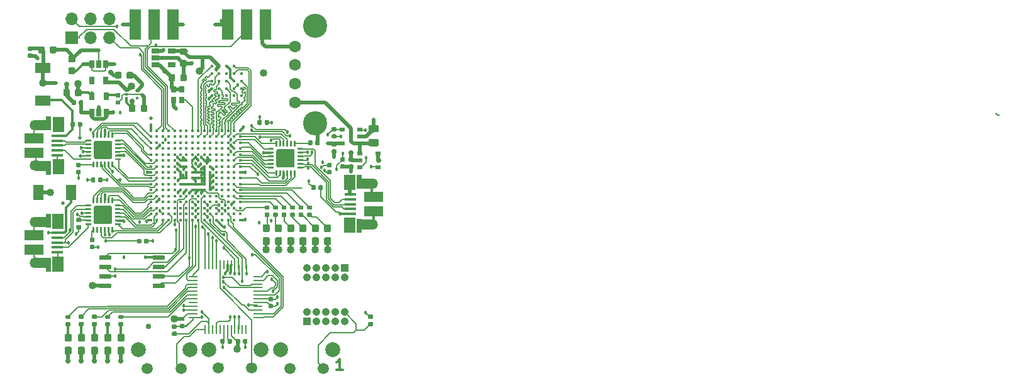
<source format=gtl>
G04 #@! TF.GenerationSoftware,KiCad,Pcbnew,(5.1.2-1)-1*
G04 #@! TF.CreationDate,2019-12-03T13:00:22-07:00*
G04 #@! TF.ProjectId,luna_rev0,6c756e61-5f72-4657-9630-2e6b69636164,rev?*
G04 #@! TF.SameCoordinates,Original*
G04 #@! TF.FileFunction,Copper,L1,Top*
G04 #@! TF.FilePolarity,Positive*
%FSLAX46Y46*%
G04 Gerber Fmt 4.6, Leading zero omitted, Abs format (unit mm)*
G04 Created by KiCad (PCBNEW (5.1.2-1)-1) date 2019-12-03 13:00:22*
%MOMM*%
%LPD*%
G04 APERTURE LIST*
%ADD10C,0.300000*%
%ADD11C,0.750000*%
%ADD12C,0.410000*%
%ADD13C,0.100000*%
%ADD14C,0.590000*%
%ADD15R,0.800000X0.550000*%
%ADD16C,0.975000*%
%ADD17C,0.875000*%
%ADD18R,2.000000X1.350000*%
%ADD19R,0.700000X1.825000*%
%ADD20R,1.500000X2.000000*%
%ADD21R,1.650000X0.400000*%
%ADD22O,1.500000X1.100000*%
%ADD23O,1.700000X1.350000*%
%ADD24R,2.500000X1.430000*%
%ADD25C,0.400000*%
%ADD26R,0.650000X1.060000*%
%ADD27R,1.300000X0.250000*%
%ADD28R,0.250000X1.300000*%
%ADD29R,1.700000X1.700000*%
%ADD30O,1.700000X1.700000*%
%ADD31C,0.600000*%
%ADD32R,2.100000X1.400000*%
%ADD33C,0.950000*%
%ADD34R,1.400000X2.100000*%
%ADD35C,1.600000*%
%ADD36C,3.250000*%
%ADD37R,1.066800X1.066800*%
%ADD38C,1.066800*%
%ADD39C,0.762000*%
%ADD40R,1.524000X4.064000*%
%ADD41C,1.500000*%
%ADD42C,2.000000*%
%ADD43R,1.060000X0.650000*%
%ADD44R,0.450000X0.300000*%
%ADD45C,2.450000*%
%ADD46C,0.250000*%
%ADD47R,0.800000X0.900000*%
%ADD48C,0.457200*%
%ADD49C,1.016000*%
%ADD50C,0.711200*%
%ADD51C,0.508000*%
%ADD52C,0.152400*%
%ADD53C,0.304800*%
%ADD54C,0.508000*%
%ADD55C,0.127000*%
%ADD56C,0.203200*%
G04 APERTURE END LIST*
D10*
X135175571Y-115105571D02*
X134318428Y-115105571D01*
X134747000Y-115105571D02*
X134747000Y-113605571D01*
X134604142Y-113819857D01*
X134461285Y-113962714D01*
X134318428Y-114034142D01*
D11*
X108966000Y-109220000D03*
D12*
X109316000Y-82900000D03*
X110116000Y-82900000D03*
X110916000Y-82900000D03*
X111716000Y-82900000D03*
X112516000Y-82900000D03*
X113316000Y-82900000D03*
X114116000Y-82900000D03*
X114916000Y-82900000D03*
X115716000Y-82900000D03*
X116516000Y-82900000D03*
X117316000Y-82900000D03*
X118116000Y-82900000D03*
X118916000Y-82900000D03*
X119716000Y-82900000D03*
X120516000Y-82900000D03*
X121316000Y-82900000D03*
X109316000Y-83700000D03*
X110116000Y-83700000D03*
X110916000Y-83700000D03*
X111716000Y-83700000D03*
X112516000Y-83700000D03*
X113316000Y-83700000D03*
X114116000Y-83700000D03*
X114916000Y-83700000D03*
X115716000Y-83700000D03*
X116516000Y-83700000D03*
X117316000Y-83700000D03*
X118116000Y-83700000D03*
X118916000Y-83700000D03*
X119716000Y-83700000D03*
X120516000Y-83700000D03*
X121316000Y-83700000D03*
X109316000Y-84500000D03*
X110116000Y-84500000D03*
X110916000Y-84500000D03*
X111716000Y-84500000D03*
X112516000Y-84500000D03*
X113316000Y-84500000D03*
X114116000Y-84500000D03*
X114916000Y-84500000D03*
X115716000Y-84500000D03*
X116516000Y-84500000D03*
X117316000Y-84500000D03*
X118116000Y-84500000D03*
X118916000Y-84500000D03*
X119716000Y-84500000D03*
X120516000Y-84500000D03*
X121316000Y-84500000D03*
X109316000Y-85300000D03*
X110116000Y-85300000D03*
X110916000Y-85300000D03*
X111716000Y-85300000D03*
X112516000Y-85300000D03*
X113316000Y-85300000D03*
X114116000Y-85300000D03*
X114916000Y-85300000D03*
X115716000Y-85300000D03*
X116516000Y-85300000D03*
X117316000Y-85300000D03*
X118116000Y-85300000D03*
X118916000Y-85300000D03*
X119716000Y-85300000D03*
X120516000Y-85300000D03*
X121316000Y-85300000D03*
X109316000Y-86100000D03*
X110116000Y-86100000D03*
X110916000Y-86100000D03*
X111716000Y-86100000D03*
X112516000Y-86100000D03*
X113316000Y-86100000D03*
X114116000Y-86100000D03*
X114916000Y-86100000D03*
X115716000Y-86100000D03*
X116516000Y-86100000D03*
X117316000Y-86100000D03*
X118116000Y-86100000D03*
X118916000Y-86100000D03*
X119716000Y-86100000D03*
X120516000Y-86100000D03*
X121316000Y-86100000D03*
X109316000Y-86900000D03*
X110116000Y-86900000D03*
X110916000Y-86900000D03*
X111716000Y-86900000D03*
X112516000Y-86900000D03*
X113316000Y-86900000D03*
X114116000Y-86900000D03*
X114916000Y-86900000D03*
X115716000Y-86900000D03*
X116516000Y-86900000D03*
X117316000Y-86900000D03*
X118116000Y-86900000D03*
X118916000Y-86900000D03*
X119716000Y-86900000D03*
X120516000Y-86900000D03*
X121316000Y-86900000D03*
X109316000Y-87700000D03*
X110116000Y-87700000D03*
X110916000Y-87700000D03*
X111716000Y-87700000D03*
X112516000Y-87700000D03*
X113316000Y-87700000D03*
X114116000Y-87700000D03*
X114916000Y-87700000D03*
X115716000Y-87700000D03*
X116516000Y-87700000D03*
X117316000Y-87700000D03*
X118116000Y-87700000D03*
X118916000Y-87700000D03*
X119716000Y-87700000D03*
X120516000Y-87700000D03*
X121316000Y-87700000D03*
X109316000Y-88500000D03*
X110116000Y-88500000D03*
X110916000Y-88500000D03*
X111716000Y-88500000D03*
X112516000Y-88500000D03*
X113316000Y-88500000D03*
X114116000Y-88500000D03*
X114916000Y-88500000D03*
X115716000Y-88500000D03*
X116516000Y-88500000D03*
X117316000Y-88500000D03*
X118116000Y-88500000D03*
X118916000Y-88500000D03*
X119716000Y-88500000D03*
X120516000Y-88500000D03*
X121316000Y-88500000D03*
X109316000Y-89300000D03*
X110116000Y-89300000D03*
X110916000Y-89300000D03*
X111716000Y-89300000D03*
X112516000Y-89300000D03*
X113316000Y-89300000D03*
X114116000Y-89300000D03*
X114916000Y-89300000D03*
X115716000Y-89300000D03*
X116516000Y-89300000D03*
X117316000Y-89300000D03*
X118116000Y-89300000D03*
X118916000Y-89300000D03*
X119716000Y-89300000D03*
X120516000Y-89300000D03*
X121316000Y-89300000D03*
X109316000Y-90100000D03*
X110116000Y-90100000D03*
X110916000Y-90100000D03*
X111716000Y-90100000D03*
X112516000Y-90100000D03*
X113316000Y-90100000D03*
X114116000Y-90100000D03*
X114916000Y-90100000D03*
X115716000Y-90100000D03*
X116516000Y-90100000D03*
X117316000Y-90100000D03*
X118116000Y-90100000D03*
X118916000Y-90100000D03*
X119716000Y-90100000D03*
X120516000Y-90100000D03*
X121316000Y-90100000D03*
X109316000Y-90900000D03*
X110116000Y-90900000D03*
X110916000Y-90900000D03*
X111716000Y-90900000D03*
X112516000Y-90900000D03*
X113316000Y-90900000D03*
X114116000Y-90900000D03*
X114916000Y-90900000D03*
X115716000Y-90900000D03*
X116516000Y-90900000D03*
X117316000Y-90900000D03*
X118116000Y-90900000D03*
X118916000Y-90900000D03*
X119716000Y-90900000D03*
X120516000Y-90900000D03*
X121316000Y-90900000D03*
X109316000Y-91700000D03*
X110116000Y-91700000D03*
X110916000Y-91700000D03*
X111716000Y-91700000D03*
X112516000Y-91700000D03*
X113316000Y-91700000D03*
X114116000Y-91700000D03*
X114916000Y-91700000D03*
X115716000Y-91700000D03*
X116516000Y-91700000D03*
X117316000Y-91700000D03*
X118116000Y-91700000D03*
X118916000Y-91700000D03*
X119716000Y-91700000D03*
X120516000Y-91700000D03*
X121316000Y-91700000D03*
X109316000Y-92500000D03*
X110116000Y-92500000D03*
X110916000Y-92500000D03*
X111716000Y-92500000D03*
X112516000Y-92500000D03*
X113316000Y-92500000D03*
X114116000Y-92500000D03*
X114916000Y-92500000D03*
X115716000Y-92500000D03*
X116516000Y-92500000D03*
X117316000Y-92500000D03*
X118116000Y-92500000D03*
X118916000Y-92500000D03*
X119716000Y-92500000D03*
X120516000Y-92500000D03*
X121316000Y-92500000D03*
X109316000Y-93300000D03*
X110116000Y-93300000D03*
X110916000Y-93300000D03*
X111716000Y-93300000D03*
X112516000Y-93300000D03*
X113316000Y-93300000D03*
X114116000Y-93300000D03*
X114916000Y-93300000D03*
X115716000Y-93300000D03*
X116516000Y-93300000D03*
X117316000Y-93300000D03*
X118116000Y-93300000D03*
X118916000Y-93300000D03*
X119716000Y-93300000D03*
X120516000Y-93300000D03*
X121316000Y-93300000D03*
X109316000Y-94100000D03*
X110116000Y-94100000D03*
X110916000Y-94100000D03*
X111716000Y-94100000D03*
X112516000Y-94100000D03*
X113316000Y-94100000D03*
X114116000Y-94100000D03*
X114916000Y-94100000D03*
X115716000Y-94100000D03*
X116516000Y-94100000D03*
X117316000Y-94100000D03*
X118116000Y-94100000D03*
X118916000Y-94100000D03*
X119716000Y-94100000D03*
X120516000Y-94100000D03*
X121316000Y-94100000D03*
X109316000Y-94900000D03*
X110116000Y-94900000D03*
X110916000Y-94900000D03*
X111716000Y-94900000D03*
X112516000Y-94900000D03*
X113316000Y-94900000D03*
X114116000Y-94900000D03*
X114916000Y-94900000D03*
X115716000Y-94900000D03*
X116516000Y-94900000D03*
X117316000Y-94900000D03*
X118116000Y-94900000D03*
X118916000Y-94900000D03*
X119716000Y-94900000D03*
X120516000Y-94900000D03*
X121316000Y-94900000D03*
D13*
G36*
X136457958Y-86469710D02*
G01*
X136472276Y-86471834D01*
X136486317Y-86475351D01*
X136499946Y-86480228D01*
X136513031Y-86486417D01*
X136525447Y-86493858D01*
X136537073Y-86502481D01*
X136547798Y-86512202D01*
X136557519Y-86522927D01*
X136566142Y-86534553D01*
X136573583Y-86546969D01*
X136579772Y-86560054D01*
X136584649Y-86573683D01*
X136588166Y-86587724D01*
X136590290Y-86602042D01*
X136591000Y-86616500D01*
X136591000Y-86911500D01*
X136590290Y-86925958D01*
X136588166Y-86940276D01*
X136584649Y-86954317D01*
X136579772Y-86967946D01*
X136573583Y-86981031D01*
X136566142Y-86993447D01*
X136557519Y-87005073D01*
X136547798Y-87015798D01*
X136537073Y-87025519D01*
X136525447Y-87034142D01*
X136513031Y-87041583D01*
X136499946Y-87047772D01*
X136486317Y-87052649D01*
X136472276Y-87056166D01*
X136457958Y-87058290D01*
X136443500Y-87059000D01*
X136098500Y-87059000D01*
X136084042Y-87058290D01*
X136069724Y-87056166D01*
X136055683Y-87052649D01*
X136042054Y-87047772D01*
X136028969Y-87041583D01*
X136016553Y-87034142D01*
X136004927Y-87025519D01*
X135994202Y-87015798D01*
X135984481Y-87005073D01*
X135975858Y-86993447D01*
X135968417Y-86981031D01*
X135962228Y-86967946D01*
X135957351Y-86954317D01*
X135953834Y-86940276D01*
X135951710Y-86925958D01*
X135951000Y-86911500D01*
X135951000Y-86616500D01*
X135951710Y-86602042D01*
X135953834Y-86587724D01*
X135957351Y-86573683D01*
X135962228Y-86560054D01*
X135968417Y-86546969D01*
X135975858Y-86534553D01*
X135984481Y-86522927D01*
X135994202Y-86512202D01*
X136004927Y-86502481D01*
X136016553Y-86493858D01*
X136028969Y-86486417D01*
X136042054Y-86480228D01*
X136055683Y-86475351D01*
X136069724Y-86471834D01*
X136084042Y-86469710D01*
X136098500Y-86469000D01*
X136443500Y-86469000D01*
X136457958Y-86469710D01*
X136457958Y-86469710D01*
G37*
D14*
X136271000Y-86764000D03*
D13*
G36*
X136457958Y-87439710D02*
G01*
X136472276Y-87441834D01*
X136486317Y-87445351D01*
X136499946Y-87450228D01*
X136513031Y-87456417D01*
X136525447Y-87463858D01*
X136537073Y-87472481D01*
X136547798Y-87482202D01*
X136557519Y-87492927D01*
X136566142Y-87504553D01*
X136573583Y-87516969D01*
X136579772Y-87530054D01*
X136584649Y-87543683D01*
X136588166Y-87557724D01*
X136590290Y-87572042D01*
X136591000Y-87586500D01*
X136591000Y-87881500D01*
X136590290Y-87895958D01*
X136588166Y-87910276D01*
X136584649Y-87924317D01*
X136579772Y-87937946D01*
X136573583Y-87951031D01*
X136566142Y-87963447D01*
X136557519Y-87975073D01*
X136547798Y-87985798D01*
X136537073Y-87995519D01*
X136525447Y-88004142D01*
X136513031Y-88011583D01*
X136499946Y-88017772D01*
X136486317Y-88022649D01*
X136472276Y-88026166D01*
X136457958Y-88028290D01*
X136443500Y-88029000D01*
X136098500Y-88029000D01*
X136084042Y-88028290D01*
X136069724Y-88026166D01*
X136055683Y-88022649D01*
X136042054Y-88017772D01*
X136028969Y-88011583D01*
X136016553Y-88004142D01*
X136004927Y-87995519D01*
X135994202Y-87985798D01*
X135984481Y-87975073D01*
X135975858Y-87963447D01*
X135968417Y-87951031D01*
X135962228Y-87937946D01*
X135957351Y-87924317D01*
X135953834Y-87910276D01*
X135951710Y-87895958D01*
X135951000Y-87881500D01*
X135951000Y-87586500D01*
X135951710Y-87572042D01*
X135953834Y-87557724D01*
X135957351Y-87543683D01*
X135962228Y-87530054D01*
X135968417Y-87516969D01*
X135975858Y-87504553D01*
X135984481Y-87492927D01*
X135994202Y-87482202D01*
X136004927Y-87472481D01*
X136016553Y-87463858D01*
X136028969Y-87456417D01*
X136042054Y-87450228D01*
X136055683Y-87445351D01*
X136069724Y-87441834D01*
X136084042Y-87439710D01*
X136098500Y-87439000D01*
X136443500Y-87439000D01*
X136457958Y-87439710D01*
X136457958Y-87439710D01*
G37*
D14*
X136271000Y-87734000D03*
D13*
G36*
X134171958Y-85407710D02*
G01*
X134186276Y-85409834D01*
X134200317Y-85413351D01*
X134213946Y-85418228D01*
X134227031Y-85424417D01*
X134239447Y-85431858D01*
X134251073Y-85440481D01*
X134261798Y-85450202D01*
X134271519Y-85460927D01*
X134280142Y-85472553D01*
X134287583Y-85484969D01*
X134293772Y-85498054D01*
X134298649Y-85511683D01*
X134302166Y-85525724D01*
X134304290Y-85540042D01*
X134305000Y-85554500D01*
X134305000Y-85849500D01*
X134304290Y-85863958D01*
X134302166Y-85878276D01*
X134298649Y-85892317D01*
X134293772Y-85905946D01*
X134287583Y-85919031D01*
X134280142Y-85931447D01*
X134271519Y-85943073D01*
X134261798Y-85953798D01*
X134251073Y-85963519D01*
X134239447Y-85972142D01*
X134227031Y-85979583D01*
X134213946Y-85985772D01*
X134200317Y-85990649D01*
X134186276Y-85994166D01*
X134171958Y-85996290D01*
X134157500Y-85997000D01*
X133812500Y-85997000D01*
X133798042Y-85996290D01*
X133783724Y-85994166D01*
X133769683Y-85990649D01*
X133756054Y-85985772D01*
X133742969Y-85979583D01*
X133730553Y-85972142D01*
X133718927Y-85963519D01*
X133708202Y-85953798D01*
X133698481Y-85943073D01*
X133689858Y-85931447D01*
X133682417Y-85919031D01*
X133676228Y-85905946D01*
X133671351Y-85892317D01*
X133667834Y-85878276D01*
X133665710Y-85863958D01*
X133665000Y-85849500D01*
X133665000Y-85554500D01*
X133665710Y-85540042D01*
X133667834Y-85525724D01*
X133671351Y-85511683D01*
X133676228Y-85498054D01*
X133682417Y-85484969D01*
X133689858Y-85472553D01*
X133698481Y-85460927D01*
X133708202Y-85450202D01*
X133718927Y-85440481D01*
X133730553Y-85431858D01*
X133742969Y-85424417D01*
X133756054Y-85418228D01*
X133769683Y-85413351D01*
X133783724Y-85409834D01*
X133798042Y-85407710D01*
X133812500Y-85407000D01*
X134157500Y-85407000D01*
X134171958Y-85407710D01*
X134171958Y-85407710D01*
G37*
D14*
X133985000Y-85702000D03*
D13*
G36*
X134171958Y-84437710D02*
G01*
X134186276Y-84439834D01*
X134200317Y-84443351D01*
X134213946Y-84448228D01*
X134227031Y-84454417D01*
X134239447Y-84461858D01*
X134251073Y-84470481D01*
X134261798Y-84480202D01*
X134271519Y-84490927D01*
X134280142Y-84502553D01*
X134287583Y-84514969D01*
X134293772Y-84528054D01*
X134298649Y-84541683D01*
X134302166Y-84555724D01*
X134304290Y-84570042D01*
X134305000Y-84584500D01*
X134305000Y-84879500D01*
X134304290Y-84893958D01*
X134302166Y-84908276D01*
X134298649Y-84922317D01*
X134293772Y-84935946D01*
X134287583Y-84949031D01*
X134280142Y-84961447D01*
X134271519Y-84973073D01*
X134261798Y-84983798D01*
X134251073Y-84993519D01*
X134239447Y-85002142D01*
X134227031Y-85009583D01*
X134213946Y-85015772D01*
X134200317Y-85020649D01*
X134186276Y-85024166D01*
X134171958Y-85026290D01*
X134157500Y-85027000D01*
X133812500Y-85027000D01*
X133798042Y-85026290D01*
X133783724Y-85024166D01*
X133769683Y-85020649D01*
X133756054Y-85015772D01*
X133742969Y-85009583D01*
X133730553Y-85002142D01*
X133718927Y-84993519D01*
X133708202Y-84983798D01*
X133698481Y-84973073D01*
X133689858Y-84961447D01*
X133682417Y-84949031D01*
X133676228Y-84935946D01*
X133671351Y-84922317D01*
X133667834Y-84908276D01*
X133665710Y-84893958D01*
X133665000Y-84879500D01*
X133665000Y-84584500D01*
X133665710Y-84570042D01*
X133667834Y-84555724D01*
X133671351Y-84541683D01*
X133676228Y-84528054D01*
X133682417Y-84514969D01*
X133689858Y-84502553D01*
X133698481Y-84490927D01*
X133708202Y-84480202D01*
X133718927Y-84470481D01*
X133730553Y-84461858D01*
X133742969Y-84454417D01*
X133756054Y-84448228D01*
X133769683Y-84443351D01*
X133783724Y-84439834D01*
X133798042Y-84437710D01*
X133812500Y-84437000D01*
X134157500Y-84437000D01*
X134171958Y-84437710D01*
X134171958Y-84437710D01*
G37*
D14*
X133985000Y-84732000D03*
D15*
X139884000Y-85918000D03*
X139884000Y-87818000D03*
X137484000Y-87818000D03*
X137484000Y-86868000D03*
X137484000Y-85918000D03*
X135071000Y-84643000D03*
X135071000Y-82743000D03*
X137471000Y-82743000D03*
X137471000Y-83693000D03*
X137471000Y-84643000D03*
D13*
G36*
X133536958Y-88201710D02*
G01*
X133551276Y-88203834D01*
X133565317Y-88207351D01*
X133578946Y-88212228D01*
X133592031Y-88218417D01*
X133604447Y-88225858D01*
X133616073Y-88234481D01*
X133626798Y-88244202D01*
X133636519Y-88254927D01*
X133645142Y-88266553D01*
X133652583Y-88278969D01*
X133658772Y-88292054D01*
X133663649Y-88305683D01*
X133667166Y-88319724D01*
X133669290Y-88334042D01*
X133670000Y-88348500D01*
X133670000Y-88643500D01*
X133669290Y-88657958D01*
X133667166Y-88672276D01*
X133663649Y-88686317D01*
X133658772Y-88699946D01*
X133652583Y-88713031D01*
X133645142Y-88725447D01*
X133636519Y-88737073D01*
X133626798Y-88747798D01*
X133616073Y-88757519D01*
X133604447Y-88766142D01*
X133592031Y-88773583D01*
X133578946Y-88779772D01*
X133565317Y-88784649D01*
X133551276Y-88788166D01*
X133536958Y-88790290D01*
X133522500Y-88791000D01*
X133177500Y-88791000D01*
X133163042Y-88790290D01*
X133148724Y-88788166D01*
X133134683Y-88784649D01*
X133121054Y-88779772D01*
X133107969Y-88773583D01*
X133095553Y-88766142D01*
X133083927Y-88757519D01*
X133073202Y-88747798D01*
X133063481Y-88737073D01*
X133054858Y-88725447D01*
X133047417Y-88713031D01*
X133041228Y-88699946D01*
X133036351Y-88686317D01*
X133032834Y-88672276D01*
X133030710Y-88657958D01*
X133030000Y-88643500D01*
X133030000Y-88348500D01*
X133030710Y-88334042D01*
X133032834Y-88319724D01*
X133036351Y-88305683D01*
X133041228Y-88292054D01*
X133047417Y-88278969D01*
X133054858Y-88266553D01*
X133063481Y-88254927D01*
X133073202Y-88244202D01*
X133083927Y-88234481D01*
X133095553Y-88225858D01*
X133107969Y-88218417D01*
X133121054Y-88212228D01*
X133134683Y-88207351D01*
X133148724Y-88203834D01*
X133163042Y-88201710D01*
X133177500Y-88201000D01*
X133522500Y-88201000D01*
X133536958Y-88201710D01*
X133536958Y-88201710D01*
G37*
D14*
X133350000Y-88496000D03*
D13*
G36*
X133536958Y-87231710D02*
G01*
X133551276Y-87233834D01*
X133565317Y-87237351D01*
X133578946Y-87242228D01*
X133592031Y-87248417D01*
X133604447Y-87255858D01*
X133616073Y-87264481D01*
X133626798Y-87274202D01*
X133636519Y-87284927D01*
X133645142Y-87296553D01*
X133652583Y-87308969D01*
X133658772Y-87322054D01*
X133663649Y-87335683D01*
X133667166Y-87349724D01*
X133669290Y-87364042D01*
X133670000Y-87378500D01*
X133670000Y-87673500D01*
X133669290Y-87687958D01*
X133667166Y-87702276D01*
X133663649Y-87716317D01*
X133658772Y-87729946D01*
X133652583Y-87743031D01*
X133645142Y-87755447D01*
X133636519Y-87767073D01*
X133626798Y-87777798D01*
X133616073Y-87787519D01*
X133604447Y-87796142D01*
X133592031Y-87803583D01*
X133578946Y-87809772D01*
X133565317Y-87814649D01*
X133551276Y-87818166D01*
X133536958Y-87820290D01*
X133522500Y-87821000D01*
X133177500Y-87821000D01*
X133163042Y-87820290D01*
X133148724Y-87818166D01*
X133134683Y-87814649D01*
X133121054Y-87809772D01*
X133107969Y-87803583D01*
X133095553Y-87796142D01*
X133083927Y-87787519D01*
X133073202Y-87777798D01*
X133063481Y-87767073D01*
X133054858Y-87755447D01*
X133047417Y-87743031D01*
X133041228Y-87729946D01*
X133036351Y-87716317D01*
X133032834Y-87702276D01*
X133030710Y-87687958D01*
X133030000Y-87673500D01*
X133030000Y-87378500D01*
X133030710Y-87364042D01*
X133032834Y-87349724D01*
X133036351Y-87335683D01*
X133041228Y-87322054D01*
X133047417Y-87308969D01*
X133054858Y-87296553D01*
X133063481Y-87284927D01*
X133073202Y-87274202D01*
X133083927Y-87264481D01*
X133095553Y-87255858D01*
X133107969Y-87248417D01*
X133121054Y-87242228D01*
X133134683Y-87237351D01*
X133148724Y-87233834D01*
X133163042Y-87231710D01*
X133177500Y-87231000D01*
X133522500Y-87231000D01*
X133536958Y-87231710D01*
X133536958Y-87231710D01*
G37*
D14*
X133350000Y-87526000D03*
D13*
G36*
X139799142Y-84017174D02*
G01*
X139822803Y-84020684D01*
X139846007Y-84026496D01*
X139868529Y-84034554D01*
X139890153Y-84044782D01*
X139910670Y-84057079D01*
X139929883Y-84071329D01*
X139947607Y-84087393D01*
X139963671Y-84105117D01*
X139977921Y-84124330D01*
X139990218Y-84144847D01*
X140000446Y-84166471D01*
X140008504Y-84188993D01*
X140014316Y-84212197D01*
X140017826Y-84235858D01*
X140019000Y-84259750D01*
X140019000Y-84747250D01*
X140017826Y-84771142D01*
X140014316Y-84794803D01*
X140008504Y-84818007D01*
X140000446Y-84840529D01*
X139990218Y-84862153D01*
X139977921Y-84882670D01*
X139963671Y-84901883D01*
X139947607Y-84919607D01*
X139929883Y-84935671D01*
X139910670Y-84949921D01*
X139890153Y-84962218D01*
X139868529Y-84972446D01*
X139846007Y-84980504D01*
X139822803Y-84986316D01*
X139799142Y-84989826D01*
X139775250Y-84991000D01*
X138862750Y-84991000D01*
X138838858Y-84989826D01*
X138815197Y-84986316D01*
X138791993Y-84980504D01*
X138769471Y-84972446D01*
X138747847Y-84962218D01*
X138727330Y-84949921D01*
X138708117Y-84935671D01*
X138690393Y-84919607D01*
X138674329Y-84901883D01*
X138660079Y-84882670D01*
X138647782Y-84862153D01*
X138637554Y-84840529D01*
X138629496Y-84818007D01*
X138623684Y-84794803D01*
X138620174Y-84771142D01*
X138619000Y-84747250D01*
X138619000Y-84259750D01*
X138620174Y-84235858D01*
X138623684Y-84212197D01*
X138629496Y-84188993D01*
X138637554Y-84166471D01*
X138647782Y-84144847D01*
X138660079Y-84124330D01*
X138674329Y-84105117D01*
X138690393Y-84087393D01*
X138708117Y-84071329D01*
X138727330Y-84057079D01*
X138747847Y-84044782D01*
X138769471Y-84034554D01*
X138791993Y-84026496D01*
X138815197Y-84020684D01*
X138838858Y-84017174D01*
X138862750Y-84016000D01*
X139775250Y-84016000D01*
X139799142Y-84017174D01*
X139799142Y-84017174D01*
G37*
D16*
X139319000Y-84503500D03*
D13*
G36*
X139799142Y-82142174D02*
G01*
X139822803Y-82145684D01*
X139846007Y-82151496D01*
X139868529Y-82159554D01*
X139890153Y-82169782D01*
X139910670Y-82182079D01*
X139929883Y-82196329D01*
X139947607Y-82212393D01*
X139963671Y-82230117D01*
X139977921Y-82249330D01*
X139990218Y-82269847D01*
X140000446Y-82291471D01*
X140008504Y-82313993D01*
X140014316Y-82337197D01*
X140017826Y-82360858D01*
X140019000Y-82384750D01*
X140019000Y-82872250D01*
X140017826Y-82896142D01*
X140014316Y-82919803D01*
X140008504Y-82943007D01*
X140000446Y-82965529D01*
X139990218Y-82987153D01*
X139977921Y-83007670D01*
X139963671Y-83026883D01*
X139947607Y-83044607D01*
X139929883Y-83060671D01*
X139910670Y-83074921D01*
X139890153Y-83087218D01*
X139868529Y-83097446D01*
X139846007Y-83105504D01*
X139822803Y-83111316D01*
X139799142Y-83114826D01*
X139775250Y-83116000D01*
X138862750Y-83116000D01*
X138838858Y-83114826D01*
X138815197Y-83111316D01*
X138791993Y-83105504D01*
X138769471Y-83097446D01*
X138747847Y-83087218D01*
X138727330Y-83074921D01*
X138708117Y-83060671D01*
X138690393Y-83044607D01*
X138674329Y-83026883D01*
X138660079Y-83007670D01*
X138647782Y-82987153D01*
X138637554Y-82965529D01*
X138629496Y-82943007D01*
X138623684Y-82919803D01*
X138620174Y-82896142D01*
X138619000Y-82872250D01*
X138619000Y-82384750D01*
X138620174Y-82360858D01*
X138623684Y-82337197D01*
X138629496Y-82313993D01*
X138637554Y-82291471D01*
X138647782Y-82269847D01*
X138660079Y-82249330D01*
X138674329Y-82230117D01*
X138690393Y-82212393D01*
X138708117Y-82196329D01*
X138727330Y-82182079D01*
X138747847Y-82169782D01*
X138769471Y-82159554D01*
X138791993Y-82151496D01*
X138815197Y-82145684D01*
X138838858Y-82142174D01*
X138862750Y-82141000D01*
X139775250Y-82141000D01*
X139799142Y-82142174D01*
X139799142Y-82142174D01*
G37*
D16*
X139319000Y-82628500D03*
D13*
G36*
X96404691Y-71535053D02*
G01*
X96425926Y-71538203D01*
X96446750Y-71543419D01*
X96466962Y-71550651D01*
X96486368Y-71559830D01*
X96504781Y-71570866D01*
X96522024Y-71583654D01*
X96537930Y-71598070D01*
X96552346Y-71613976D01*
X96565134Y-71631219D01*
X96576170Y-71649632D01*
X96585349Y-71669038D01*
X96592581Y-71689250D01*
X96597797Y-71710074D01*
X96600947Y-71731309D01*
X96602000Y-71752750D01*
X96602000Y-72265250D01*
X96600947Y-72286691D01*
X96597797Y-72307926D01*
X96592581Y-72328750D01*
X96585349Y-72348962D01*
X96576170Y-72368368D01*
X96565134Y-72386781D01*
X96552346Y-72404024D01*
X96537930Y-72419930D01*
X96522024Y-72434346D01*
X96504781Y-72447134D01*
X96486368Y-72458170D01*
X96466962Y-72467349D01*
X96446750Y-72474581D01*
X96425926Y-72479797D01*
X96404691Y-72482947D01*
X96383250Y-72484000D01*
X95945750Y-72484000D01*
X95924309Y-72482947D01*
X95903074Y-72479797D01*
X95882250Y-72474581D01*
X95862038Y-72467349D01*
X95842632Y-72458170D01*
X95824219Y-72447134D01*
X95806976Y-72434346D01*
X95791070Y-72419930D01*
X95776654Y-72404024D01*
X95763866Y-72386781D01*
X95752830Y-72368368D01*
X95743651Y-72348962D01*
X95736419Y-72328750D01*
X95731203Y-72307926D01*
X95728053Y-72286691D01*
X95727000Y-72265250D01*
X95727000Y-71752750D01*
X95728053Y-71731309D01*
X95731203Y-71710074D01*
X95736419Y-71689250D01*
X95743651Y-71669038D01*
X95752830Y-71649632D01*
X95763866Y-71631219D01*
X95776654Y-71613976D01*
X95791070Y-71598070D01*
X95806976Y-71583654D01*
X95824219Y-71570866D01*
X95842632Y-71559830D01*
X95862038Y-71550651D01*
X95882250Y-71543419D01*
X95903074Y-71538203D01*
X95924309Y-71535053D01*
X95945750Y-71534000D01*
X96383250Y-71534000D01*
X96404691Y-71535053D01*
X96404691Y-71535053D01*
G37*
D17*
X96164500Y-72009000D03*
D13*
G36*
X94829691Y-71535053D02*
G01*
X94850926Y-71538203D01*
X94871750Y-71543419D01*
X94891962Y-71550651D01*
X94911368Y-71559830D01*
X94929781Y-71570866D01*
X94947024Y-71583654D01*
X94962930Y-71598070D01*
X94977346Y-71613976D01*
X94990134Y-71631219D01*
X95001170Y-71649632D01*
X95010349Y-71669038D01*
X95017581Y-71689250D01*
X95022797Y-71710074D01*
X95025947Y-71731309D01*
X95027000Y-71752750D01*
X95027000Y-72265250D01*
X95025947Y-72286691D01*
X95022797Y-72307926D01*
X95017581Y-72328750D01*
X95010349Y-72348962D01*
X95001170Y-72368368D01*
X94990134Y-72386781D01*
X94977346Y-72404024D01*
X94962930Y-72419930D01*
X94947024Y-72434346D01*
X94929781Y-72447134D01*
X94911368Y-72458170D01*
X94891962Y-72467349D01*
X94871750Y-72474581D01*
X94850926Y-72479797D01*
X94829691Y-72482947D01*
X94808250Y-72484000D01*
X94370750Y-72484000D01*
X94349309Y-72482947D01*
X94328074Y-72479797D01*
X94307250Y-72474581D01*
X94287038Y-72467349D01*
X94267632Y-72458170D01*
X94249219Y-72447134D01*
X94231976Y-72434346D01*
X94216070Y-72419930D01*
X94201654Y-72404024D01*
X94188866Y-72386781D01*
X94177830Y-72368368D01*
X94168651Y-72348962D01*
X94161419Y-72328750D01*
X94156203Y-72307926D01*
X94153053Y-72286691D01*
X94152000Y-72265250D01*
X94152000Y-71752750D01*
X94153053Y-71731309D01*
X94156203Y-71710074D01*
X94161419Y-71689250D01*
X94168651Y-71669038D01*
X94177830Y-71649632D01*
X94188866Y-71631219D01*
X94201654Y-71613976D01*
X94216070Y-71598070D01*
X94231976Y-71583654D01*
X94249219Y-71570866D01*
X94267632Y-71559830D01*
X94287038Y-71550651D01*
X94307250Y-71543419D01*
X94328074Y-71538203D01*
X94349309Y-71535053D01*
X94370750Y-71534000D01*
X94808250Y-71534000D01*
X94829691Y-71535053D01*
X94829691Y-71535053D01*
G37*
D17*
X94589500Y-72009000D03*
D18*
X138130500Y-90031000D03*
X138130500Y-95511000D03*
D19*
X137380500Y-95731000D03*
X137380500Y-89781000D03*
D20*
X136080500Y-95631000D03*
X136060500Y-89881000D03*
D21*
X136180500Y-94081000D03*
X136180500Y-93431000D03*
X136180500Y-92781000D03*
X136180500Y-92131000D03*
X136180500Y-91481000D03*
D22*
X136060500Y-95201000D03*
X136060500Y-90361000D03*
D23*
X139060500Y-95511000D03*
X139060500Y-90051000D03*
D24*
X139330500Y-93741000D03*
X139330500Y-91821000D03*
X93611000Y-85834500D03*
X93611000Y-83914500D03*
D23*
X93881000Y-87604500D03*
X93881000Y-82144500D03*
D22*
X96881000Y-87294500D03*
X96881000Y-82454500D03*
D21*
X96761000Y-86174500D03*
X96761000Y-85524500D03*
X96761000Y-84874500D03*
X96761000Y-84224500D03*
X96761000Y-83574500D03*
D20*
X96881000Y-87774500D03*
X96861000Y-82024500D03*
D19*
X95561000Y-87874500D03*
X95561000Y-81924500D03*
D18*
X94811000Y-82144500D03*
X94811000Y-87624500D03*
X94747500Y-100705500D03*
X94747500Y-95225500D03*
D19*
X95497500Y-95005500D03*
X95497500Y-100955500D03*
D20*
X96797500Y-95105500D03*
X96817500Y-100855500D03*
D21*
X96697500Y-96655500D03*
X96697500Y-97305500D03*
X96697500Y-97955500D03*
X96697500Y-98605500D03*
X96697500Y-99255500D03*
D22*
X96817500Y-95535500D03*
X96817500Y-100375500D03*
D23*
X93817500Y-95225500D03*
X93817500Y-100685500D03*
D24*
X93547500Y-96995500D03*
X93547500Y-98915500D03*
D25*
X120507000Y-74200000D03*
X119507000Y-74200000D03*
X118507000Y-74200000D03*
X117507000Y-74200000D03*
X121507000Y-75200000D03*
X120507000Y-75200000D03*
X119507000Y-75200000D03*
X118507000Y-75200000D03*
X117507000Y-75200000D03*
X121507000Y-76200000D03*
X120507000Y-76200000D03*
X119507000Y-76200000D03*
X118507000Y-76200000D03*
X117507000Y-76200000D03*
X121507000Y-77200000D03*
X120507000Y-77200000D03*
X119507000Y-77200000D03*
X118507000Y-77200000D03*
X117507000Y-77200000D03*
X121507000Y-78200000D03*
X120507000Y-78200000D03*
X119507000Y-78200000D03*
X118507000Y-78200000D03*
X117507000Y-78200000D03*
D26*
X101396800Y-78232000D03*
X103296800Y-78232000D03*
X103296800Y-80432000D03*
X102346800Y-80432000D03*
X101396800Y-80432000D03*
D13*
G36*
X105088958Y-78806110D02*
G01*
X105103276Y-78808234D01*
X105117317Y-78811751D01*
X105130946Y-78816628D01*
X105144031Y-78822817D01*
X105156447Y-78830258D01*
X105168073Y-78838881D01*
X105178798Y-78848602D01*
X105188519Y-78859327D01*
X105197142Y-78870953D01*
X105204583Y-78883369D01*
X105210772Y-78896454D01*
X105215649Y-78910083D01*
X105219166Y-78924124D01*
X105221290Y-78938442D01*
X105222000Y-78952900D01*
X105222000Y-79247900D01*
X105221290Y-79262358D01*
X105219166Y-79276676D01*
X105215649Y-79290717D01*
X105210772Y-79304346D01*
X105204583Y-79317431D01*
X105197142Y-79329847D01*
X105188519Y-79341473D01*
X105178798Y-79352198D01*
X105168073Y-79361919D01*
X105156447Y-79370542D01*
X105144031Y-79377983D01*
X105130946Y-79384172D01*
X105117317Y-79389049D01*
X105103276Y-79392566D01*
X105088958Y-79394690D01*
X105074500Y-79395400D01*
X104729500Y-79395400D01*
X104715042Y-79394690D01*
X104700724Y-79392566D01*
X104686683Y-79389049D01*
X104673054Y-79384172D01*
X104659969Y-79377983D01*
X104647553Y-79370542D01*
X104635927Y-79361919D01*
X104625202Y-79352198D01*
X104615481Y-79341473D01*
X104606858Y-79329847D01*
X104599417Y-79317431D01*
X104593228Y-79304346D01*
X104588351Y-79290717D01*
X104584834Y-79276676D01*
X104582710Y-79262358D01*
X104582000Y-79247900D01*
X104582000Y-78952900D01*
X104582710Y-78938442D01*
X104584834Y-78924124D01*
X104588351Y-78910083D01*
X104593228Y-78896454D01*
X104599417Y-78883369D01*
X104606858Y-78870953D01*
X104615481Y-78859327D01*
X104625202Y-78848602D01*
X104635927Y-78838881D01*
X104647553Y-78830258D01*
X104659969Y-78822817D01*
X104673054Y-78816628D01*
X104686683Y-78811751D01*
X104700724Y-78808234D01*
X104715042Y-78806110D01*
X104729500Y-78805400D01*
X105074500Y-78805400D01*
X105088958Y-78806110D01*
X105088958Y-78806110D01*
G37*
D14*
X104902000Y-79100400D03*
D13*
G36*
X105088958Y-77836110D02*
G01*
X105103276Y-77838234D01*
X105117317Y-77841751D01*
X105130946Y-77846628D01*
X105144031Y-77852817D01*
X105156447Y-77860258D01*
X105168073Y-77868881D01*
X105178798Y-77878602D01*
X105188519Y-77889327D01*
X105197142Y-77900953D01*
X105204583Y-77913369D01*
X105210772Y-77926454D01*
X105215649Y-77940083D01*
X105219166Y-77954124D01*
X105221290Y-77968442D01*
X105222000Y-77982900D01*
X105222000Y-78277900D01*
X105221290Y-78292358D01*
X105219166Y-78306676D01*
X105215649Y-78320717D01*
X105210772Y-78334346D01*
X105204583Y-78347431D01*
X105197142Y-78359847D01*
X105188519Y-78371473D01*
X105178798Y-78382198D01*
X105168073Y-78391919D01*
X105156447Y-78400542D01*
X105144031Y-78407983D01*
X105130946Y-78414172D01*
X105117317Y-78419049D01*
X105103276Y-78422566D01*
X105088958Y-78424690D01*
X105074500Y-78425400D01*
X104729500Y-78425400D01*
X104715042Y-78424690D01*
X104700724Y-78422566D01*
X104686683Y-78419049D01*
X104673054Y-78414172D01*
X104659969Y-78407983D01*
X104647553Y-78400542D01*
X104635927Y-78391919D01*
X104625202Y-78382198D01*
X104615481Y-78371473D01*
X104606858Y-78359847D01*
X104599417Y-78347431D01*
X104593228Y-78334346D01*
X104588351Y-78320717D01*
X104584834Y-78306676D01*
X104582710Y-78292358D01*
X104582000Y-78277900D01*
X104582000Y-77982900D01*
X104582710Y-77968442D01*
X104584834Y-77954124D01*
X104588351Y-77940083D01*
X104593228Y-77926454D01*
X104599417Y-77913369D01*
X104606858Y-77900953D01*
X104615481Y-77889327D01*
X104625202Y-77878602D01*
X104635927Y-77868881D01*
X104647553Y-77860258D01*
X104659969Y-77852817D01*
X104673054Y-77846628D01*
X104686683Y-77841751D01*
X104700724Y-77838234D01*
X104715042Y-77836110D01*
X104729500Y-77835400D01*
X105074500Y-77835400D01*
X105088958Y-77836110D01*
X105088958Y-77836110D01*
G37*
D14*
X104902000Y-78130400D03*
D13*
G36*
X98207891Y-77300853D02*
G01*
X98229126Y-77304003D01*
X98249950Y-77309219D01*
X98270162Y-77316451D01*
X98289568Y-77325630D01*
X98307981Y-77336666D01*
X98325224Y-77349454D01*
X98341130Y-77363870D01*
X98355546Y-77379776D01*
X98368334Y-77397019D01*
X98379370Y-77415432D01*
X98388549Y-77434838D01*
X98395781Y-77455050D01*
X98400997Y-77475874D01*
X98404147Y-77497109D01*
X98405200Y-77518550D01*
X98405200Y-78031050D01*
X98404147Y-78052491D01*
X98400997Y-78073726D01*
X98395781Y-78094550D01*
X98388549Y-78114762D01*
X98379370Y-78134168D01*
X98368334Y-78152581D01*
X98355546Y-78169824D01*
X98341130Y-78185730D01*
X98325224Y-78200146D01*
X98307981Y-78212934D01*
X98289568Y-78223970D01*
X98270162Y-78233149D01*
X98249950Y-78240381D01*
X98229126Y-78245597D01*
X98207891Y-78248747D01*
X98186450Y-78249800D01*
X97748950Y-78249800D01*
X97727509Y-78248747D01*
X97706274Y-78245597D01*
X97685450Y-78240381D01*
X97665238Y-78233149D01*
X97645832Y-78223970D01*
X97627419Y-78212934D01*
X97610176Y-78200146D01*
X97594270Y-78185730D01*
X97579854Y-78169824D01*
X97567066Y-78152581D01*
X97556030Y-78134168D01*
X97546851Y-78114762D01*
X97539619Y-78094550D01*
X97534403Y-78073726D01*
X97531253Y-78052491D01*
X97530200Y-78031050D01*
X97530200Y-77518550D01*
X97531253Y-77497109D01*
X97534403Y-77475874D01*
X97539619Y-77455050D01*
X97546851Y-77434838D01*
X97556030Y-77415432D01*
X97567066Y-77397019D01*
X97579854Y-77379776D01*
X97594270Y-77363870D01*
X97610176Y-77349454D01*
X97627419Y-77336666D01*
X97645832Y-77325630D01*
X97665238Y-77316451D01*
X97685450Y-77309219D01*
X97706274Y-77304003D01*
X97727509Y-77300853D01*
X97748950Y-77299800D01*
X98186450Y-77299800D01*
X98207891Y-77300853D01*
X98207891Y-77300853D01*
G37*
D17*
X97967700Y-77774800D03*
D13*
G36*
X99782891Y-77300853D02*
G01*
X99804126Y-77304003D01*
X99824950Y-77309219D01*
X99845162Y-77316451D01*
X99864568Y-77325630D01*
X99882981Y-77336666D01*
X99900224Y-77349454D01*
X99916130Y-77363870D01*
X99930546Y-77379776D01*
X99943334Y-77397019D01*
X99954370Y-77415432D01*
X99963549Y-77434838D01*
X99970781Y-77455050D01*
X99975997Y-77475874D01*
X99979147Y-77497109D01*
X99980200Y-77518550D01*
X99980200Y-78031050D01*
X99979147Y-78052491D01*
X99975997Y-78073726D01*
X99970781Y-78094550D01*
X99963549Y-78114762D01*
X99954370Y-78134168D01*
X99943334Y-78152581D01*
X99930546Y-78169824D01*
X99916130Y-78185730D01*
X99900224Y-78200146D01*
X99882981Y-78212934D01*
X99864568Y-78223970D01*
X99845162Y-78233149D01*
X99824950Y-78240381D01*
X99804126Y-78245597D01*
X99782891Y-78248747D01*
X99761450Y-78249800D01*
X99323950Y-78249800D01*
X99302509Y-78248747D01*
X99281274Y-78245597D01*
X99260450Y-78240381D01*
X99240238Y-78233149D01*
X99220832Y-78223970D01*
X99202419Y-78212934D01*
X99185176Y-78200146D01*
X99169270Y-78185730D01*
X99154854Y-78169824D01*
X99142066Y-78152581D01*
X99131030Y-78134168D01*
X99121851Y-78114762D01*
X99114619Y-78094550D01*
X99109403Y-78073726D01*
X99106253Y-78052491D01*
X99105200Y-78031050D01*
X99105200Y-77518550D01*
X99106253Y-77497109D01*
X99109403Y-77475874D01*
X99114619Y-77455050D01*
X99121851Y-77434838D01*
X99131030Y-77415432D01*
X99142066Y-77397019D01*
X99154854Y-77379776D01*
X99169270Y-77363870D01*
X99185176Y-77349454D01*
X99202419Y-77336666D01*
X99220832Y-77325630D01*
X99240238Y-77316451D01*
X99260450Y-77309219D01*
X99281274Y-77304003D01*
X99302509Y-77300853D01*
X99323950Y-77299800D01*
X99761450Y-77299800D01*
X99782891Y-77300853D01*
X99782891Y-77300853D01*
G37*
D17*
X99542700Y-77774800D03*
D13*
G36*
X119143458Y-110932710D02*
G01*
X119157776Y-110934834D01*
X119171817Y-110938351D01*
X119185446Y-110943228D01*
X119198531Y-110949417D01*
X119210947Y-110956858D01*
X119222573Y-110965481D01*
X119233298Y-110975202D01*
X119243019Y-110985927D01*
X119251642Y-110997553D01*
X119259083Y-111009969D01*
X119265272Y-111023054D01*
X119270149Y-111036683D01*
X119273666Y-111050724D01*
X119275790Y-111065042D01*
X119276500Y-111079500D01*
X119276500Y-111424500D01*
X119275790Y-111438958D01*
X119273666Y-111453276D01*
X119270149Y-111467317D01*
X119265272Y-111480946D01*
X119259083Y-111494031D01*
X119251642Y-111506447D01*
X119243019Y-111518073D01*
X119233298Y-111528798D01*
X119222573Y-111538519D01*
X119210947Y-111547142D01*
X119198531Y-111554583D01*
X119185446Y-111560772D01*
X119171817Y-111565649D01*
X119157776Y-111569166D01*
X119143458Y-111571290D01*
X119129000Y-111572000D01*
X118834000Y-111572000D01*
X118819542Y-111571290D01*
X118805224Y-111569166D01*
X118791183Y-111565649D01*
X118777554Y-111560772D01*
X118764469Y-111554583D01*
X118752053Y-111547142D01*
X118740427Y-111538519D01*
X118729702Y-111528798D01*
X118719981Y-111518073D01*
X118711358Y-111506447D01*
X118703917Y-111494031D01*
X118697728Y-111480946D01*
X118692851Y-111467317D01*
X118689334Y-111453276D01*
X118687210Y-111438958D01*
X118686500Y-111424500D01*
X118686500Y-111079500D01*
X118687210Y-111065042D01*
X118689334Y-111050724D01*
X118692851Y-111036683D01*
X118697728Y-111023054D01*
X118703917Y-111009969D01*
X118711358Y-110997553D01*
X118719981Y-110985927D01*
X118729702Y-110975202D01*
X118740427Y-110965481D01*
X118752053Y-110956858D01*
X118764469Y-110949417D01*
X118777554Y-110943228D01*
X118791183Y-110938351D01*
X118805224Y-110934834D01*
X118819542Y-110932710D01*
X118834000Y-110932000D01*
X119129000Y-110932000D01*
X119143458Y-110932710D01*
X119143458Y-110932710D01*
G37*
D14*
X118981500Y-111252000D03*
D13*
G36*
X120113458Y-110932710D02*
G01*
X120127776Y-110934834D01*
X120141817Y-110938351D01*
X120155446Y-110943228D01*
X120168531Y-110949417D01*
X120180947Y-110956858D01*
X120192573Y-110965481D01*
X120203298Y-110975202D01*
X120213019Y-110985927D01*
X120221642Y-110997553D01*
X120229083Y-111009969D01*
X120235272Y-111023054D01*
X120240149Y-111036683D01*
X120243666Y-111050724D01*
X120245790Y-111065042D01*
X120246500Y-111079500D01*
X120246500Y-111424500D01*
X120245790Y-111438958D01*
X120243666Y-111453276D01*
X120240149Y-111467317D01*
X120235272Y-111480946D01*
X120229083Y-111494031D01*
X120221642Y-111506447D01*
X120213019Y-111518073D01*
X120203298Y-111528798D01*
X120192573Y-111538519D01*
X120180947Y-111547142D01*
X120168531Y-111554583D01*
X120155446Y-111560772D01*
X120141817Y-111565649D01*
X120127776Y-111569166D01*
X120113458Y-111571290D01*
X120099000Y-111572000D01*
X119804000Y-111572000D01*
X119789542Y-111571290D01*
X119775224Y-111569166D01*
X119761183Y-111565649D01*
X119747554Y-111560772D01*
X119734469Y-111554583D01*
X119722053Y-111547142D01*
X119710427Y-111538519D01*
X119699702Y-111528798D01*
X119689981Y-111518073D01*
X119681358Y-111506447D01*
X119673917Y-111494031D01*
X119667728Y-111480946D01*
X119662851Y-111467317D01*
X119659334Y-111453276D01*
X119657210Y-111438958D01*
X119656500Y-111424500D01*
X119656500Y-111079500D01*
X119657210Y-111065042D01*
X119659334Y-111050724D01*
X119662851Y-111036683D01*
X119667728Y-111023054D01*
X119673917Y-111009969D01*
X119681358Y-110997553D01*
X119689981Y-110985927D01*
X119699702Y-110975202D01*
X119710427Y-110965481D01*
X119722053Y-110956858D01*
X119734469Y-110949417D01*
X119747554Y-110943228D01*
X119761183Y-110938351D01*
X119775224Y-110934834D01*
X119789542Y-110932710D01*
X119804000Y-110932000D01*
X120099000Y-110932000D01*
X120113458Y-110932710D01*
X120113458Y-110932710D01*
G37*
D14*
X119951500Y-111252000D03*
D27*
X123730000Y-108033000D03*
X123730000Y-107533000D03*
X123730000Y-107033000D03*
X123730000Y-106533000D03*
X123730000Y-106033000D03*
X123730000Y-105533000D03*
X123730000Y-105033000D03*
X123730000Y-104533000D03*
X123730000Y-104033000D03*
X123730000Y-103533000D03*
X123730000Y-103033000D03*
X123730000Y-102533000D03*
D28*
X122130000Y-100933000D03*
X121630000Y-100933000D03*
X121130000Y-100933000D03*
X120630000Y-100933000D03*
X120130000Y-100933000D03*
X119630000Y-100933000D03*
X119130000Y-100933000D03*
X118630000Y-100933000D03*
X118130000Y-100933000D03*
X117630000Y-100933000D03*
X117130000Y-100933000D03*
X116630000Y-100933000D03*
D27*
X115030000Y-102533000D03*
X115030000Y-103033000D03*
X115030000Y-103533000D03*
X115030000Y-104033000D03*
X115030000Y-104533000D03*
X115030000Y-105033000D03*
X115030000Y-105533000D03*
X115030000Y-106033000D03*
X115030000Y-106533000D03*
X115030000Y-107033000D03*
X115030000Y-107533000D03*
X115030000Y-108033000D03*
D28*
X116630000Y-109633000D03*
X117130000Y-109633000D03*
X117630000Y-109633000D03*
X118130000Y-109633000D03*
X118630000Y-109633000D03*
X119130000Y-109633000D03*
X119630000Y-109633000D03*
X120130000Y-109633000D03*
X120630000Y-109633000D03*
X121130000Y-109633000D03*
X121630000Y-109633000D03*
X122130000Y-109633000D03*
D13*
G36*
X126297958Y-92946710D02*
G01*
X126312276Y-92948834D01*
X126326317Y-92952351D01*
X126339946Y-92957228D01*
X126353031Y-92963417D01*
X126365447Y-92970858D01*
X126377073Y-92979481D01*
X126387798Y-92989202D01*
X126397519Y-92999927D01*
X126406142Y-93011553D01*
X126413583Y-93023969D01*
X126419772Y-93037054D01*
X126424649Y-93050683D01*
X126428166Y-93064724D01*
X126430290Y-93079042D01*
X126431000Y-93093500D01*
X126431000Y-93388500D01*
X126430290Y-93402958D01*
X126428166Y-93417276D01*
X126424649Y-93431317D01*
X126419772Y-93444946D01*
X126413583Y-93458031D01*
X126406142Y-93470447D01*
X126397519Y-93482073D01*
X126387798Y-93492798D01*
X126377073Y-93502519D01*
X126365447Y-93511142D01*
X126353031Y-93518583D01*
X126339946Y-93524772D01*
X126326317Y-93529649D01*
X126312276Y-93533166D01*
X126297958Y-93535290D01*
X126283500Y-93536000D01*
X125938500Y-93536000D01*
X125924042Y-93535290D01*
X125909724Y-93533166D01*
X125895683Y-93529649D01*
X125882054Y-93524772D01*
X125868969Y-93518583D01*
X125856553Y-93511142D01*
X125844927Y-93502519D01*
X125834202Y-93492798D01*
X125824481Y-93482073D01*
X125815858Y-93470447D01*
X125808417Y-93458031D01*
X125802228Y-93444946D01*
X125797351Y-93431317D01*
X125793834Y-93417276D01*
X125791710Y-93402958D01*
X125791000Y-93388500D01*
X125791000Y-93093500D01*
X125791710Y-93079042D01*
X125793834Y-93064724D01*
X125797351Y-93050683D01*
X125802228Y-93037054D01*
X125808417Y-93023969D01*
X125815858Y-93011553D01*
X125824481Y-92999927D01*
X125834202Y-92989202D01*
X125844927Y-92979481D01*
X125856553Y-92970858D01*
X125868969Y-92963417D01*
X125882054Y-92957228D01*
X125895683Y-92952351D01*
X125909724Y-92948834D01*
X125924042Y-92946710D01*
X125938500Y-92946000D01*
X126283500Y-92946000D01*
X126297958Y-92946710D01*
X126297958Y-92946710D01*
G37*
D14*
X126111000Y-93241000D03*
D13*
G36*
X126297958Y-93916710D02*
G01*
X126312276Y-93918834D01*
X126326317Y-93922351D01*
X126339946Y-93927228D01*
X126353031Y-93933417D01*
X126365447Y-93940858D01*
X126377073Y-93949481D01*
X126387798Y-93959202D01*
X126397519Y-93969927D01*
X126406142Y-93981553D01*
X126413583Y-93993969D01*
X126419772Y-94007054D01*
X126424649Y-94020683D01*
X126428166Y-94034724D01*
X126430290Y-94049042D01*
X126431000Y-94063500D01*
X126431000Y-94358500D01*
X126430290Y-94372958D01*
X126428166Y-94387276D01*
X126424649Y-94401317D01*
X126419772Y-94414946D01*
X126413583Y-94428031D01*
X126406142Y-94440447D01*
X126397519Y-94452073D01*
X126387798Y-94462798D01*
X126377073Y-94472519D01*
X126365447Y-94481142D01*
X126353031Y-94488583D01*
X126339946Y-94494772D01*
X126326317Y-94499649D01*
X126312276Y-94503166D01*
X126297958Y-94505290D01*
X126283500Y-94506000D01*
X125938500Y-94506000D01*
X125924042Y-94505290D01*
X125909724Y-94503166D01*
X125895683Y-94499649D01*
X125882054Y-94494772D01*
X125868969Y-94488583D01*
X125856553Y-94481142D01*
X125844927Y-94472519D01*
X125834202Y-94462798D01*
X125824481Y-94452073D01*
X125815858Y-94440447D01*
X125808417Y-94428031D01*
X125802228Y-94414946D01*
X125797351Y-94401317D01*
X125793834Y-94387276D01*
X125791710Y-94372958D01*
X125791000Y-94358500D01*
X125791000Y-94063500D01*
X125791710Y-94049042D01*
X125793834Y-94034724D01*
X125797351Y-94020683D01*
X125802228Y-94007054D01*
X125808417Y-93993969D01*
X125815858Y-93981553D01*
X125824481Y-93969927D01*
X125834202Y-93959202D01*
X125844927Y-93949481D01*
X125856553Y-93940858D01*
X125868969Y-93933417D01*
X125882054Y-93927228D01*
X125895683Y-93922351D01*
X125909724Y-93918834D01*
X125924042Y-93916710D01*
X125938500Y-93916000D01*
X126283500Y-93916000D01*
X126297958Y-93916710D01*
X126297958Y-93916710D01*
G37*
D14*
X126111000Y-94211000D03*
D29*
X98679000Y-70358000D03*
D30*
X98679000Y-67818000D03*
X101219000Y-70358000D03*
X101219000Y-67818000D03*
X103759000Y-70358000D03*
X103759000Y-67818000D03*
D13*
G36*
X103827703Y-99649722D02*
G01*
X103842264Y-99651882D01*
X103856543Y-99655459D01*
X103870403Y-99660418D01*
X103883710Y-99666712D01*
X103896336Y-99674280D01*
X103908159Y-99683048D01*
X103919066Y-99692934D01*
X103928952Y-99703841D01*
X103937720Y-99715664D01*
X103945288Y-99728290D01*
X103951582Y-99741597D01*
X103956541Y-99755457D01*
X103960118Y-99769736D01*
X103962278Y-99784297D01*
X103963000Y-99799000D01*
X103963000Y-100099000D01*
X103962278Y-100113703D01*
X103960118Y-100128264D01*
X103956541Y-100142543D01*
X103951582Y-100156403D01*
X103945288Y-100169710D01*
X103937720Y-100182336D01*
X103928952Y-100194159D01*
X103919066Y-100205066D01*
X103908159Y-100214952D01*
X103896336Y-100223720D01*
X103883710Y-100231288D01*
X103870403Y-100237582D01*
X103856543Y-100242541D01*
X103842264Y-100246118D01*
X103827703Y-100248278D01*
X103813000Y-100249000D01*
X102513000Y-100249000D01*
X102498297Y-100248278D01*
X102483736Y-100246118D01*
X102469457Y-100242541D01*
X102455597Y-100237582D01*
X102442290Y-100231288D01*
X102429664Y-100223720D01*
X102417841Y-100214952D01*
X102406934Y-100205066D01*
X102397048Y-100194159D01*
X102388280Y-100182336D01*
X102380712Y-100169710D01*
X102374418Y-100156403D01*
X102369459Y-100142543D01*
X102365882Y-100128264D01*
X102363722Y-100113703D01*
X102363000Y-100099000D01*
X102363000Y-99799000D01*
X102363722Y-99784297D01*
X102365882Y-99769736D01*
X102369459Y-99755457D01*
X102374418Y-99741597D01*
X102380712Y-99728290D01*
X102388280Y-99715664D01*
X102397048Y-99703841D01*
X102406934Y-99692934D01*
X102417841Y-99683048D01*
X102429664Y-99674280D01*
X102442290Y-99666712D01*
X102455597Y-99660418D01*
X102469457Y-99655459D01*
X102483736Y-99651882D01*
X102498297Y-99649722D01*
X102513000Y-99649000D01*
X103813000Y-99649000D01*
X103827703Y-99649722D01*
X103827703Y-99649722D01*
G37*
D31*
X103163000Y-99949000D03*
D13*
G36*
X103827703Y-100919722D02*
G01*
X103842264Y-100921882D01*
X103856543Y-100925459D01*
X103870403Y-100930418D01*
X103883710Y-100936712D01*
X103896336Y-100944280D01*
X103908159Y-100953048D01*
X103919066Y-100962934D01*
X103928952Y-100973841D01*
X103937720Y-100985664D01*
X103945288Y-100998290D01*
X103951582Y-101011597D01*
X103956541Y-101025457D01*
X103960118Y-101039736D01*
X103962278Y-101054297D01*
X103963000Y-101069000D01*
X103963000Y-101369000D01*
X103962278Y-101383703D01*
X103960118Y-101398264D01*
X103956541Y-101412543D01*
X103951582Y-101426403D01*
X103945288Y-101439710D01*
X103937720Y-101452336D01*
X103928952Y-101464159D01*
X103919066Y-101475066D01*
X103908159Y-101484952D01*
X103896336Y-101493720D01*
X103883710Y-101501288D01*
X103870403Y-101507582D01*
X103856543Y-101512541D01*
X103842264Y-101516118D01*
X103827703Y-101518278D01*
X103813000Y-101519000D01*
X102513000Y-101519000D01*
X102498297Y-101518278D01*
X102483736Y-101516118D01*
X102469457Y-101512541D01*
X102455597Y-101507582D01*
X102442290Y-101501288D01*
X102429664Y-101493720D01*
X102417841Y-101484952D01*
X102406934Y-101475066D01*
X102397048Y-101464159D01*
X102388280Y-101452336D01*
X102380712Y-101439710D01*
X102374418Y-101426403D01*
X102369459Y-101412543D01*
X102365882Y-101398264D01*
X102363722Y-101383703D01*
X102363000Y-101369000D01*
X102363000Y-101069000D01*
X102363722Y-101054297D01*
X102365882Y-101039736D01*
X102369459Y-101025457D01*
X102374418Y-101011597D01*
X102380712Y-100998290D01*
X102388280Y-100985664D01*
X102397048Y-100973841D01*
X102406934Y-100962934D01*
X102417841Y-100953048D01*
X102429664Y-100944280D01*
X102442290Y-100936712D01*
X102455597Y-100930418D01*
X102469457Y-100925459D01*
X102483736Y-100921882D01*
X102498297Y-100919722D01*
X102513000Y-100919000D01*
X103813000Y-100919000D01*
X103827703Y-100919722D01*
X103827703Y-100919722D01*
G37*
D31*
X103163000Y-101219000D03*
D13*
G36*
X103827703Y-102189722D02*
G01*
X103842264Y-102191882D01*
X103856543Y-102195459D01*
X103870403Y-102200418D01*
X103883710Y-102206712D01*
X103896336Y-102214280D01*
X103908159Y-102223048D01*
X103919066Y-102232934D01*
X103928952Y-102243841D01*
X103937720Y-102255664D01*
X103945288Y-102268290D01*
X103951582Y-102281597D01*
X103956541Y-102295457D01*
X103960118Y-102309736D01*
X103962278Y-102324297D01*
X103963000Y-102339000D01*
X103963000Y-102639000D01*
X103962278Y-102653703D01*
X103960118Y-102668264D01*
X103956541Y-102682543D01*
X103951582Y-102696403D01*
X103945288Y-102709710D01*
X103937720Y-102722336D01*
X103928952Y-102734159D01*
X103919066Y-102745066D01*
X103908159Y-102754952D01*
X103896336Y-102763720D01*
X103883710Y-102771288D01*
X103870403Y-102777582D01*
X103856543Y-102782541D01*
X103842264Y-102786118D01*
X103827703Y-102788278D01*
X103813000Y-102789000D01*
X102513000Y-102789000D01*
X102498297Y-102788278D01*
X102483736Y-102786118D01*
X102469457Y-102782541D01*
X102455597Y-102777582D01*
X102442290Y-102771288D01*
X102429664Y-102763720D01*
X102417841Y-102754952D01*
X102406934Y-102745066D01*
X102397048Y-102734159D01*
X102388280Y-102722336D01*
X102380712Y-102709710D01*
X102374418Y-102696403D01*
X102369459Y-102682543D01*
X102365882Y-102668264D01*
X102363722Y-102653703D01*
X102363000Y-102639000D01*
X102363000Y-102339000D01*
X102363722Y-102324297D01*
X102365882Y-102309736D01*
X102369459Y-102295457D01*
X102374418Y-102281597D01*
X102380712Y-102268290D01*
X102388280Y-102255664D01*
X102397048Y-102243841D01*
X102406934Y-102232934D01*
X102417841Y-102223048D01*
X102429664Y-102214280D01*
X102442290Y-102206712D01*
X102455597Y-102200418D01*
X102469457Y-102195459D01*
X102483736Y-102191882D01*
X102498297Y-102189722D01*
X102513000Y-102189000D01*
X103813000Y-102189000D01*
X103827703Y-102189722D01*
X103827703Y-102189722D01*
G37*
D31*
X103163000Y-102489000D03*
D13*
G36*
X103827703Y-103459722D02*
G01*
X103842264Y-103461882D01*
X103856543Y-103465459D01*
X103870403Y-103470418D01*
X103883710Y-103476712D01*
X103896336Y-103484280D01*
X103908159Y-103493048D01*
X103919066Y-103502934D01*
X103928952Y-103513841D01*
X103937720Y-103525664D01*
X103945288Y-103538290D01*
X103951582Y-103551597D01*
X103956541Y-103565457D01*
X103960118Y-103579736D01*
X103962278Y-103594297D01*
X103963000Y-103609000D01*
X103963000Y-103909000D01*
X103962278Y-103923703D01*
X103960118Y-103938264D01*
X103956541Y-103952543D01*
X103951582Y-103966403D01*
X103945288Y-103979710D01*
X103937720Y-103992336D01*
X103928952Y-104004159D01*
X103919066Y-104015066D01*
X103908159Y-104024952D01*
X103896336Y-104033720D01*
X103883710Y-104041288D01*
X103870403Y-104047582D01*
X103856543Y-104052541D01*
X103842264Y-104056118D01*
X103827703Y-104058278D01*
X103813000Y-104059000D01*
X102513000Y-104059000D01*
X102498297Y-104058278D01*
X102483736Y-104056118D01*
X102469457Y-104052541D01*
X102455597Y-104047582D01*
X102442290Y-104041288D01*
X102429664Y-104033720D01*
X102417841Y-104024952D01*
X102406934Y-104015066D01*
X102397048Y-104004159D01*
X102388280Y-103992336D01*
X102380712Y-103979710D01*
X102374418Y-103966403D01*
X102369459Y-103952543D01*
X102365882Y-103938264D01*
X102363722Y-103923703D01*
X102363000Y-103909000D01*
X102363000Y-103609000D01*
X102363722Y-103594297D01*
X102365882Y-103579736D01*
X102369459Y-103565457D01*
X102374418Y-103551597D01*
X102380712Y-103538290D01*
X102388280Y-103525664D01*
X102397048Y-103513841D01*
X102406934Y-103502934D01*
X102417841Y-103493048D01*
X102429664Y-103484280D01*
X102442290Y-103476712D01*
X102455597Y-103470418D01*
X102469457Y-103465459D01*
X102483736Y-103461882D01*
X102498297Y-103459722D01*
X102513000Y-103459000D01*
X103813000Y-103459000D01*
X103827703Y-103459722D01*
X103827703Y-103459722D01*
G37*
D31*
X103163000Y-103759000D03*
D13*
G36*
X111027703Y-103459722D02*
G01*
X111042264Y-103461882D01*
X111056543Y-103465459D01*
X111070403Y-103470418D01*
X111083710Y-103476712D01*
X111096336Y-103484280D01*
X111108159Y-103493048D01*
X111119066Y-103502934D01*
X111128952Y-103513841D01*
X111137720Y-103525664D01*
X111145288Y-103538290D01*
X111151582Y-103551597D01*
X111156541Y-103565457D01*
X111160118Y-103579736D01*
X111162278Y-103594297D01*
X111163000Y-103609000D01*
X111163000Y-103909000D01*
X111162278Y-103923703D01*
X111160118Y-103938264D01*
X111156541Y-103952543D01*
X111151582Y-103966403D01*
X111145288Y-103979710D01*
X111137720Y-103992336D01*
X111128952Y-104004159D01*
X111119066Y-104015066D01*
X111108159Y-104024952D01*
X111096336Y-104033720D01*
X111083710Y-104041288D01*
X111070403Y-104047582D01*
X111056543Y-104052541D01*
X111042264Y-104056118D01*
X111027703Y-104058278D01*
X111013000Y-104059000D01*
X109713000Y-104059000D01*
X109698297Y-104058278D01*
X109683736Y-104056118D01*
X109669457Y-104052541D01*
X109655597Y-104047582D01*
X109642290Y-104041288D01*
X109629664Y-104033720D01*
X109617841Y-104024952D01*
X109606934Y-104015066D01*
X109597048Y-104004159D01*
X109588280Y-103992336D01*
X109580712Y-103979710D01*
X109574418Y-103966403D01*
X109569459Y-103952543D01*
X109565882Y-103938264D01*
X109563722Y-103923703D01*
X109563000Y-103909000D01*
X109563000Y-103609000D01*
X109563722Y-103594297D01*
X109565882Y-103579736D01*
X109569459Y-103565457D01*
X109574418Y-103551597D01*
X109580712Y-103538290D01*
X109588280Y-103525664D01*
X109597048Y-103513841D01*
X109606934Y-103502934D01*
X109617841Y-103493048D01*
X109629664Y-103484280D01*
X109642290Y-103476712D01*
X109655597Y-103470418D01*
X109669457Y-103465459D01*
X109683736Y-103461882D01*
X109698297Y-103459722D01*
X109713000Y-103459000D01*
X111013000Y-103459000D01*
X111027703Y-103459722D01*
X111027703Y-103459722D01*
G37*
D31*
X110363000Y-103759000D03*
D13*
G36*
X111027703Y-102189722D02*
G01*
X111042264Y-102191882D01*
X111056543Y-102195459D01*
X111070403Y-102200418D01*
X111083710Y-102206712D01*
X111096336Y-102214280D01*
X111108159Y-102223048D01*
X111119066Y-102232934D01*
X111128952Y-102243841D01*
X111137720Y-102255664D01*
X111145288Y-102268290D01*
X111151582Y-102281597D01*
X111156541Y-102295457D01*
X111160118Y-102309736D01*
X111162278Y-102324297D01*
X111163000Y-102339000D01*
X111163000Y-102639000D01*
X111162278Y-102653703D01*
X111160118Y-102668264D01*
X111156541Y-102682543D01*
X111151582Y-102696403D01*
X111145288Y-102709710D01*
X111137720Y-102722336D01*
X111128952Y-102734159D01*
X111119066Y-102745066D01*
X111108159Y-102754952D01*
X111096336Y-102763720D01*
X111083710Y-102771288D01*
X111070403Y-102777582D01*
X111056543Y-102782541D01*
X111042264Y-102786118D01*
X111027703Y-102788278D01*
X111013000Y-102789000D01*
X109713000Y-102789000D01*
X109698297Y-102788278D01*
X109683736Y-102786118D01*
X109669457Y-102782541D01*
X109655597Y-102777582D01*
X109642290Y-102771288D01*
X109629664Y-102763720D01*
X109617841Y-102754952D01*
X109606934Y-102745066D01*
X109597048Y-102734159D01*
X109588280Y-102722336D01*
X109580712Y-102709710D01*
X109574418Y-102696403D01*
X109569459Y-102682543D01*
X109565882Y-102668264D01*
X109563722Y-102653703D01*
X109563000Y-102639000D01*
X109563000Y-102339000D01*
X109563722Y-102324297D01*
X109565882Y-102309736D01*
X109569459Y-102295457D01*
X109574418Y-102281597D01*
X109580712Y-102268290D01*
X109588280Y-102255664D01*
X109597048Y-102243841D01*
X109606934Y-102232934D01*
X109617841Y-102223048D01*
X109629664Y-102214280D01*
X109642290Y-102206712D01*
X109655597Y-102200418D01*
X109669457Y-102195459D01*
X109683736Y-102191882D01*
X109698297Y-102189722D01*
X109713000Y-102189000D01*
X111013000Y-102189000D01*
X111027703Y-102189722D01*
X111027703Y-102189722D01*
G37*
D31*
X110363000Y-102489000D03*
D13*
G36*
X111027703Y-100919722D02*
G01*
X111042264Y-100921882D01*
X111056543Y-100925459D01*
X111070403Y-100930418D01*
X111083710Y-100936712D01*
X111096336Y-100944280D01*
X111108159Y-100953048D01*
X111119066Y-100962934D01*
X111128952Y-100973841D01*
X111137720Y-100985664D01*
X111145288Y-100998290D01*
X111151582Y-101011597D01*
X111156541Y-101025457D01*
X111160118Y-101039736D01*
X111162278Y-101054297D01*
X111163000Y-101069000D01*
X111163000Y-101369000D01*
X111162278Y-101383703D01*
X111160118Y-101398264D01*
X111156541Y-101412543D01*
X111151582Y-101426403D01*
X111145288Y-101439710D01*
X111137720Y-101452336D01*
X111128952Y-101464159D01*
X111119066Y-101475066D01*
X111108159Y-101484952D01*
X111096336Y-101493720D01*
X111083710Y-101501288D01*
X111070403Y-101507582D01*
X111056543Y-101512541D01*
X111042264Y-101516118D01*
X111027703Y-101518278D01*
X111013000Y-101519000D01*
X109713000Y-101519000D01*
X109698297Y-101518278D01*
X109683736Y-101516118D01*
X109669457Y-101512541D01*
X109655597Y-101507582D01*
X109642290Y-101501288D01*
X109629664Y-101493720D01*
X109617841Y-101484952D01*
X109606934Y-101475066D01*
X109597048Y-101464159D01*
X109588280Y-101452336D01*
X109580712Y-101439710D01*
X109574418Y-101426403D01*
X109569459Y-101412543D01*
X109565882Y-101398264D01*
X109563722Y-101383703D01*
X109563000Y-101369000D01*
X109563000Y-101069000D01*
X109563722Y-101054297D01*
X109565882Y-101039736D01*
X109569459Y-101025457D01*
X109574418Y-101011597D01*
X109580712Y-100998290D01*
X109588280Y-100985664D01*
X109597048Y-100973841D01*
X109606934Y-100962934D01*
X109617841Y-100953048D01*
X109629664Y-100944280D01*
X109642290Y-100936712D01*
X109655597Y-100930418D01*
X109669457Y-100925459D01*
X109683736Y-100921882D01*
X109698297Y-100919722D01*
X109713000Y-100919000D01*
X111013000Y-100919000D01*
X111027703Y-100919722D01*
X111027703Y-100919722D01*
G37*
D31*
X110363000Y-101219000D03*
D13*
G36*
X111027703Y-99649722D02*
G01*
X111042264Y-99651882D01*
X111056543Y-99655459D01*
X111070403Y-99660418D01*
X111083710Y-99666712D01*
X111096336Y-99674280D01*
X111108159Y-99683048D01*
X111119066Y-99692934D01*
X111128952Y-99703841D01*
X111137720Y-99715664D01*
X111145288Y-99728290D01*
X111151582Y-99741597D01*
X111156541Y-99755457D01*
X111160118Y-99769736D01*
X111162278Y-99784297D01*
X111163000Y-99799000D01*
X111163000Y-100099000D01*
X111162278Y-100113703D01*
X111160118Y-100128264D01*
X111156541Y-100142543D01*
X111151582Y-100156403D01*
X111145288Y-100169710D01*
X111137720Y-100182336D01*
X111128952Y-100194159D01*
X111119066Y-100205066D01*
X111108159Y-100214952D01*
X111096336Y-100223720D01*
X111083710Y-100231288D01*
X111070403Y-100237582D01*
X111056543Y-100242541D01*
X111042264Y-100246118D01*
X111027703Y-100248278D01*
X111013000Y-100249000D01*
X109713000Y-100249000D01*
X109698297Y-100248278D01*
X109683736Y-100246118D01*
X109669457Y-100242541D01*
X109655597Y-100237582D01*
X109642290Y-100231288D01*
X109629664Y-100223720D01*
X109617841Y-100214952D01*
X109606934Y-100205066D01*
X109597048Y-100194159D01*
X109588280Y-100182336D01*
X109580712Y-100169710D01*
X109574418Y-100156403D01*
X109569459Y-100142543D01*
X109565882Y-100128264D01*
X109563722Y-100113703D01*
X109563000Y-100099000D01*
X109563000Y-99799000D01*
X109563722Y-99784297D01*
X109565882Y-99769736D01*
X109569459Y-99755457D01*
X109574418Y-99741597D01*
X109580712Y-99728290D01*
X109588280Y-99715664D01*
X109597048Y-99703841D01*
X109606934Y-99692934D01*
X109617841Y-99683048D01*
X109629664Y-99674280D01*
X109642290Y-99666712D01*
X109655597Y-99660418D01*
X109669457Y-99655459D01*
X109683736Y-99651882D01*
X109698297Y-99649722D01*
X109713000Y-99649000D01*
X111013000Y-99649000D01*
X111027703Y-99649722D01*
X111027703Y-99649722D01*
G37*
D31*
X110363000Y-99949000D03*
D13*
G36*
X98956691Y-72817053D02*
G01*
X98977926Y-72820203D01*
X98998750Y-72825419D01*
X99018962Y-72832651D01*
X99038368Y-72841830D01*
X99056781Y-72852866D01*
X99074024Y-72865654D01*
X99089930Y-72880070D01*
X99104346Y-72895976D01*
X99117134Y-72913219D01*
X99128170Y-72931632D01*
X99137349Y-72951038D01*
X99144581Y-72971250D01*
X99149797Y-72992074D01*
X99152947Y-73013309D01*
X99154000Y-73034750D01*
X99154000Y-73472250D01*
X99152947Y-73493691D01*
X99149797Y-73514926D01*
X99144581Y-73535750D01*
X99137349Y-73555962D01*
X99128170Y-73575368D01*
X99117134Y-73593781D01*
X99104346Y-73611024D01*
X99089930Y-73626930D01*
X99074024Y-73641346D01*
X99056781Y-73654134D01*
X99038368Y-73665170D01*
X99018962Y-73674349D01*
X98998750Y-73681581D01*
X98977926Y-73686797D01*
X98956691Y-73689947D01*
X98935250Y-73691000D01*
X98422750Y-73691000D01*
X98401309Y-73689947D01*
X98380074Y-73686797D01*
X98359250Y-73681581D01*
X98339038Y-73674349D01*
X98319632Y-73665170D01*
X98301219Y-73654134D01*
X98283976Y-73641346D01*
X98268070Y-73626930D01*
X98253654Y-73611024D01*
X98240866Y-73593781D01*
X98229830Y-73575368D01*
X98220651Y-73555962D01*
X98213419Y-73535750D01*
X98208203Y-73514926D01*
X98205053Y-73493691D01*
X98204000Y-73472250D01*
X98204000Y-73034750D01*
X98205053Y-73013309D01*
X98208203Y-72992074D01*
X98213419Y-72971250D01*
X98220651Y-72951038D01*
X98229830Y-72931632D01*
X98240866Y-72913219D01*
X98253654Y-72895976D01*
X98268070Y-72880070D01*
X98283976Y-72865654D01*
X98301219Y-72852866D01*
X98319632Y-72841830D01*
X98339038Y-72832651D01*
X98359250Y-72825419D01*
X98380074Y-72820203D01*
X98401309Y-72817053D01*
X98422750Y-72816000D01*
X98935250Y-72816000D01*
X98956691Y-72817053D01*
X98956691Y-72817053D01*
G37*
D17*
X98679000Y-73253500D03*
D13*
G36*
X98956691Y-74392053D02*
G01*
X98977926Y-74395203D01*
X98998750Y-74400419D01*
X99018962Y-74407651D01*
X99038368Y-74416830D01*
X99056781Y-74427866D01*
X99074024Y-74440654D01*
X99089930Y-74455070D01*
X99104346Y-74470976D01*
X99117134Y-74488219D01*
X99128170Y-74506632D01*
X99137349Y-74526038D01*
X99144581Y-74546250D01*
X99149797Y-74567074D01*
X99152947Y-74588309D01*
X99154000Y-74609750D01*
X99154000Y-75047250D01*
X99152947Y-75068691D01*
X99149797Y-75089926D01*
X99144581Y-75110750D01*
X99137349Y-75130962D01*
X99128170Y-75150368D01*
X99117134Y-75168781D01*
X99104346Y-75186024D01*
X99089930Y-75201930D01*
X99074024Y-75216346D01*
X99056781Y-75229134D01*
X99038368Y-75240170D01*
X99018962Y-75249349D01*
X98998750Y-75256581D01*
X98977926Y-75261797D01*
X98956691Y-75264947D01*
X98935250Y-75266000D01*
X98422750Y-75266000D01*
X98401309Y-75264947D01*
X98380074Y-75261797D01*
X98359250Y-75256581D01*
X98339038Y-75249349D01*
X98319632Y-75240170D01*
X98301219Y-75229134D01*
X98283976Y-75216346D01*
X98268070Y-75201930D01*
X98253654Y-75186024D01*
X98240866Y-75168781D01*
X98229830Y-75150368D01*
X98220651Y-75130962D01*
X98213419Y-75110750D01*
X98208203Y-75089926D01*
X98205053Y-75068691D01*
X98204000Y-75047250D01*
X98204000Y-74609750D01*
X98205053Y-74588309D01*
X98208203Y-74567074D01*
X98213419Y-74546250D01*
X98220651Y-74526038D01*
X98229830Y-74506632D01*
X98240866Y-74488219D01*
X98253654Y-74470976D01*
X98268070Y-74455070D01*
X98283976Y-74440654D01*
X98301219Y-74427866D01*
X98319632Y-74416830D01*
X98339038Y-74407651D01*
X98359250Y-74400419D01*
X98380074Y-74395203D01*
X98401309Y-74392053D01*
X98422750Y-74391000D01*
X98935250Y-74391000D01*
X98956691Y-74392053D01*
X98956691Y-74392053D01*
G37*
D17*
X98679000Y-74828500D03*
D13*
G36*
X125662958Y-106235710D02*
G01*
X125677276Y-106237834D01*
X125691317Y-106241351D01*
X125704946Y-106246228D01*
X125718031Y-106252417D01*
X125730447Y-106259858D01*
X125742073Y-106268481D01*
X125752798Y-106278202D01*
X125762519Y-106288927D01*
X125771142Y-106300553D01*
X125778583Y-106312969D01*
X125784772Y-106326054D01*
X125789649Y-106339683D01*
X125793166Y-106353724D01*
X125795290Y-106368042D01*
X125796000Y-106382500D01*
X125796000Y-106677500D01*
X125795290Y-106691958D01*
X125793166Y-106706276D01*
X125789649Y-106720317D01*
X125784772Y-106733946D01*
X125778583Y-106747031D01*
X125771142Y-106759447D01*
X125762519Y-106771073D01*
X125752798Y-106781798D01*
X125742073Y-106791519D01*
X125730447Y-106800142D01*
X125718031Y-106807583D01*
X125704946Y-106813772D01*
X125691317Y-106818649D01*
X125677276Y-106822166D01*
X125662958Y-106824290D01*
X125648500Y-106825000D01*
X125303500Y-106825000D01*
X125289042Y-106824290D01*
X125274724Y-106822166D01*
X125260683Y-106818649D01*
X125247054Y-106813772D01*
X125233969Y-106807583D01*
X125221553Y-106800142D01*
X125209927Y-106791519D01*
X125199202Y-106781798D01*
X125189481Y-106771073D01*
X125180858Y-106759447D01*
X125173417Y-106747031D01*
X125167228Y-106733946D01*
X125162351Y-106720317D01*
X125158834Y-106706276D01*
X125156710Y-106691958D01*
X125156000Y-106677500D01*
X125156000Y-106382500D01*
X125156710Y-106368042D01*
X125158834Y-106353724D01*
X125162351Y-106339683D01*
X125167228Y-106326054D01*
X125173417Y-106312969D01*
X125180858Y-106300553D01*
X125189481Y-106288927D01*
X125199202Y-106278202D01*
X125209927Y-106268481D01*
X125221553Y-106259858D01*
X125233969Y-106252417D01*
X125247054Y-106246228D01*
X125260683Y-106241351D01*
X125274724Y-106237834D01*
X125289042Y-106235710D01*
X125303500Y-106235000D01*
X125648500Y-106235000D01*
X125662958Y-106235710D01*
X125662958Y-106235710D01*
G37*
D14*
X125476000Y-106530000D03*
D13*
G36*
X125662958Y-105265710D02*
G01*
X125677276Y-105267834D01*
X125691317Y-105271351D01*
X125704946Y-105276228D01*
X125718031Y-105282417D01*
X125730447Y-105289858D01*
X125742073Y-105298481D01*
X125752798Y-105308202D01*
X125762519Y-105318927D01*
X125771142Y-105330553D01*
X125778583Y-105342969D01*
X125784772Y-105356054D01*
X125789649Y-105369683D01*
X125793166Y-105383724D01*
X125795290Y-105398042D01*
X125796000Y-105412500D01*
X125796000Y-105707500D01*
X125795290Y-105721958D01*
X125793166Y-105736276D01*
X125789649Y-105750317D01*
X125784772Y-105763946D01*
X125778583Y-105777031D01*
X125771142Y-105789447D01*
X125762519Y-105801073D01*
X125752798Y-105811798D01*
X125742073Y-105821519D01*
X125730447Y-105830142D01*
X125718031Y-105837583D01*
X125704946Y-105843772D01*
X125691317Y-105848649D01*
X125677276Y-105852166D01*
X125662958Y-105854290D01*
X125648500Y-105855000D01*
X125303500Y-105855000D01*
X125289042Y-105854290D01*
X125274724Y-105852166D01*
X125260683Y-105848649D01*
X125247054Y-105843772D01*
X125233969Y-105837583D01*
X125221553Y-105830142D01*
X125209927Y-105821519D01*
X125199202Y-105811798D01*
X125189481Y-105801073D01*
X125180858Y-105789447D01*
X125173417Y-105777031D01*
X125167228Y-105763946D01*
X125162351Y-105750317D01*
X125158834Y-105736276D01*
X125156710Y-105721958D01*
X125156000Y-105707500D01*
X125156000Y-105412500D01*
X125156710Y-105398042D01*
X125158834Y-105383724D01*
X125162351Y-105369683D01*
X125167228Y-105356054D01*
X125173417Y-105342969D01*
X125180858Y-105330553D01*
X125189481Y-105318927D01*
X125199202Y-105308202D01*
X125209927Y-105298481D01*
X125221553Y-105289858D01*
X125233969Y-105282417D01*
X125247054Y-105276228D01*
X125260683Y-105271351D01*
X125274724Y-105267834D01*
X125289042Y-105265710D01*
X125303500Y-105265000D01*
X125648500Y-105265000D01*
X125662958Y-105265710D01*
X125662958Y-105265710D01*
G37*
D14*
X125476000Y-105560000D03*
D13*
G36*
X113724958Y-108902710D02*
G01*
X113739276Y-108904834D01*
X113753317Y-108908351D01*
X113766946Y-108913228D01*
X113780031Y-108919417D01*
X113792447Y-108926858D01*
X113804073Y-108935481D01*
X113814798Y-108945202D01*
X113824519Y-108955927D01*
X113833142Y-108967553D01*
X113840583Y-108979969D01*
X113846772Y-108993054D01*
X113851649Y-109006683D01*
X113855166Y-109020724D01*
X113857290Y-109035042D01*
X113858000Y-109049500D01*
X113858000Y-109344500D01*
X113857290Y-109358958D01*
X113855166Y-109373276D01*
X113851649Y-109387317D01*
X113846772Y-109400946D01*
X113840583Y-109414031D01*
X113833142Y-109426447D01*
X113824519Y-109438073D01*
X113814798Y-109448798D01*
X113804073Y-109458519D01*
X113792447Y-109467142D01*
X113780031Y-109474583D01*
X113766946Y-109480772D01*
X113753317Y-109485649D01*
X113739276Y-109489166D01*
X113724958Y-109491290D01*
X113710500Y-109492000D01*
X113365500Y-109492000D01*
X113351042Y-109491290D01*
X113336724Y-109489166D01*
X113322683Y-109485649D01*
X113309054Y-109480772D01*
X113295969Y-109474583D01*
X113283553Y-109467142D01*
X113271927Y-109458519D01*
X113261202Y-109448798D01*
X113251481Y-109438073D01*
X113242858Y-109426447D01*
X113235417Y-109414031D01*
X113229228Y-109400946D01*
X113224351Y-109387317D01*
X113220834Y-109373276D01*
X113218710Y-109358958D01*
X113218000Y-109344500D01*
X113218000Y-109049500D01*
X113218710Y-109035042D01*
X113220834Y-109020724D01*
X113224351Y-109006683D01*
X113229228Y-108993054D01*
X113235417Y-108979969D01*
X113242858Y-108967553D01*
X113251481Y-108955927D01*
X113261202Y-108945202D01*
X113271927Y-108935481D01*
X113283553Y-108926858D01*
X113295969Y-108919417D01*
X113309054Y-108913228D01*
X113322683Y-108908351D01*
X113336724Y-108904834D01*
X113351042Y-108902710D01*
X113365500Y-108902000D01*
X113710500Y-108902000D01*
X113724958Y-108902710D01*
X113724958Y-108902710D01*
G37*
D14*
X113538000Y-109197000D03*
D13*
G36*
X113724958Y-107932710D02*
G01*
X113739276Y-107934834D01*
X113753317Y-107938351D01*
X113766946Y-107943228D01*
X113780031Y-107949417D01*
X113792447Y-107956858D01*
X113804073Y-107965481D01*
X113814798Y-107975202D01*
X113824519Y-107985927D01*
X113833142Y-107997553D01*
X113840583Y-108009969D01*
X113846772Y-108023054D01*
X113851649Y-108036683D01*
X113855166Y-108050724D01*
X113857290Y-108065042D01*
X113858000Y-108079500D01*
X113858000Y-108374500D01*
X113857290Y-108388958D01*
X113855166Y-108403276D01*
X113851649Y-108417317D01*
X113846772Y-108430946D01*
X113840583Y-108444031D01*
X113833142Y-108456447D01*
X113824519Y-108468073D01*
X113814798Y-108478798D01*
X113804073Y-108488519D01*
X113792447Y-108497142D01*
X113780031Y-108504583D01*
X113766946Y-108510772D01*
X113753317Y-108515649D01*
X113739276Y-108519166D01*
X113724958Y-108521290D01*
X113710500Y-108522000D01*
X113365500Y-108522000D01*
X113351042Y-108521290D01*
X113336724Y-108519166D01*
X113322683Y-108515649D01*
X113309054Y-108510772D01*
X113295969Y-108504583D01*
X113283553Y-108497142D01*
X113271927Y-108488519D01*
X113261202Y-108478798D01*
X113251481Y-108468073D01*
X113242858Y-108456447D01*
X113235417Y-108444031D01*
X113229228Y-108430946D01*
X113224351Y-108417317D01*
X113220834Y-108403276D01*
X113218710Y-108388958D01*
X113218000Y-108374500D01*
X113218000Y-108079500D01*
X113218710Y-108065042D01*
X113220834Y-108050724D01*
X113224351Y-108036683D01*
X113229228Y-108023054D01*
X113235417Y-108009969D01*
X113242858Y-107997553D01*
X113251481Y-107985927D01*
X113261202Y-107975202D01*
X113271927Y-107965481D01*
X113283553Y-107956858D01*
X113295969Y-107949417D01*
X113309054Y-107943228D01*
X113322683Y-107938351D01*
X113336724Y-107934834D01*
X113351042Y-107932710D01*
X113365500Y-107932000D01*
X113710500Y-107932000D01*
X113724958Y-107932710D01*
X113724958Y-107932710D01*
G37*
D14*
X113538000Y-108227000D03*
D13*
G36*
X122185958Y-110932710D02*
G01*
X122200276Y-110934834D01*
X122214317Y-110938351D01*
X122227946Y-110943228D01*
X122241031Y-110949417D01*
X122253447Y-110956858D01*
X122265073Y-110965481D01*
X122275798Y-110975202D01*
X122285519Y-110985927D01*
X122294142Y-110997553D01*
X122301583Y-111009969D01*
X122307772Y-111023054D01*
X122312649Y-111036683D01*
X122316166Y-111050724D01*
X122318290Y-111065042D01*
X122319000Y-111079500D01*
X122319000Y-111424500D01*
X122318290Y-111438958D01*
X122316166Y-111453276D01*
X122312649Y-111467317D01*
X122307772Y-111480946D01*
X122301583Y-111494031D01*
X122294142Y-111506447D01*
X122285519Y-111518073D01*
X122275798Y-111528798D01*
X122265073Y-111538519D01*
X122253447Y-111547142D01*
X122241031Y-111554583D01*
X122227946Y-111560772D01*
X122214317Y-111565649D01*
X122200276Y-111569166D01*
X122185958Y-111571290D01*
X122171500Y-111572000D01*
X121876500Y-111572000D01*
X121862042Y-111571290D01*
X121847724Y-111569166D01*
X121833683Y-111565649D01*
X121820054Y-111560772D01*
X121806969Y-111554583D01*
X121794553Y-111547142D01*
X121782927Y-111538519D01*
X121772202Y-111528798D01*
X121762481Y-111518073D01*
X121753858Y-111506447D01*
X121746417Y-111494031D01*
X121740228Y-111480946D01*
X121735351Y-111467317D01*
X121731834Y-111453276D01*
X121729710Y-111438958D01*
X121729000Y-111424500D01*
X121729000Y-111079500D01*
X121729710Y-111065042D01*
X121731834Y-111050724D01*
X121735351Y-111036683D01*
X121740228Y-111023054D01*
X121746417Y-111009969D01*
X121753858Y-110997553D01*
X121762481Y-110985927D01*
X121772202Y-110975202D01*
X121782927Y-110965481D01*
X121794553Y-110956858D01*
X121806969Y-110949417D01*
X121820054Y-110943228D01*
X121833683Y-110938351D01*
X121847724Y-110934834D01*
X121862042Y-110932710D01*
X121876500Y-110932000D01*
X122171500Y-110932000D01*
X122185958Y-110932710D01*
X122185958Y-110932710D01*
G37*
D14*
X122024000Y-111252000D03*
D13*
G36*
X121215958Y-110932710D02*
G01*
X121230276Y-110934834D01*
X121244317Y-110938351D01*
X121257946Y-110943228D01*
X121271031Y-110949417D01*
X121283447Y-110956858D01*
X121295073Y-110965481D01*
X121305798Y-110975202D01*
X121315519Y-110985927D01*
X121324142Y-110997553D01*
X121331583Y-111009969D01*
X121337772Y-111023054D01*
X121342649Y-111036683D01*
X121346166Y-111050724D01*
X121348290Y-111065042D01*
X121349000Y-111079500D01*
X121349000Y-111424500D01*
X121348290Y-111438958D01*
X121346166Y-111453276D01*
X121342649Y-111467317D01*
X121337772Y-111480946D01*
X121331583Y-111494031D01*
X121324142Y-111506447D01*
X121315519Y-111518073D01*
X121305798Y-111528798D01*
X121295073Y-111538519D01*
X121283447Y-111547142D01*
X121271031Y-111554583D01*
X121257946Y-111560772D01*
X121244317Y-111565649D01*
X121230276Y-111569166D01*
X121215958Y-111571290D01*
X121201500Y-111572000D01*
X120906500Y-111572000D01*
X120892042Y-111571290D01*
X120877724Y-111569166D01*
X120863683Y-111565649D01*
X120850054Y-111560772D01*
X120836969Y-111554583D01*
X120824553Y-111547142D01*
X120812927Y-111538519D01*
X120802202Y-111528798D01*
X120792481Y-111518073D01*
X120783858Y-111506447D01*
X120776417Y-111494031D01*
X120770228Y-111480946D01*
X120765351Y-111467317D01*
X120761834Y-111453276D01*
X120759710Y-111438958D01*
X120759000Y-111424500D01*
X120759000Y-111079500D01*
X120759710Y-111065042D01*
X120761834Y-111050724D01*
X120765351Y-111036683D01*
X120770228Y-111023054D01*
X120776417Y-111009969D01*
X120783858Y-110997553D01*
X120792481Y-110985927D01*
X120802202Y-110975202D01*
X120812927Y-110965481D01*
X120824553Y-110956858D01*
X120836969Y-110949417D01*
X120850054Y-110943228D01*
X120863683Y-110938351D01*
X120877724Y-110934834D01*
X120892042Y-110932710D01*
X120906500Y-110932000D01*
X121201500Y-110932000D01*
X121215958Y-110932710D01*
X121215958Y-110932710D01*
G37*
D14*
X121054000Y-111252000D03*
D13*
G36*
X113968091Y-71800953D02*
G01*
X113989326Y-71804103D01*
X114010150Y-71809319D01*
X114030362Y-71816551D01*
X114049768Y-71825730D01*
X114068181Y-71836766D01*
X114085424Y-71849554D01*
X114101330Y-71863970D01*
X114115746Y-71879876D01*
X114128534Y-71897119D01*
X114139570Y-71915532D01*
X114148749Y-71934938D01*
X114155981Y-71955150D01*
X114161197Y-71975974D01*
X114164347Y-71997209D01*
X114165400Y-72018650D01*
X114165400Y-72456150D01*
X114164347Y-72477591D01*
X114161197Y-72498826D01*
X114155981Y-72519650D01*
X114148749Y-72539862D01*
X114139570Y-72559268D01*
X114128534Y-72577681D01*
X114115746Y-72594924D01*
X114101330Y-72610830D01*
X114085424Y-72625246D01*
X114068181Y-72638034D01*
X114049768Y-72649070D01*
X114030362Y-72658249D01*
X114010150Y-72665481D01*
X113989326Y-72670697D01*
X113968091Y-72673847D01*
X113946650Y-72674900D01*
X113434150Y-72674900D01*
X113412709Y-72673847D01*
X113391474Y-72670697D01*
X113370650Y-72665481D01*
X113350438Y-72658249D01*
X113331032Y-72649070D01*
X113312619Y-72638034D01*
X113295376Y-72625246D01*
X113279470Y-72610830D01*
X113265054Y-72594924D01*
X113252266Y-72577681D01*
X113241230Y-72559268D01*
X113232051Y-72539862D01*
X113224819Y-72519650D01*
X113219603Y-72498826D01*
X113216453Y-72477591D01*
X113215400Y-72456150D01*
X113215400Y-72018650D01*
X113216453Y-71997209D01*
X113219603Y-71975974D01*
X113224819Y-71955150D01*
X113232051Y-71934938D01*
X113241230Y-71915532D01*
X113252266Y-71897119D01*
X113265054Y-71879876D01*
X113279470Y-71863970D01*
X113295376Y-71849554D01*
X113312619Y-71836766D01*
X113331032Y-71825730D01*
X113350438Y-71816551D01*
X113370650Y-71809319D01*
X113391474Y-71804103D01*
X113412709Y-71800953D01*
X113434150Y-71799900D01*
X113946650Y-71799900D01*
X113968091Y-71800953D01*
X113968091Y-71800953D01*
G37*
D17*
X113690400Y-72237400D03*
D13*
G36*
X113968091Y-73375953D02*
G01*
X113989326Y-73379103D01*
X114010150Y-73384319D01*
X114030362Y-73391551D01*
X114049768Y-73400730D01*
X114068181Y-73411766D01*
X114085424Y-73424554D01*
X114101330Y-73438970D01*
X114115746Y-73454876D01*
X114128534Y-73472119D01*
X114139570Y-73490532D01*
X114148749Y-73509938D01*
X114155981Y-73530150D01*
X114161197Y-73550974D01*
X114164347Y-73572209D01*
X114165400Y-73593650D01*
X114165400Y-74031150D01*
X114164347Y-74052591D01*
X114161197Y-74073826D01*
X114155981Y-74094650D01*
X114148749Y-74114862D01*
X114139570Y-74134268D01*
X114128534Y-74152681D01*
X114115746Y-74169924D01*
X114101330Y-74185830D01*
X114085424Y-74200246D01*
X114068181Y-74213034D01*
X114049768Y-74224070D01*
X114030362Y-74233249D01*
X114010150Y-74240481D01*
X113989326Y-74245697D01*
X113968091Y-74248847D01*
X113946650Y-74249900D01*
X113434150Y-74249900D01*
X113412709Y-74248847D01*
X113391474Y-74245697D01*
X113370650Y-74240481D01*
X113350438Y-74233249D01*
X113331032Y-74224070D01*
X113312619Y-74213034D01*
X113295376Y-74200246D01*
X113279470Y-74185830D01*
X113265054Y-74169924D01*
X113252266Y-74152681D01*
X113241230Y-74134268D01*
X113232051Y-74114862D01*
X113224819Y-74094650D01*
X113219603Y-74073826D01*
X113216453Y-74052591D01*
X113215400Y-74031150D01*
X113215400Y-73593650D01*
X113216453Y-73572209D01*
X113219603Y-73550974D01*
X113224819Y-73530150D01*
X113232051Y-73509938D01*
X113241230Y-73490532D01*
X113252266Y-73472119D01*
X113265054Y-73454876D01*
X113279470Y-73438970D01*
X113295376Y-73424554D01*
X113312619Y-73411766D01*
X113331032Y-73400730D01*
X113350438Y-73391551D01*
X113370650Y-73384319D01*
X113391474Y-73379103D01*
X113412709Y-73375953D01*
X113434150Y-73374900D01*
X113946650Y-73374900D01*
X113968091Y-73375953D01*
X113968091Y-73375953D01*
G37*
D17*
X113690400Y-73812400D03*
D13*
G36*
X108622191Y-79409053D02*
G01*
X108643426Y-79412203D01*
X108664250Y-79417419D01*
X108684462Y-79424651D01*
X108703868Y-79433830D01*
X108722281Y-79444866D01*
X108739524Y-79457654D01*
X108755430Y-79472070D01*
X108769846Y-79487976D01*
X108782634Y-79505219D01*
X108793670Y-79523632D01*
X108802849Y-79543038D01*
X108810081Y-79563250D01*
X108815297Y-79584074D01*
X108818447Y-79605309D01*
X108819500Y-79626750D01*
X108819500Y-80139250D01*
X108818447Y-80160691D01*
X108815297Y-80181926D01*
X108810081Y-80202750D01*
X108802849Y-80222962D01*
X108793670Y-80242368D01*
X108782634Y-80260781D01*
X108769846Y-80278024D01*
X108755430Y-80293930D01*
X108739524Y-80308346D01*
X108722281Y-80321134D01*
X108703868Y-80332170D01*
X108684462Y-80341349D01*
X108664250Y-80348581D01*
X108643426Y-80353797D01*
X108622191Y-80356947D01*
X108600750Y-80358000D01*
X108163250Y-80358000D01*
X108141809Y-80356947D01*
X108120574Y-80353797D01*
X108099750Y-80348581D01*
X108079538Y-80341349D01*
X108060132Y-80332170D01*
X108041719Y-80321134D01*
X108024476Y-80308346D01*
X108008570Y-80293930D01*
X107994154Y-80278024D01*
X107981366Y-80260781D01*
X107970330Y-80242368D01*
X107961151Y-80222962D01*
X107953919Y-80202750D01*
X107948703Y-80181926D01*
X107945553Y-80160691D01*
X107944500Y-80139250D01*
X107944500Y-79626750D01*
X107945553Y-79605309D01*
X107948703Y-79584074D01*
X107953919Y-79563250D01*
X107961151Y-79543038D01*
X107970330Y-79523632D01*
X107981366Y-79505219D01*
X107994154Y-79487976D01*
X108008570Y-79472070D01*
X108024476Y-79457654D01*
X108041719Y-79444866D01*
X108060132Y-79433830D01*
X108079538Y-79424651D01*
X108099750Y-79417419D01*
X108120574Y-79412203D01*
X108141809Y-79409053D01*
X108163250Y-79408000D01*
X108600750Y-79408000D01*
X108622191Y-79409053D01*
X108622191Y-79409053D01*
G37*
D17*
X108382000Y-79883000D03*
D13*
G36*
X107047191Y-79409053D02*
G01*
X107068426Y-79412203D01*
X107089250Y-79417419D01*
X107109462Y-79424651D01*
X107128868Y-79433830D01*
X107147281Y-79444866D01*
X107164524Y-79457654D01*
X107180430Y-79472070D01*
X107194846Y-79487976D01*
X107207634Y-79505219D01*
X107218670Y-79523632D01*
X107227849Y-79543038D01*
X107235081Y-79563250D01*
X107240297Y-79584074D01*
X107243447Y-79605309D01*
X107244500Y-79626750D01*
X107244500Y-80139250D01*
X107243447Y-80160691D01*
X107240297Y-80181926D01*
X107235081Y-80202750D01*
X107227849Y-80222962D01*
X107218670Y-80242368D01*
X107207634Y-80260781D01*
X107194846Y-80278024D01*
X107180430Y-80293930D01*
X107164524Y-80308346D01*
X107147281Y-80321134D01*
X107128868Y-80332170D01*
X107109462Y-80341349D01*
X107089250Y-80348581D01*
X107068426Y-80353797D01*
X107047191Y-80356947D01*
X107025750Y-80358000D01*
X106588250Y-80358000D01*
X106566809Y-80356947D01*
X106545574Y-80353797D01*
X106524750Y-80348581D01*
X106504538Y-80341349D01*
X106485132Y-80332170D01*
X106466719Y-80321134D01*
X106449476Y-80308346D01*
X106433570Y-80293930D01*
X106419154Y-80278024D01*
X106406366Y-80260781D01*
X106395330Y-80242368D01*
X106386151Y-80222962D01*
X106378919Y-80202750D01*
X106373703Y-80181926D01*
X106370553Y-80160691D01*
X106369500Y-80139250D01*
X106369500Y-79626750D01*
X106370553Y-79605309D01*
X106373703Y-79584074D01*
X106378919Y-79563250D01*
X106386151Y-79543038D01*
X106395330Y-79523632D01*
X106406366Y-79505219D01*
X106419154Y-79487976D01*
X106433570Y-79472070D01*
X106449476Y-79457654D01*
X106466719Y-79444866D01*
X106485132Y-79433830D01*
X106504538Y-79424651D01*
X106524750Y-79417419D01*
X106545574Y-79412203D01*
X106566809Y-79409053D01*
X106588250Y-79408000D01*
X107025750Y-79408000D01*
X107047191Y-79409053D01*
X107047191Y-79409053D01*
G37*
D17*
X106807000Y-79883000D03*
D13*
G36*
X113968691Y-75281553D02*
G01*
X113989926Y-75284703D01*
X114010750Y-75289919D01*
X114030962Y-75297151D01*
X114050368Y-75306330D01*
X114068781Y-75317366D01*
X114086024Y-75330154D01*
X114101930Y-75344570D01*
X114116346Y-75360476D01*
X114129134Y-75377719D01*
X114140170Y-75396132D01*
X114149349Y-75415538D01*
X114156581Y-75435750D01*
X114161797Y-75456574D01*
X114164947Y-75477809D01*
X114166000Y-75499250D01*
X114166000Y-76011750D01*
X114164947Y-76033191D01*
X114161797Y-76054426D01*
X114156581Y-76075250D01*
X114149349Y-76095462D01*
X114140170Y-76114868D01*
X114129134Y-76133281D01*
X114116346Y-76150524D01*
X114101930Y-76166430D01*
X114086024Y-76180846D01*
X114068781Y-76193634D01*
X114050368Y-76204670D01*
X114030962Y-76213849D01*
X114010750Y-76221081D01*
X113989926Y-76226297D01*
X113968691Y-76229447D01*
X113947250Y-76230500D01*
X113509750Y-76230500D01*
X113488309Y-76229447D01*
X113467074Y-76226297D01*
X113446250Y-76221081D01*
X113426038Y-76213849D01*
X113406632Y-76204670D01*
X113388219Y-76193634D01*
X113370976Y-76180846D01*
X113355070Y-76166430D01*
X113340654Y-76150524D01*
X113327866Y-76133281D01*
X113316830Y-76114868D01*
X113307651Y-76095462D01*
X113300419Y-76075250D01*
X113295203Y-76054426D01*
X113292053Y-76033191D01*
X113291000Y-76011750D01*
X113291000Y-75499250D01*
X113292053Y-75477809D01*
X113295203Y-75456574D01*
X113300419Y-75435750D01*
X113307651Y-75415538D01*
X113316830Y-75396132D01*
X113327866Y-75377719D01*
X113340654Y-75360476D01*
X113355070Y-75344570D01*
X113370976Y-75330154D01*
X113388219Y-75317366D01*
X113406632Y-75306330D01*
X113426038Y-75297151D01*
X113446250Y-75289919D01*
X113467074Y-75284703D01*
X113488309Y-75281553D01*
X113509750Y-75280500D01*
X113947250Y-75280500D01*
X113968691Y-75281553D01*
X113968691Y-75281553D01*
G37*
D17*
X113728500Y-75755500D03*
D13*
G36*
X112393691Y-75281553D02*
G01*
X112414926Y-75284703D01*
X112435750Y-75289919D01*
X112455962Y-75297151D01*
X112475368Y-75306330D01*
X112493781Y-75317366D01*
X112511024Y-75330154D01*
X112526930Y-75344570D01*
X112541346Y-75360476D01*
X112554134Y-75377719D01*
X112565170Y-75396132D01*
X112574349Y-75415538D01*
X112581581Y-75435750D01*
X112586797Y-75456574D01*
X112589947Y-75477809D01*
X112591000Y-75499250D01*
X112591000Y-76011750D01*
X112589947Y-76033191D01*
X112586797Y-76054426D01*
X112581581Y-76075250D01*
X112574349Y-76095462D01*
X112565170Y-76114868D01*
X112554134Y-76133281D01*
X112541346Y-76150524D01*
X112526930Y-76166430D01*
X112511024Y-76180846D01*
X112493781Y-76193634D01*
X112475368Y-76204670D01*
X112455962Y-76213849D01*
X112435750Y-76221081D01*
X112414926Y-76226297D01*
X112393691Y-76229447D01*
X112372250Y-76230500D01*
X111934750Y-76230500D01*
X111913309Y-76229447D01*
X111892074Y-76226297D01*
X111871250Y-76221081D01*
X111851038Y-76213849D01*
X111831632Y-76204670D01*
X111813219Y-76193634D01*
X111795976Y-76180846D01*
X111780070Y-76166430D01*
X111765654Y-76150524D01*
X111752866Y-76133281D01*
X111741830Y-76114868D01*
X111732651Y-76095462D01*
X111725419Y-76075250D01*
X111720203Y-76054426D01*
X111717053Y-76033191D01*
X111716000Y-76011750D01*
X111716000Y-75499250D01*
X111717053Y-75477809D01*
X111720203Y-75456574D01*
X111725419Y-75435750D01*
X111732651Y-75415538D01*
X111741830Y-75396132D01*
X111752866Y-75377719D01*
X111765654Y-75360476D01*
X111780070Y-75344570D01*
X111795976Y-75330154D01*
X111813219Y-75317366D01*
X111831632Y-75306330D01*
X111851038Y-75297151D01*
X111871250Y-75289919D01*
X111892074Y-75284703D01*
X111913309Y-75281553D01*
X111934750Y-75280500D01*
X112372250Y-75280500D01*
X112393691Y-75281553D01*
X112393691Y-75281553D01*
G37*
D17*
X112153500Y-75755500D03*
D13*
G36*
X106729691Y-74964053D02*
G01*
X106750926Y-74967203D01*
X106771750Y-74972419D01*
X106791962Y-74979651D01*
X106811368Y-74988830D01*
X106829781Y-74999866D01*
X106847024Y-75012654D01*
X106862930Y-75027070D01*
X106877346Y-75042976D01*
X106890134Y-75060219D01*
X106901170Y-75078632D01*
X106910349Y-75098038D01*
X106917581Y-75118250D01*
X106922797Y-75139074D01*
X106925947Y-75160309D01*
X106927000Y-75181750D01*
X106927000Y-75694250D01*
X106925947Y-75715691D01*
X106922797Y-75736926D01*
X106917581Y-75757750D01*
X106910349Y-75777962D01*
X106901170Y-75797368D01*
X106890134Y-75815781D01*
X106877346Y-75833024D01*
X106862930Y-75848930D01*
X106847024Y-75863346D01*
X106829781Y-75876134D01*
X106811368Y-75887170D01*
X106791962Y-75896349D01*
X106771750Y-75903581D01*
X106750926Y-75908797D01*
X106729691Y-75911947D01*
X106708250Y-75913000D01*
X106270750Y-75913000D01*
X106249309Y-75911947D01*
X106228074Y-75908797D01*
X106207250Y-75903581D01*
X106187038Y-75896349D01*
X106167632Y-75887170D01*
X106149219Y-75876134D01*
X106131976Y-75863346D01*
X106116070Y-75848930D01*
X106101654Y-75833024D01*
X106088866Y-75815781D01*
X106077830Y-75797368D01*
X106068651Y-75777962D01*
X106061419Y-75757750D01*
X106056203Y-75736926D01*
X106053053Y-75715691D01*
X106052000Y-75694250D01*
X106052000Y-75181750D01*
X106053053Y-75160309D01*
X106056203Y-75139074D01*
X106061419Y-75118250D01*
X106068651Y-75098038D01*
X106077830Y-75078632D01*
X106088866Y-75060219D01*
X106101654Y-75042976D01*
X106116070Y-75027070D01*
X106131976Y-75012654D01*
X106149219Y-74999866D01*
X106167632Y-74988830D01*
X106187038Y-74979651D01*
X106207250Y-74972419D01*
X106228074Y-74967203D01*
X106249309Y-74964053D01*
X106270750Y-74963000D01*
X106708250Y-74963000D01*
X106729691Y-74964053D01*
X106729691Y-74964053D01*
G37*
D17*
X106489500Y-75438000D03*
D13*
G36*
X105154691Y-74964053D02*
G01*
X105175926Y-74967203D01*
X105196750Y-74972419D01*
X105216962Y-74979651D01*
X105236368Y-74988830D01*
X105254781Y-74999866D01*
X105272024Y-75012654D01*
X105287930Y-75027070D01*
X105302346Y-75042976D01*
X105315134Y-75060219D01*
X105326170Y-75078632D01*
X105335349Y-75098038D01*
X105342581Y-75118250D01*
X105347797Y-75139074D01*
X105350947Y-75160309D01*
X105352000Y-75181750D01*
X105352000Y-75694250D01*
X105350947Y-75715691D01*
X105347797Y-75736926D01*
X105342581Y-75757750D01*
X105335349Y-75777962D01*
X105326170Y-75797368D01*
X105315134Y-75815781D01*
X105302346Y-75833024D01*
X105287930Y-75848930D01*
X105272024Y-75863346D01*
X105254781Y-75876134D01*
X105236368Y-75887170D01*
X105216962Y-75896349D01*
X105196750Y-75903581D01*
X105175926Y-75908797D01*
X105154691Y-75911947D01*
X105133250Y-75913000D01*
X104695750Y-75913000D01*
X104674309Y-75911947D01*
X104653074Y-75908797D01*
X104632250Y-75903581D01*
X104612038Y-75896349D01*
X104592632Y-75887170D01*
X104574219Y-75876134D01*
X104556976Y-75863346D01*
X104541070Y-75848930D01*
X104526654Y-75833024D01*
X104513866Y-75815781D01*
X104502830Y-75797368D01*
X104493651Y-75777962D01*
X104486419Y-75757750D01*
X104481203Y-75736926D01*
X104478053Y-75715691D01*
X104477000Y-75694250D01*
X104477000Y-75181750D01*
X104478053Y-75160309D01*
X104481203Y-75139074D01*
X104486419Y-75118250D01*
X104493651Y-75098038D01*
X104502830Y-75078632D01*
X104513866Y-75060219D01*
X104526654Y-75042976D01*
X104541070Y-75027070D01*
X104556976Y-75012654D01*
X104574219Y-74999866D01*
X104592632Y-74988830D01*
X104612038Y-74979651D01*
X104632250Y-74972419D01*
X104653074Y-74967203D01*
X104674309Y-74964053D01*
X104695750Y-74963000D01*
X105133250Y-74963000D01*
X105154691Y-74964053D01*
X105154691Y-74964053D01*
G37*
D17*
X104914500Y-75438000D03*
D13*
G36*
X100087958Y-78801710D02*
G01*
X100102276Y-78803834D01*
X100116317Y-78807351D01*
X100129946Y-78812228D01*
X100143031Y-78818417D01*
X100155447Y-78825858D01*
X100167073Y-78834481D01*
X100177798Y-78844202D01*
X100187519Y-78854927D01*
X100196142Y-78866553D01*
X100203583Y-78878969D01*
X100209772Y-78892054D01*
X100214649Y-78905683D01*
X100218166Y-78919724D01*
X100220290Y-78934042D01*
X100221000Y-78948500D01*
X100221000Y-79293500D01*
X100220290Y-79307958D01*
X100218166Y-79322276D01*
X100214649Y-79336317D01*
X100209772Y-79349946D01*
X100203583Y-79363031D01*
X100196142Y-79375447D01*
X100187519Y-79387073D01*
X100177798Y-79397798D01*
X100167073Y-79407519D01*
X100155447Y-79416142D01*
X100143031Y-79423583D01*
X100129946Y-79429772D01*
X100116317Y-79434649D01*
X100102276Y-79438166D01*
X100087958Y-79440290D01*
X100073500Y-79441000D01*
X99778500Y-79441000D01*
X99764042Y-79440290D01*
X99749724Y-79438166D01*
X99735683Y-79434649D01*
X99722054Y-79429772D01*
X99708969Y-79423583D01*
X99696553Y-79416142D01*
X99684927Y-79407519D01*
X99674202Y-79397798D01*
X99664481Y-79387073D01*
X99655858Y-79375447D01*
X99648417Y-79363031D01*
X99642228Y-79349946D01*
X99637351Y-79336317D01*
X99633834Y-79322276D01*
X99631710Y-79307958D01*
X99631000Y-79293500D01*
X99631000Y-78948500D01*
X99631710Y-78934042D01*
X99633834Y-78919724D01*
X99637351Y-78905683D01*
X99642228Y-78892054D01*
X99648417Y-78878969D01*
X99655858Y-78866553D01*
X99664481Y-78854927D01*
X99674202Y-78844202D01*
X99684927Y-78834481D01*
X99696553Y-78825858D01*
X99708969Y-78818417D01*
X99722054Y-78812228D01*
X99735683Y-78807351D01*
X99749724Y-78803834D01*
X99764042Y-78801710D01*
X99778500Y-78801000D01*
X100073500Y-78801000D01*
X100087958Y-78801710D01*
X100087958Y-78801710D01*
G37*
D14*
X99926000Y-79121000D03*
D13*
G36*
X99117958Y-78801710D02*
G01*
X99132276Y-78803834D01*
X99146317Y-78807351D01*
X99159946Y-78812228D01*
X99173031Y-78818417D01*
X99185447Y-78825858D01*
X99197073Y-78834481D01*
X99207798Y-78844202D01*
X99217519Y-78854927D01*
X99226142Y-78866553D01*
X99233583Y-78878969D01*
X99239772Y-78892054D01*
X99244649Y-78905683D01*
X99248166Y-78919724D01*
X99250290Y-78934042D01*
X99251000Y-78948500D01*
X99251000Y-79293500D01*
X99250290Y-79307958D01*
X99248166Y-79322276D01*
X99244649Y-79336317D01*
X99239772Y-79349946D01*
X99233583Y-79363031D01*
X99226142Y-79375447D01*
X99217519Y-79387073D01*
X99207798Y-79397798D01*
X99197073Y-79407519D01*
X99185447Y-79416142D01*
X99173031Y-79423583D01*
X99159946Y-79429772D01*
X99146317Y-79434649D01*
X99132276Y-79438166D01*
X99117958Y-79440290D01*
X99103500Y-79441000D01*
X98808500Y-79441000D01*
X98794042Y-79440290D01*
X98779724Y-79438166D01*
X98765683Y-79434649D01*
X98752054Y-79429772D01*
X98738969Y-79423583D01*
X98726553Y-79416142D01*
X98714927Y-79407519D01*
X98704202Y-79397798D01*
X98694481Y-79387073D01*
X98685858Y-79375447D01*
X98678417Y-79363031D01*
X98672228Y-79349946D01*
X98667351Y-79336317D01*
X98663834Y-79322276D01*
X98661710Y-79307958D01*
X98661000Y-79293500D01*
X98661000Y-78948500D01*
X98661710Y-78934042D01*
X98663834Y-78919724D01*
X98667351Y-78905683D01*
X98672228Y-78892054D01*
X98678417Y-78878969D01*
X98685858Y-78866553D01*
X98694481Y-78854927D01*
X98704202Y-78844202D01*
X98714927Y-78834481D01*
X98726553Y-78825858D01*
X98738969Y-78818417D01*
X98752054Y-78812228D01*
X98765683Y-78807351D01*
X98779724Y-78803834D01*
X98794042Y-78801710D01*
X98808500Y-78801000D01*
X99103500Y-78801000D01*
X99117958Y-78801710D01*
X99117958Y-78801710D01*
G37*
D14*
X98956000Y-79121000D03*
D13*
G36*
X93277958Y-71547210D02*
G01*
X93292276Y-71549334D01*
X93306317Y-71552851D01*
X93319946Y-71557728D01*
X93333031Y-71563917D01*
X93345447Y-71571358D01*
X93357073Y-71579981D01*
X93367798Y-71589702D01*
X93377519Y-71600427D01*
X93386142Y-71612053D01*
X93393583Y-71624469D01*
X93399772Y-71637554D01*
X93404649Y-71651183D01*
X93408166Y-71665224D01*
X93410290Y-71679542D01*
X93411000Y-71694000D01*
X93411000Y-71989000D01*
X93410290Y-72003458D01*
X93408166Y-72017776D01*
X93404649Y-72031817D01*
X93399772Y-72045446D01*
X93393583Y-72058531D01*
X93386142Y-72070947D01*
X93377519Y-72082573D01*
X93367798Y-72093298D01*
X93357073Y-72103019D01*
X93345447Y-72111642D01*
X93333031Y-72119083D01*
X93319946Y-72125272D01*
X93306317Y-72130149D01*
X93292276Y-72133666D01*
X93277958Y-72135790D01*
X93263500Y-72136500D01*
X92918500Y-72136500D01*
X92904042Y-72135790D01*
X92889724Y-72133666D01*
X92875683Y-72130149D01*
X92862054Y-72125272D01*
X92848969Y-72119083D01*
X92836553Y-72111642D01*
X92824927Y-72103019D01*
X92814202Y-72093298D01*
X92804481Y-72082573D01*
X92795858Y-72070947D01*
X92788417Y-72058531D01*
X92782228Y-72045446D01*
X92777351Y-72031817D01*
X92773834Y-72017776D01*
X92771710Y-72003458D01*
X92771000Y-71989000D01*
X92771000Y-71694000D01*
X92771710Y-71679542D01*
X92773834Y-71665224D01*
X92777351Y-71651183D01*
X92782228Y-71637554D01*
X92788417Y-71624469D01*
X92795858Y-71612053D01*
X92804481Y-71600427D01*
X92814202Y-71589702D01*
X92824927Y-71579981D01*
X92836553Y-71571358D01*
X92848969Y-71563917D01*
X92862054Y-71557728D01*
X92875683Y-71552851D01*
X92889724Y-71549334D01*
X92904042Y-71547210D01*
X92918500Y-71546500D01*
X93263500Y-71546500D01*
X93277958Y-71547210D01*
X93277958Y-71547210D01*
G37*
D14*
X93091000Y-71841500D03*
D13*
G36*
X93277958Y-72517210D02*
G01*
X93292276Y-72519334D01*
X93306317Y-72522851D01*
X93319946Y-72527728D01*
X93333031Y-72533917D01*
X93345447Y-72541358D01*
X93357073Y-72549981D01*
X93367798Y-72559702D01*
X93377519Y-72570427D01*
X93386142Y-72582053D01*
X93393583Y-72594469D01*
X93399772Y-72607554D01*
X93404649Y-72621183D01*
X93408166Y-72635224D01*
X93410290Y-72649542D01*
X93411000Y-72664000D01*
X93411000Y-72959000D01*
X93410290Y-72973458D01*
X93408166Y-72987776D01*
X93404649Y-73001817D01*
X93399772Y-73015446D01*
X93393583Y-73028531D01*
X93386142Y-73040947D01*
X93377519Y-73052573D01*
X93367798Y-73063298D01*
X93357073Y-73073019D01*
X93345447Y-73081642D01*
X93333031Y-73089083D01*
X93319946Y-73095272D01*
X93306317Y-73100149D01*
X93292276Y-73103666D01*
X93277958Y-73105790D01*
X93263500Y-73106500D01*
X92918500Y-73106500D01*
X92904042Y-73105790D01*
X92889724Y-73103666D01*
X92875683Y-73100149D01*
X92862054Y-73095272D01*
X92848969Y-73089083D01*
X92836553Y-73081642D01*
X92824927Y-73073019D01*
X92814202Y-73063298D01*
X92804481Y-73052573D01*
X92795858Y-73040947D01*
X92788417Y-73028531D01*
X92782228Y-73015446D01*
X92777351Y-73001817D01*
X92773834Y-72987776D01*
X92771710Y-72973458D01*
X92771000Y-72959000D01*
X92771000Y-72664000D01*
X92771710Y-72649542D01*
X92773834Y-72635224D01*
X92777351Y-72621183D01*
X92782228Y-72607554D01*
X92788417Y-72594469D01*
X92795858Y-72582053D01*
X92804481Y-72570427D01*
X92814202Y-72559702D01*
X92824927Y-72549981D01*
X92836553Y-72541358D01*
X92848969Y-72533917D01*
X92862054Y-72527728D01*
X92875683Y-72522851D01*
X92889724Y-72519334D01*
X92904042Y-72517210D01*
X92918500Y-72516500D01*
X93263500Y-72516500D01*
X93277958Y-72517210D01*
X93277958Y-72517210D01*
G37*
D14*
X93091000Y-72811500D03*
D32*
X94805500Y-78844500D03*
X94805500Y-74444500D03*
D13*
G36*
X133356779Y-95488144D02*
G01*
X133379834Y-95491563D01*
X133402443Y-95497227D01*
X133424387Y-95505079D01*
X133445457Y-95515044D01*
X133465448Y-95527026D01*
X133484168Y-95540910D01*
X133501438Y-95556562D01*
X133517090Y-95573832D01*
X133530974Y-95592552D01*
X133542956Y-95612543D01*
X133552921Y-95633613D01*
X133560773Y-95655557D01*
X133566437Y-95678166D01*
X133569856Y-95701221D01*
X133571000Y-95724500D01*
X133571000Y-96299500D01*
X133569856Y-96322779D01*
X133566437Y-96345834D01*
X133560773Y-96368443D01*
X133552921Y-96390387D01*
X133542956Y-96411457D01*
X133530974Y-96431448D01*
X133517090Y-96450168D01*
X133501438Y-96467438D01*
X133484168Y-96483090D01*
X133465448Y-96496974D01*
X133445457Y-96508956D01*
X133424387Y-96518921D01*
X133402443Y-96526773D01*
X133379834Y-96532437D01*
X133356779Y-96535856D01*
X133333500Y-96537000D01*
X132858500Y-96537000D01*
X132835221Y-96535856D01*
X132812166Y-96532437D01*
X132789557Y-96526773D01*
X132767613Y-96518921D01*
X132746543Y-96508956D01*
X132726552Y-96496974D01*
X132707832Y-96483090D01*
X132690562Y-96467438D01*
X132674910Y-96450168D01*
X132661026Y-96431448D01*
X132649044Y-96411457D01*
X132639079Y-96390387D01*
X132631227Y-96368443D01*
X132625563Y-96345834D01*
X132622144Y-96322779D01*
X132621000Y-96299500D01*
X132621000Y-95724500D01*
X132622144Y-95701221D01*
X132625563Y-95678166D01*
X132631227Y-95655557D01*
X132639079Y-95633613D01*
X132649044Y-95612543D01*
X132661026Y-95592552D01*
X132674910Y-95573832D01*
X132690562Y-95556562D01*
X132707832Y-95540910D01*
X132726552Y-95527026D01*
X132746543Y-95515044D01*
X132767613Y-95505079D01*
X132789557Y-95497227D01*
X132812166Y-95491563D01*
X132835221Y-95488144D01*
X132858500Y-95487000D01*
X133333500Y-95487000D01*
X133356779Y-95488144D01*
X133356779Y-95488144D01*
G37*
D33*
X133096000Y-96012000D03*
D13*
G36*
X133356779Y-97238144D02*
G01*
X133379834Y-97241563D01*
X133402443Y-97247227D01*
X133424387Y-97255079D01*
X133445457Y-97265044D01*
X133465448Y-97277026D01*
X133484168Y-97290910D01*
X133501438Y-97306562D01*
X133517090Y-97323832D01*
X133530974Y-97342552D01*
X133542956Y-97362543D01*
X133552921Y-97383613D01*
X133560773Y-97405557D01*
X133566437Y-97428166D01*
X133569856Y-97451221D01*
X133571000Y-97474500D01*
X133571000Y-98049500D01*
X133569856Y-98072779D01*
X133566437Y-98095834D01*
X133560773Y-98118443D01*
X133552921Y-98140387D01*
X133542956Y-98161457D01*
X133530974Y-98181448D01*
X133517090Y-98200168D01*
X133501438Y-98217438D01*
X133484168Y-98233090D01*
X133465448Y-98246974D01*
X133445457Y-98258956D01*
X133424387Y-98268921D01*
X133402443Y-98276773D01*
X133379834Y-98282437D01*
X133356779Y-98285856D01*
X133333500Y-98287000D01*
X132858500Y-98287000D01*
X132835221Y-98285856D01*
X132812166Y-98282437D01*
X132789557Y-98276773D01*
X132767613Y-98268921D01*
X132746543Y-98258956D01*
X132726552Y-98246974D01*
X132707832Y-98233090D01*
X132690562Y-98217438D01*
X132674910Y-98200168D01*
X132661026Y-98181448D01*
X132649044Y-98161457D01*
X132639079Y-98140387D01*
X132631227Y-98118443D01*
X132625563Y-98095834D01*
X132622144Y-98072779D01*
X132621000Y-98049500D01*
X132621000Y-97474500D01*
X132622144Y-97451221D01*
X132625563Y-97428166D01*
X132631227Y-97405557D01*
X132639079Y-97383613D01*
X132649044Y-97362543D01*
X132661026Y-97342552D01*
X132674910Y-97323832D01*
X132690562Y-97306562D01*
X132707832Y-97290910D01*
X132726552Y-97277026D01*
X132746543Y-97265044D01*
X132767613Y-97255079D01*
X132789557Y-97247227D01*
X132812166Y-97241563D01*
X132835221Y-97238144D01*
X132858500Y-97237000D01*
X133333500Y-97237000D01*
X133356779Y-97238144D01*
X133356779Y-97238144D01*
G37*
D33*
X133096000Y-97762000D03*
D13*
G36*
X131705779Y-97252144D02*
G01*
X131728834Y-97255563D01*
X131751443Y-97261227D01*
X131773387Y-97269079D01*
X131794457Y-97279044D01*
X131814448Y-97291026D01*
X131833168Y-97304910D01*
X131850438Y-97320562D01*
X131866090Y-97337832D01*
X131879974Y-97356552D01*
X131891956Y-97376543D01*
X131901921Y-97397613D01*
X131909773Y-97419557D01*
X131915437Y-97442166D01*
X131918856Y-97465221D01*
X131920000Y-97488500D01*
X131920000Y-98063500D01*
X131918856Y-98086779D01*
X131915437Y-98109834D01*
X131909773Y-98132443D01*
X131901921Y-98154387D01*
X131891956Y-98175457D01*
X131879974Y-98195448D01*
X131866090Y-98214168D01*
X131850438Y-98231438D01*
X131833168Y-98247090D01*
X131814448Y-98260974D01*
X131794457Y-98272956D01*
X131773387Y-98282921D01*
X131751443Y-98290773D01*
X131728834Y-98296437D01*
X131705779Y-98299856D01*
X131682500Y-98301000D01*
X131207500Y-98301000D01*
X131184221Y-98299856D01*
X131161166Y-98296437D01*
X131138557Y-98290773D01*
X131116613Y-98282921D01*
X131095543Y-98272956D01*
X131075552Y-98260974D01*
X131056832Y-98247090D01*
X131039562Y-98231438D01*
X131023910Y-98214168D01*
X131010026Y-98195448D01*
X130998044Y-98175457D01*
X130988079Y-98154387D01*
X130980227Y-98132443D01*
X130974563Y-98109834D01*
X130971144Y-98086779D01*
X130970000Y-98063500D01*
X130970000Y-97488500D01*
X130971144Y-97465221D01*
X130974563Y-97442166D01*
X130980227Y-97419557D01*
X130988079Y-97397613D01*
X130998044Y-97376543D01*
X131010026Y-97356552D01*
X131023910Y-97337832D01*
X131039562Y-97320562D01*
X131056832Y-97304910D01*
X131075552Y-97291026D01*
X131095543Y-97279044D01*
X131116613Y-97269079D01*
X131138557Y-97261227D01*
X131161166Y-97255563D01*
X131184221Y-97252144D01*
X131207500Y-97251000D01*
X131682500Y-97251000D01*
X131705779Y-97252144D01*
X131705779Y-97252144D01*
G37*
D33*
X131445000Y-97776000D03*
D13*
G36*
X131705779Y-95502144D02*
G01*
X131728834Y-95505563D01*
X131751443Y-95511227D01*
X131773387Y-95519079D01*
X131794457Y-95529044D01*
X131814448Y-95541026D01*
X131833168Y-95554910D01*
X131850438Y-95570562D01*
X131866090Y-95587832D01*
X131879974Y-95606552D01*
X131891956Y-95626543D01*
X131901921Y-95647613D01*
X131909773Y-95669557D01*
X131915437Y-95692166D01*
X131918856Y-95715221D01*
X131920000Y-95738500D01*
X131920000Y-96313500D01*
X131918856Y-96336779D01*
X131915437Y-96359834D01*
X131909773Y-96382443D01*
X131901921Y-96404387D01*
X131891956Y-96425457D01*
X131879974Y-96445448D01*
X131866090Y-96464168D01*
X131850438Y-96481438D01*
X131833168Y-96497090D01*
X131814448Y-96510974D01*
X131794457Y-96522956D01*
X131773387Y-96532921D01*
X131751443Y-96540773D01*
X131728834Y-96546437D01*
X131705779Y-96549856D01*
X131682500Y-96551000D01*
X131207500Y-96551000D01*
X131184221Y-96549856D01*
X131161166Y-96546437D01*
X131138557Y-96540773D01*
X131116613Y-96532921D01*
X131095543Y-96522956D01*
X131075552Y-96510974D01*
X131056832Y-96497090D01*
X131039562Y-96481438D01*
X131023910Y-96464168D01*
X131010026Y-96445448D01*
X130998044Y-96425457D01*
X130988079Y-96404387D01*
X130980227Y-96382443D01*
X130974563Y-96359834D01*
X130971144Y-96336779D01*
X130970000Y-96313500D01*
X130970000Y-95738500D01*
X130971144Y-95715221D01*
X130974563Y-95692166D01*
X130980227Y-95669557D01*
X130988079Y-95647613D01*
X130998044Y-95626543D01*
X131010026Y-95606552D01*
X131023910Y-95587832D01*
X131039562Y-95570562D01*
X131056832Y-95554910D01*
X131075552Y-95541026D01*
X131095543Y-95529044D01*
X131116613Y-95519079D01*
X131138557Y-95511227D01*
X131161166Y-95505563D01*
X131184221Y-95502144D01*
X131207500Y-95501000D01*
X131682500Y-95501000D01*
X131705779Y-95502144D01*
X131705779Y-95502144D01*
G37*
D33*
X131445000Y-96026000D03*
D13*
G36*
X130054779Y-95502144D02*
G01*
X130077834Y-95505563D01*
X130100443Y-95511227D01*
X130122387Y-95519079D01*
X130143457Y-95529044D01*
X130163448Y-95541026D01*
X130182168Y-95554910D01*
X130199438Y-95570562D01*
X130215090Y-95587832D01*
X130228974Y-95606552D01*
X130240956Y-95626543D01*
X130250921Y-95647613D01*
X130258773Y-95669557D01*
X130264437Y-95692166D01*
X130267856Y-95715221D01*
X130269000Y-95738500D01*
X130269000Y-96313500D01*
X130267856Y-96336779D01*
X130264437Y-96359834D01*
X130258773Y-96382443D01*
X130250921Y-96404387D01*
X130240956Y-96425457D01*
X130228974Y-96445448D01*
X130215090Y-96464168D01*
X130199438Y-96481438D01*
X130182168Y-96497090D01*
X130163448Y-96510974D01*
X130143457Y-96522956D01*
X130122387Y-96532921D01*
X130100443Y-96540773D01*
X130077834Y-96546437D01*
X130054779Y-96549856D01*
X130031500Y-96551000D01*
X129556500Y-96551000D01*
X129533221Y-96549856D01*
X129510166Y-96546437D01*
X129487557Y-96540773D01*
X129465613Y-96532921D01*
X129444543Y-96522956D01*
X129424552Y-96510974D01*
X129405832Y-96497090D01*
X129388562Y-96481438D01*
X129372910Y-96464168D01*
X129359026Y-96445448D01*
X129347044Y-96425457D01*
X129337079Y-96404387D01*
X129329227Y-96382443D01*
X129323563Y-96359834D01*
X129320144Y-96336779D01*
X129319000Y-96313500D01*
X129319000Y-95738500D01*
X129320144Y-95715221D01*
X129323563Y-95692166D01*
X129329227Y-95669557D01*
X129337079Y-95647613D01*
X129347044Y-95626543D01*
X129359026Y-95606552D01*
X129372910Y-95587832D01*
X129388562Y-95570562D01*
X129405832Y-95554910D01*
X129424552Y-95541026D01*
X129444543Y-95529044D01*
X129465613Y-95519079D01*
X129487557Y-95511227D01*
X129510166Y-95505563D01*
X129533221Y-95502144D01*
X129556500Y-95501000D01*
X130031500Y-95501000D01*
X130054779Y-95502144D01*
X130054779Y-95502144D01*
G37*
D33*
X129794000Y-96026000D03*
D13*
G36*
X130054779Y-97252144D02*
G01*
X130077834Y-97255563D01*
X130100443Y-97261227D01*
X130122387Y-97269079D01*
X130143457Y-97279044D01*
X130163448Y-97291026D01*
X130182168Y-97304910D01*
X130199438Y-97320562D01*
X130215090Y-97337832D01*
X130228974Y-97356552D01*
X130240956Y-97376543D01*
X130250921Y-97397613D01*
X130258773Y-97419557D01*
X130264437Y-97442166D01*
X130267856Y-97465221D01*
X130269000Y-97488500D01*
X130269000Y-98063500D01*
X130267856Y-98086779D01*
X130264437Y-98109834D01*
X130258773Y-98132443D01*
X130250921Y-98154387D01*
X130240956Y-98175457D01*
X130228974Y-98195448D01*
X130215090Y-98214168D01*
X130199438Y-98231438D01*
X130182168Y-98247090D01*
X130163448Y-98260974D01*
X130143457Y-98272956D01*
X130122387Y-98282921D01*
X130100443Y-98290773D01*
X130077834Y-98296437D01*
X130054779Y-98299856D01*
X130031500Y-98301000D01*
X129556500Y-98301000D01*
X129533221Y-98299856D01*
X129510166Y-98296437D01*
X129487557Y-98290773D01*
X129465613Y-98282921D01*
X129444543Y-98272956D01*
X129424552Y-98260974D01*
X129405832Y-98247090D01*
X129388562Y-98231438D01*
X129372910Y-98214168D01*
X129359026Y-98195448D01*
X129347044Y-98175457D01*
X129337079Y-98154387D01*
X129329227Y-98132443D01*
X129323563Y-98109834D01*
X129320144Y-98086779D01*
X129319000Y-98063500D01*
X129319000Y-97488500D01*
X129320144Y-97465221D01*
X129323563Y-97442166D01*
X129329227Y-97419557D01*
X129337079Y-97397613D01*
X129347044Y-97376543D01*
X129359026Y-97356552D01*
X129372910Y-97337832D01*
X129388562Y-97320562D01*
X129405832Y-97304910D01*
X129424552Y-97291026D01*
X129444543Y-97279044D01*
X129465613Y-97269079D01*
X129487557Y-97261227D01*
X129510166Y-97255563D01*
X129533221Y-97252144D01*
X129556500Y-97251000D01*
X130031500Y-97251000D01*
X130054779Y-97252144D01*
X130054779Y-97252144D01*
G37*
D33*
X129794000Y-97776000D03*
D13*
G36*
X128403779Y-95488144D02*
G01*
X128426834Y-95491563D01*
X128449443Y-95497227D01*
X128471387Y-95505079D01*
X128492457Y-95515044D01*
X128512448Y-95527026D01*
X128531168Y-95540910D01*
X128548438Y-95556562D01*
X128564090Y-95573832D01*
X128577974Y-95592552D01*
X128589956Y-95612543D01*
X128599921Y-95633613D01*
X128607773Y-95655557D01*
X128613437Y-95678166D01*
X128616856Y-95701221D01*
X128618000Y-95724500D01*
X128618000Y-96299500D01*
X128616856Y-96322779D01*
X128613437Y-96345834D01*
X128607773Y-96368443D01*
X128599921Y-96390387D01*
X128589956Y-96411457D01*
X128577974Y-96431448D01*
X128564090Y-96450168D01*
X128548438Y-96467438D01*
X128531168Y-96483090D01*
X128512448Y-96496974D01*
X128492457Y-96508956D01*
X128471387Y-96518921D01*
X128449443Y-96526773D01*
X128426834Y-96532437D01*
X128403779Y-96535856D01*
X128380500Y-96537000D01*
X127905500Y-96537000D01*
X127882221Y-96535856D01*
X127859166Y-96532437D01*
X127836557Y-96526773D01*
X127814613Y-96518921D01*
X127793543Y-96508956D01*
X127773552Y-96496974D01*
X127754832Y-96483090D01*
X127737562Y-96467438D01*
X127721910Y-96450168D01*
X127708026Y-96431448D01*
X127696044Y-96411457D01*
X127686079Y-96390387D01*
X127678227Y-96368443D01*
X127672563Y-96345834D01*
X127669144Y-96322779D01*
X127668000Y-96299500D01*
X127668000Y-95724500D01*
X127669144Y-95701221D01*
X127672563Y-95678166D01*
X127678227Y-95655557D01*
X127686079Y-95633613D01*
X127696044Y-95612543D01*
X127708026Y-95592552D01*
X127721910Y-95573832D01*
X127737562Y-95556562D01*
X127754832Y-95540910D01*
X127773552Y-95527026D01*
X127793543Y-95515044D01*
X127814613Y-95505079D01*
X127836557Y-95497227D01*
X127859166Y-95491563D01*
X127882221Y-95488144D01*
X127905500Y-95487000D01*
X128380500Y-95487000D01*
X128403779Y-95488144D01*
X128403779Y-95488144D01*
G37*
D33*
X128143000Y-96012000D03*
D13*
G36*
X128403779Y-97238144D02*
G01*
X128426834Y-97241563D01*
X128449443Y-97247227D01*
X128471387Y-97255079D01*
X128492457Y-97265044D01*
X128512448Y-97277026D01*
X128531168Y-97290910D01*
X128548438Y-97306562D01*
X128564090Y-97323832D01*
X128577974Y-97342552D01*
X128589956Y-97362543D01*
X128599921Y-97383613D01*
X128607773Y-97405557D01*
X128613437Y-97428166D01*
X128616856Y-97451221D01*
X128618000Y-97474500D01*
X128618000Y-98049500D01*
X128616856Y-98072779D01*
X128613437Y-98095834D01*
X128607773Y-98118443D01*
X128599921Y-98140387D01*
X128589956Y-98161457D01*
X128577974Y-98181448D01*
X128564090Y-98200168D01*
X128548438Y-98217438D01*
X128531168Y-98233090D01*
X128512448Y-98246974D01*
X128492457Y-98258956D01*
X128471387Y-98268921D01*
X128449443Y-98276773D01*
X128426834Y-98282437D01*
X128403779Y-98285856D01*
X128380500Y-98287000D01*
X127905500Y-98287000D01*
X127882221Y-98285856D01*
X127859166Y-98282437D01*
X127836557Y-98276773D01*
X127814613Y-98268921D01*
X127793543Y-98258956D01*
X127773552Y-98246974D01*
X127754832Y-98233090D01*
X127737562Y-98217438D01*
X127721910Y-98200168D01*
X127708026Y-98181448D01*
X127696044Y-98161457D01*
X127686079Y-98140387D01*
X127678227Y-98118443D01*
X127672563Y-98095834D01*
X127669144Y-98072779D01*
X127668000Y-98049500D01*
X127668000Y-97474500D01*
X127669144Y-97451221D01*
X127672563Y-97428166D01*
X127678227Y-97405557D01*
X127686079Y-97383613D01*
X127696044Y-97362543D01*
X127708026Y-97342552D01*
X127721910Y-97323832D01*
X127737562Y-97306562D01*
X127754832Y-97290910D01*
X127773552Y-97277026D01*
X127793543Y-97265044D01*
X127814613Y-97255079D01*
X127836557Y-97247227D01*
X127859166Y-97241563D01*
X127882221Y-97238144D01*
X127905500Y-97237000D01*
X128380500Y-97237000D01*
X128403779Y-97238144D01*
X128403779Y-97238144D01*
G37*
D33*
X128143000Y-97762000D03*
D13*
G36*
X126752779Y-97238144D02*
G01*
X126775834Y-97241563D01*
X126798443Y-97247227D01*
X126820387Y-97255079D01*
X126841457Y-97265044D01*
X126861448Y-97277026D01*
X126880168Y-97290910D01*
X126897438Y-97306562D01*
X126913090Y-97323832D01*
X126926974Y-97342552D01*
X126938956Y-97362543D01*
X126948921Y-97383613D01*
X126956773Y-97405557D01*
X126962437Y-97428166D01*
X126965856Y-97451221D01*
X126967000Y-97474500D01*
X126967000Y-98049500D01*
X126965856Y-98072779D01*
X126962437Y-98095834D01*
X126956773Y-98118443D01*
X126948921Y-98140387D01*
X126938956Y-98161457D01*
X126926974Y-98181448D01*
X126913090Y-98200168D01*
X126897438Y-98217438D01*
X126880168Y-98233090D01*
X126861448Y-98246974D01*
X126841457Y-98258956D01*
X126820387Y-98268921D01*
X126798443Y-98276773D01*
X126775834Y-98282437D01*
X126752779Y-98285856D01*
X126729500Y-98287000D01*
X126254500Y-98287000D01*
X126231221Y-98285856D01*
X126208166Y-98282437D01*
X126185557Y-98276773D01*
X126163613Y-98268921D01*
X126142543Y-98258956D01*
X126122552Y-98246974D01*
X126103832Y-98233090D01*
X126086562Y-98217438D01*
X126070910Y-98200168D01*
X126057026Y-98181448D01*
X126045044Y-98161457D01*
X126035079Y-98140387D01*
X126027227Y-98118443D01*
X126021563Y-98095834D01*
X126018144Y-98072779D01*
X126017000Y-98049500D01*
X126017000Y-97474500D01*
X126018144Y-97451221D01*
X126021563Y-97428166D01*
X126027227Y-97405557D01*
X126035079Y-97383613D01*
X126045044Y-97362543D01*
X126057026Y-97342552D01*
X126070910Y-97323832D01*
X126086562Y-97306562D01*
X126103832Y-97290910D01*
X126122552Y-97277026D01*
X126142543Y-97265044D01*
X126163613Y-97255079D01*
X126185557Y-97247227D01*
X126208166Y-97241563D01*
X126231221Y-97238144D01*
X126254500Y-97237000D01*
X126729500Y-97237000D01*
X126752779Y-97238144D01*
X126752779Y-97238144D01*
G37*
D33*
X126492000Y-97762000D03*
D13*
G36*
X126752779Y-95488144D02*
G01*
X126775834Y-95491563D01*
X126798443Y-95497227D01*
X126820387Y-95505079D01*
X126841457Y-95515044D01*
X126861448Y-95527026D01*
X126880168Y-95540910D01*
X126897438Y-95556562D01*
X126913090Y-95573832D01*
X126926974Y-95592552D01*
X126938956Y-95612543D01*
X126948921Y-95633613D01*
X126956773Y-95655557D01*
X126962437Y-95678166D01*
X126965856Y-95701221D01*
X126967000Y-95724500D01*
X126967000Y-96299500D01*
X126965856Y-96322779D01*
X126962437Y-96345834D01*
X126956773Y-96368443D01*
X126948921Y-96390387D01*
X126938956Y-96411457D01*
X126926974Y-96431448D01*
X126913090Y-96450168D01*
X126897438Y-96467438D01*
X126880168Y-96483090D01*
X126861448Y-96496974D01*
X126841457Y-96508956D01*
X126820387Y-96518921D01*
X126798443Y-96526773D01*
X126775834Y-96532437D01*
X126752779Y-96535856D01*
X126729500Y-96537000D01*
X126254500Y-96537000D01*
X126231221Y-96535856D01*
X126208166Y-96532437D01*
X126185557Y-96526773D01*
X126163613Y-96518921D01*
X126142543Y-96508956D01*
X126122552Y-96496974D01*
X126103832Y-96483090D01*
X126086562Y-96467438D01*
X126070910Y-96450168D01*
X126057026Y-96431448D01*
X126045044Y-96411457D01*
X126035079Y-96390387D01*
X126027227Y-96368443D01*
X126021563Y-96345834D01*
X126018144Y-96322779D01*
X126017000Y-96299500D01*
X126017000Y-95724500D01*
X126018144Y-95701221D01*
X126021563Y-95678166D01*
X126027227Y-95655557D01*
X126035079Y-95633613D01*
X126045044Y-95612543D01*
X126057026Y-95592552D01*
X126070910Y-95573832D01*
X126086562Y-95556562D01*
X126103832Y-95540910D01*
X126122552Y-95527026D01*
X126142543Y-95515044D01*
X126163613Y-95505079D01*
X126185557Y-95497227D01*
X126208166Y-95491563D01*
X126231221Y-95488144D01*
X126254500Y-95487000D01*
X126729500Y-95487000D01*
X126752779Y-95488144D01*
X126752779Y-95488144D01*
G37*
D33*
X126492000Y-96012000D03*
D13*
G36*
X125101779Y-97238144D02*
G01*
X125124834Y-97241563D01*
X125147443Y-97247227D01*
X125169387Y-97255079D01*
X125190457Y-97265044D01*
X125210448Y-97277026D01*
X125229168Y-97290910D01*
X125246438Y-97306562D01*
X125262090Y-97323832D01*
X125275974Y-97342552D01*
X125287956Y-97362543D01*
X125297921Y-97383613D01*
X125305773Y-97405557D01*
X125311437Y-97428166D01*
X125314856Y-97451221D01*
X125316000Y-97474500D01*
X125316000Y-98049500D01*
X125314856Y-98072779D01*
X125311437Y-98095834D01*
X125305773Y-98118443D01*
X125297921Y-98140387D01*
X125287956Y-98161457D01*
X125275974Y-98181448D01*
X125262090Y-98200168D01*
X125246438Y-98217438D01*
X125229168Y-98233090D01*
X125210448Y-98246974D01*
X125190457Y-98258956D01*
X125169387Y-98268921D01*
X125147443Y-98276773D01*
X125124834Y-98282437D01*
X125101779Y-98285856D01*
X125078500Y-98287000D01*
X124603500Y-98287000D01*
X124580221Y-98285856D01*
X124557166Y-98282437D01*
X124534557Y-98276773D01*
X124512613Y-98268921D01*
X124491543Y-98258956D01*
X124471552Y-98246974D01*
X124452832Y-98233090D01*
X124435562Y-98217438D01*
X124419910Y-98200168D01*
X124406026Y-98181448D01*
X124394044Y-98161457D01*
X124384079Y-98140387D01*
X124376227Y-98118443D01*
X124370563Y-98095834D01*
X124367144Y-98072779D01*
X124366000Y-98049500D01*
X124366000Y-97474500D01*
X124367144Y-97451221D01*
X124370563Y-97428166D01*
X124376227Y-97405557D01*
X124384079Y-97383613D01*
X124394044Y-97362543D01*
X124406026Y-97342552D01*
X124419910Y-97323832D01*
X124435562Y-97306562D01*
X124452832Y-97290910D01*
X124471552Y-97277026D01*
X124491543Y-97265044D01*
X124512613Y-97255079D01*
X124534557Y-97247227D01*
X124557166Y-97241563D01*
X124580221Y-97238144D01*
X124603500Y-97237000D01*
X125078500Y-97237000D01*
X125101779Y-97238144D01*
X125101779Y-97238144D01*
G37*
D33*
X124841000Y-97762000D03*
D13*
G36*
X125101779Y-95488144D02*
G01*
X125124834Y-95491563D01*
X125147443Y-95497227D01*
X125169387Y-95505079D01*
X125190457Y-95515044D01*
X125210448Y-95527026D01*
X125229168Y-95540910D01*
X125246438Y-95556562D01*
X125262090Y-95573832D01*
X125275974Y-95592552D01*
X125287956Y-95612543D01*
X125297921Y-95633613D01*
X125305773Y-95655557D01*
X125311437Y-95678166D01*
X125314856Y-95701221D01*
X125316000Y-95724500D01*
X125316000Y-96299500D01*
X125314856Y-96322779D01*
X125311437Y-96345834D01*
X125305773Y-96368443D01*
X125297921Y-96390387D01*
X125287956Y-96411457D01*
X125275974Y-96431448D01*
X125262090Y-96450168D01*
X125246438Y-96467438D01*
X125229168Y-96483090D01*
X125210448Y-96496974D01*
X125190457Y-96508956D01*
X125169387Y-96518921D01*
X125147443Y-96526773D01*
X125124834Y-96532437D01*
X125101779Y-96535856D01*
X125078500Y-96537000D01*
X124603500Y-96537000D01*
X124580221Y-96535856D01*
X124557166Y-96532437D01*
X124534557Y-96526773D01*
X124512613Y-96518921D01*
X124491543Y-96508956D01*
X124471552Y-96496974D01*
X124452832Y-96483090D01*
X124435562Y-96467438D01*
X124419910Y-96450168D01*
X124406026Y-96431448D01*
X124394044Y-96411457D01*
X124384079Y-96390387D01*
X124376227Y-96368443D01*
X124370563Y-96345834D01*
X124367144Y-96322779D01*
X124366000Y-96299500D01*
X124366000Y-95724500D01*
X124367144Y-95701221D01*
X124370563Y-95678166D01*
X124376227Y-95655557D01*
X124384079Y-95633613D01*
X124394044Y-95612543D01*
X124406026Y-95592552D01*
X124419910Y-95573832D01*
X124435562Y-95556562D01*
X124452832Y-95540910D01*
X124471552Y-95527026D01*
X124491543Y-95515044D01*
X124512613Y-95505079D01*
X124534557Y-95497227D01*
X124557166Y-95491563D01*
X124580221Y-95488144D01*
X124603500Y-95487000D01*
X125078500Y-95487000D01*
X125101779Y-95488144D01*
X125101779Y-95488144D01*
G37*
D33*
X124841000Y-96012000D03*
D34*
X94152000Y-91249500D03*
X98552000Y-91249500D03*
D13*
G36*
X98431779Y-110234144D02*
G01*
X98454834Y-110237563D01*
X98477443Y-110243227D01*
X98499387Y-110251079D01*
X98520457Y-110261044D01*
X98540448Y-110273026D01*
X98559168Y-110286910D01*
X98576438Y-110302562D01*
X98592090Y-110319832D01*
X98605974Y-110338552D01*
X98617956Y-110358543D01*
X98627921Y-110379613D01*
X98635773Y-110401557D01*
X98641437Y-110424166D01*
X98644856Y-110447221D01*
X98646000Y-110470500D01*
X98646000Y-111045500D01*
X98644856Y-111068779D01*
X98641437Y-111091834D01*
X98635773Y-111114443D01*
X98627921Y-111136387D01*
X98617956Y-111157457D01*
X98605974Y-111177448D01*
X98592090Y-111196168D01*
X98576438Y-111213438D01*
X98559168Y-111229090D01*
X98540448Y-111242974D01*
X98520457Y-111254956D01*
X98499387Y-111264921D01*
X98477443Y-111272773D01*
X98454834Y-111278437D01*
X98431779Y-111281856D01*
X98408500Y-111283000D01*
X97933500Y-111283000D01*
X97910221Y-111281856D01*
X97887166Y-111278437D01*
X97864557Y-111272773D01*
X97842613Y-111264921D01*
X97821543Y-111254956D01*
X97801552Y-111242974D01*
X97782832Y-111229090D01*
X97765562Y-111213438D01*
X97749910Y-111196168D01*
X97736026Y-111177448D01*
X97724044Y-111157457D01*
X97714079Y-111136387D01*
X97706227Y-111114443D01*
X97700563Y-111091834D01*
X97697144Y-111068779D01*
X97696000Y-111045500D01*
X97696000Y-110470500D01*
X97697144Y-110447221D01*
X97700563Y-110424166D01*
X97706227Y-110401557D01*
X97714079Y-110379613D01*
X97724044Y-110358543D01*
X97736026Y-110338552D01*
X97749910Y-110319832D01*
X97765562Y-110302562D01*
X97782832Y-110286910D01*
X97801552Y-110273026D01*
X97821543Y-110261044D01*
X97842613Y-110251079D01*
X97864557Y-110243227D01*
X97887166Y-110237563D01*
X97910221Y-110234144D01*
X97933500Y-110233000D01*
X98408500Y-110233000D01*
X98431779Y-110234144D01*
X98431779Y-110234144D01*
G37*
D33*
X98171000Y-110758000D03*
D13*
G36*
X98431779Y-111984144D02*
G01*
X98454834Y-111987563D01*
X98477443Y-111993227D01*
X98499387Y-112001079D01*
X98520457Y-112011044D01*
X98540448Y-112023026D01*
X98559168Y-112036910D01*
X98576438Y-112052562D01*
X98592090Y-112069832D01*
X98605974Y-112088552D01*
X98617956Y-112108543D01*
X98627921Y-112129613D01*
X98635773Y-112151557D01*
X98641437Y-112174166D01*
X98644856Y-112197221D01*
X98646000Y-112220500D01*
X98646000Y-112795500D01*
X98644856Y-112818779D01*
X98641437Y-112841834D01*
X98635773Y-112864443D01*
X98627921Y-112886387D01*
X98617956Y-112907457D01*
X98605974Y-112927448D01*
X98592090Y-112946168D01*
X98576438Y-112963438D01*
X98559168Y-112979090D01*
X98540448Y-112992974D01*
X98520457Y-113004956D01*
X98499387Y-113014921D01*
X98477443Y-113022773D01*
X98454834Y-113028437D01*
X98431779Y-113031856D01*
X98408500Y-113033000D01*
X97933500Y-113033000D01*
X97910221Y-113031856D01*
X97887166Y-113028437D01*
X97864557Y-113022773D01*
X97842613Y-113014921D01*
X97821543Y-113004956D01*
X97801552Y-112992974D01*
X97782832Y-112979090D01*
X97765562Y-112963438D01*
X97749910Y-112946168D01*
X97736026Y-112927448D01*
X97724044Y-112907457D01*
X97714079Y-112886387D01*
X97706227Y-112864443D01*
X97700563Y-112841834D01*
X97697144Y-112818779D01*
X97696000Y-112795500D01*
X97696000Y-112220500D01*
X97697144Y-112197221D01*
X97700563Y-112174166D01*
X97706227Y-112151557D01*
X97714079Y-112129613D01*
X97724044Y-112108543D01*
X97736026Y-112088552D01*
X97749910Y-112069832D01*
X97765562Y-112052562D01*
X97782832Y-112036910D01*
X97801552Y-112023026D01*
X97821543Y-112011044D01*
X97842613Y-112001079D01*
X97864557Y-111993227D01*
X97887166Y-111987563D01*
X97910221Y-111984144D01*
X97933500Y-111983000D01*
X98408500Y-111983000D01*
X98431779Y-111984144D01*
X98431779Y-111984144D01*
G37*
D33*
X98171000Y-112508000D03*
D13*
G36*
X100209779Y-110234144D02*
G01*
X100232834Y-110237563D01*
X100255443Y-110243227D01*
X100277387Y-110251079D01*
X100298457Y-110261044D01*
X100318448Y-110273026D01*
X100337168Y-110286910D01*
X100354438Y-110302562D01*
X100370090Y-110319832D01*
X100383974Y-110338552D01*
X100395956Y-110358543D01*
X100405921Y-110379613D01*
X100413773Y-110401557D01*
X100419437Y-110424166D01*
X100422856Y-110447221D01*
X100424000Y-110470500D01*
X100424000Y-111045500D01*
X100422856Y-111068779D01*
X100419437Y-111091834D01*
X100413773Y-111114443D01*
X100405921Y-111136387D01*
X100395956Y-111157457D01*
X100383974Y-111177448D01*
X100370090Y-111196168D01*
X100354438Y-111213438D01*
X100337168Y-111229090D01*
X100318448Y-111242974D01*
X100298457Y-111254956D01*
X100277387Y-111264921D01*
X100255443Y-111272773D01*
X100232834Y-111278437D01*
X100209779Y-111281856D01*
X100186500Y-111283000D01*
X99711500Y-111283000D01*
X99688221Y-111281856D01*
X99665166Y-111278437D01*
X99642557Y-111272773D01*
X99620613Y-111264921D01*
X99599543Y-111254956D01*
X99579552Y-111242974D01*
X99560832Y-111229090D01*
X99543562Y-111213438D01*
X99527910Y-111196168D01*
X99514026Y-111177448D01*
X99502044Y-111157457D01*
X99492079Y-111136387D01*
X99484227Y-111114443D01*
X99478563Y-111091834D01*
X99475144Y-111068779D01*
X99474000Y-111045500D01*
X99474000Y-110470500D01*
X99475144Y-110447221D01*
X99478563Y-110424166D01*
X99484227Y-110401557D01*
X99492079Y-110379613D01*
X99502044Y-110358543D01*
X99514026Y-110338552D01*
X99527910Y-110319832D01*
X99543562Y-110302562D01*
X99560832Y-110286910D01*
X99579552Y-110273026D01*
X99599543Y-110261044D01*
X99620613Y-110251079D01*
X99642557Y-110243227D01*
X99665166Y-110237563D01*
X99688221Y-110234144D01*
X99711500Y-110233000D01*
X100186500Y-110233000D01*
X100209779Y-110234144D01*
X100209779Y-110234144D01*
G37*
D33*
X99949000Y-110758000D03*
D13*
G36*
X100209779Y-111984144D02*
G01*
X100232834Y-111987563D01*
X100255443Y-111993227D01*
X100277387Y-112001079D01*
X100298457Y-112011044D01*
X100318448Y-112023026D01*
X100337168Y-112036910D01*
X100354438Y-112052562D01*
X100370090Y-112069832D01*
X100383974Y-112088552D01*
X100395956Y-112108543D01*
X100405921Y-112129613D01*
X100413773Y-112151557D01*
X100419437Y-112174166D01*
X100422856Y-112197221D01*
X100424000Y-112220500D01*
X100424000Y-112795500D01*
X100422856Y-112818779D01*
X100419437Y-112841834D01*
X100413773Y-112864443D01*
X100405921Y-112886387D01*
X100395956Y-112907457D01*
X100383974Y-112927448D01*
X100370090Y-112946168D01*
X100354438Y-112963438D01*
X100337168Y-112979090D01*
X100318448Y-112992974D01*
X100298457Y-113004956D01*
X100277387Y-113014921D01*
X100255443Y-113022773D01*
X100232834Y-113028437D01*
X100209779Y-113031856D01*
X100186500Y-113033000D01*
X99711500Y-113033000D01*
X99688221Y-113031856D01*
X99665166Y-113028437D01*
X99642557Y-113022773D01*
X99620613Y-113014921D01*
X99599543Y-113004956D01*
X99579552Y-112992974D01*
X99560832Y-112979090D01*
X99543562Y-112963438D01*
X99527910Y-112946168D01*
X99514026Y-112927448D01*
X99502044Y-112907457D01*
X99492079Y-112886387D01*
X99484227Y-112864443D01*
X99478563Y-112841834D01*
X99475144Y-112818779D01*
X99474000Y-112795500D01*
X99474000Y-112220500D01*
X99475144Y-112197221D01*
X99478563Y-112174166D01*
X99484227Y-112151557D01*
X99492079Y-112129613D01*
X99502044Y-112108543D01*
X99514026Y-112088552D01*
X99527910Y-112069832D01*
X99543562Y-112052562D01*
X99560832Y-112036910D01*
X99579552Y-112023026D01*
X99599543Y-112011044D01*
X99620613Y-112001079D01*
X99642557Y-111993227D01*
X99665166Y-111987563D01*
X99688221Y-111984144D01*
X99711500Y-111983000D01*
X100186500Y-111983000D01*
X100209779Y-111984144D01*
X100209779Y-111984144D01*
G37*
D33*
X99949000Y-112508000D03*
D13*
G36*
X101987779Y-111984144D02*
G01*
X102010834Y-111987563D01*
X102033443Y-111993227D01*
X102055387Y-112001079D01*
X102076457Y-112011044D01*
X102096448Y-112023026D01*
X102115168Y-112036910D01*
X102132438Y-112052562D01*
X102148090Y-112069832D01*
X102161974Y-112088552D01*
X102173956Y-112108543D01*
X102183921Y-112129613D01*
X102191773Y-112151557D01*
X102197437Y-112174166D01*
X102200856Y-112197221D01*
X102202000Y-112220500D01*
X102202000Y-112795500D01*
X102200856Y-112818779D01*
X102197437Y-112841834D01*
X102191773Y-112864443D01*
X102183921Y-112886387D01*
X102173956Y-112907457D01*
X102161974Y-112927448D01*
X102148090Y-112946168D01*
X102132438Y-112963438D01*
X102115168Y-112979090D01*
X102096448Y-112992974D01*
X102076457Y-113004956D01*
X102055387Y-113014921D01*
X102033443Y-113022773D01*
X102010834Y-113028437D01*
X101987779Y-113031856D01*
X101964500Y-113033000D01*
X101489500Y-113033000D01*
X101466221Y-113031856D01*
X101443166Y-113028437D01*
X101420557Y-113022773D01*
X101398613Y-113014921D01*
X101377543Y-113004956D01*
X101357552Y-112992974D01*
X101338832Y-112979090D01*
X101321562Y-112963438D01*
X101305910Y-112946168D01*
X101292026Y-112927448D01*
X101280044Y-112907457D01*
X101270079Y-112886387D01*
X101262227Y-112864443D01*
X101256563Y-112841834D01*
X101253144Y-112818779D01*
X101252000Y-112795500D01*
X101252000Y-112220500D01*
X101253144Y-112197221D01*
X101256563Y-112174166D01*
X101262227Y-112151557D01*
X101270079Y-112129613D01*
X101280044Y-112108543D01*
X101292026Y-112088552D01*
X101305910Y-112069832D01*
X101321562Y-112052562D01*
X101338832Y-112036910D01*
X101357552Y-112023026D01*
X101377543Y-112011044D01*
X101398613Y-112001079D01*
X101420557Y-111993227D01*
X101443166Y-111987563D01*
X101466221Y-111984144D01*
X101489500Y-111983000D01*
X101964500Y-111983000D01*
X101987779Y-111984144D01*
X101987779Y-111984144D01*
G37*
D33*
X101727000Y-112508000D03*
D13*
G36*
X101987779Y-110234144D02*
G01*
X102010834Y-110237563D01*
X102033443Y-110243227D01*
X102055387Y-110251079D01*
X102076457Y-110261044D01*
X102096448Y-110273026D01*
X102115168Y-110286910D01*
X102132438Y-110302562D01*
X102148090Y-110319832D01*
X102161974Y-110338552D01*
X102173956Y-110358543D01*
X102183921Y-110379613D01*
X102191773Y-110401557D01*
X102197437Y-110424166D01*
X102200856Y-110447221D01*
X102202000Y-110470500D01*
X102202000Y-111045500D01*
X102200856Y-111068779D01*
X102197437Y-111091834D01*
X102191773Y-111114443D01*
X102183921Y-111136387D01*
X102173956Y-111157457D01*
X102161974Y-111177448D01*
X102148090Y-111196168D01*
X102132438Y-111213438D01*
X102115168Y-111229090D01*
X102096448Y-111242974D01*
X102076457Y-111254956D01*
X102055387Y-111264921D01*
X102033443Y-111272773D01*
X102010834Y-111278437D01*
X101987779Y-111281856D01*
X101964500Y-111283000D01*
X101489500Y-111283000D01*
X101466221Y-111281856D01*
X101443166Y-111278437D01*
X101420557Y-111272773D01*
X101398613Y-111264921D01*
X101377543Y-111254956D01*
X101357552Y-111242974D01*
X101338832Y-111229090D01*
X101321562Y-111213438D01*
X101305910Y-111196168D01*
X101292026Y-111177448D01*
X101280044Y-111157457D01*
X101270079Y-111136387D01*
X101262227Y-111114443D01*
X101256563Y-111091834D01*
X101253144Y-111068779D01*
X101252000Y-111045500D01*
X101252000Y-110470500D01*
X101253144Y-110447221D01*
X101256563Y-110424166D01*
X101262227Y-110401557D01*
X101270079Y-110379613D01*
X101280044Y-110358543D01*
X101292026Y-110338552D01*
X101305910Y-110319832D01*
X101321562Y-110302562D01*
X101338832Y-110286910D01*
X101357552Y-110273026D01*
X101377543Y-110261044D01*
X101398613Y-110251079D01*
X101420557Y-110243227D01*
X101443166Y-110237563D01*
X101466221Y-110234144D01*
X101489500Y-110233000D01*
X101964500Y-110233000D01*
X101987779Y-110234144D01*
X101987779Y-110234144D01*
G37*
D33*
X101727000Y-110758000D03*
D13*
G36*
X103765779Y-111984144D02*
G01*
X103788834Y-111987563D01*
X103811443Y-111993227D01*
X103833387Y-112001079D01*
X103854457Y-112011044D01*
X103874448Y-112023026D01*
X103893168Y-112036910D01*
X103910438Y-112052562D01*
X103926090Y-112069832D01*
X103939974Y-112088552D01*
X103951956Y-112108543D01*
X103961921Y-112129613D01*
X103969773Y-112151557D01*
X103975437Y-112174166D01*
X103978856Y-112197221D01*
X103980000Y-112220500D01*
X103980000Y-112795500D01*
X103978856Y-112818779D01*
X103975437Y-112841834D01*
X103969773Y-112864443D01*
X103961921Y-112886387D01*
X103951956Y-112907457D01*
X103939974Y-112927448D01*
X103926090Y-112946168D01*
X103910438Y-112963438D01*
X103893168Y-112979090D01*
X103874448Y-112992974D01*
X103854457Y-113004956D01*
X103833387Y-113014921D01*
X103811443Y-113022773D01*
X103788834Y-113028437D01*
X103765779Y-113031856D01*
X103742500Y-113033000D01*
X103267500Y-113033000D01*
X103244221Y-113031856D01*
X103221166Y-113028437D01*
X103198557Y-113022773D01*
X103176613Y-113014921D01*
X103155543Y-113004956D01*
X103135552Y-112992974D01*
X103116832Y-112979090D01*
X103099562Y-112963438D01*
X103083910Y-112946168D01*
X103070026Y-112927448D01*
X103058044Y-112907457D01*
X103048079Y-112886387D01*
X103040227Y-112864443D01*
X103034563Y-112841834D01*
X103031144Y-112818779D01*
X103030000Y-112795500D01*
X103030000Y-112220500D01*
X103031144Y-112197221D01*
X103034563Y-112174166D01*
X103040227Y-112151557D01*
X103048079Y-112129613D01*
X103058044Y-112108543D01*
X103070026Y-112088552D01*
X103083910Y-112069832D01*
X103099562Y-112052562D01*
X103116832Y-112036910D01*
X103135552Y-112023026D01*
X103155543Y-112011044D01*
X103176613Y-112001079D01*
X103198557Y-111993227D01*
X103221166Y-111987563D01*
X103244221Y-111984144D01*
X103267500Y-111983000D01*
X103742500Y-111983000D01*
X103765779Y-111984144D01*
X103765779Y-111984144D01*
G37*
D33*
X103505000Y-112508000D03*
D13*
G36*
X103765779Y-110234144D02*
G01*
X103788834Y-110237563D01*
X103811443Y-110243227D01*
X103833387Y-110251079D01*
X103854457Y-110261044D01*
X103874448Y-110273026D01*
X103893168Y-110286910D01*
X103910438Y-110302562D01*
X103926090Y-110319832D01*
X103939974Y-110338552D01*
X103951956Y-110358543D01*
X103961921Y-110379613D01*
X103969773Y-110401557D01*
X103975437Y-110424166D01*
X103978856Y-110447221D01*
X103980000Y-110470500D01*
X103980000Y-111045500D01*
X103978856Y-111068779D01*
X103975437Y-111091834D01*
X103969773Y-111114443D01*
X103961921Y-111136387D01*
X103951956Y-111157457D01*
X103939974Y-111177448D01*
X103926090Y-111196168D01*
X103910438Y-111213438D01*
X103893168Y-111229090D01*
X103874448Y-111242974D01*
X103854457Y-111254956D01*
X103833387Y-111264921D01*
X103811443Y-111272773D01*
X103788834Y-111278437D01*
X103765779Y-111281856D01*
X103742500Y-111283000D01*
X103267500Y-111283000D01*
X103244221Y-111281856D01*
X103221166Y-111278437D01*
X103198557Y-111272773D01*
X103176613Y-111264921D01*
X103155543Y-111254956D01*
X103135552Y-111242974D01*
X103116832Y-111229090D01*
X103099562Y-111213438D01*
X103083910Y-111196168D01*
X103070026Y-111177448D01*
X103058044Y-111157457D01*
X103048079Y-111136387D01*
X103040227Y-111114443D01*
X103034563Y-111091834D01*
X103031144Y-111068779D01*
X103030000Y-111045500D01*
X103030000Y-110470500D01*
X103031144Y-110447221D01*
X103034563Y-110424166D01*
X103040227Y-110401557D01*
X103048079Y-110379613D01*
X103058044Y-110358543D01*
X103070026Y-110338552D01*
X103083910Y-110319832D01*
X103099562Y-110302562D01*
X103116832Y-110286910D01*
X103135552Y-110273026D01*
X103155543Y-110261044D01*
X103176613Y-110251079D01*
X103198557Y-110243227D01*
X103221166Y-110237563D01*
X103244221Y-110234144D01*
X103267500Y-110233000D01*
X103742500Y-110233000D01*
X103765779Y-110234144D01*
X103765779Y-110234144D01*
G37*
D33*
X103505000Y-110758000D03*
D13*
G36*
X105543779Y-110234144D02*
G01*
X105566834Y-110237563D01*
X105589443Y-110243227D01*
X105611387Y-110251079D01*
X105632457Y-110261044D01*
X105652448Y-110273026D01*
X105671168Y-110286910D01*
X105688438Y-110302562D01*
X105704090Y-110319832D01*
X105717974Y-110338552D01*
X105729956Y-110358543D01*
X105739921Y-110379613D01*
X105747773Y-110401557D01*
X105753437Y-110424166D01*
X105756856Y-110447221D01*
X105758000Y-110470500D01*
X105758000Y-111045500D01*
X105756856Y-111068779D01*
X105753437Y-111091834D01*
X105747773Y-111114443D01*
X105739921Y-111136387D01*
X105729956Y-111157457D01*
X105717974Y-111177448D01*
X105704090Y-111196168D01*
X105688438Y-111213438D01*
X105671168Y-111229090D01*
X105652448Y-111242974D01*
X105632457Y-111254956D01*
X105611387Y-111264921D01*
X105589443Y-111272773D01*
X105566834Y-111278437D01*
X105543779Y-111281856D01*
X105520500Y-111283000D01*
X105045500Y-111283000D01*
X105022221Y-111281856D01*
X104999166Y-111278437D01*
X104976557Y-111272773D01*
X104954613Y-111264921D01*
X104933543Y-111254956D01*
X104913552Y-111242974D01*
X104894832Y-111229090D01*
X104877562Y-111213438D01*
X104861910Y-111196168D01*
X104848026Y-111177448D01*
X104836044Y-111157457D01*
X104826079Y-111136387D01*
X104818227Y-111114443D01*
X104812563Y-111091834D01*
X104809144Y-111068779D01*
X104808000Y-111045500D01*
X104808000Y-110470500D01*
X104809144Y-110447221D01*
X104812563Y-110424166D01*
X104818227Y-110401557D01*
X104826079Y-110379613D01*
X104836044Y-110358543D01*
X104848026Y-110338552D01*
X104861910Y-110319832D01*
X104877562Y-110302562D01*
X104894832Y-110286910D01*
X104913552Y-110273026D01*
X104933543Y-110261044D01*
X104954613Y-110251079D01*
X104976557Y-110243227D01*
X104999166Y-110237563D01*
X105022221Y-110234144D01*
X105045500Y-110233000D01*
X105520500Y-110233000D01*
X105543779Y-110234144D01*
X105543779Y-110234144D01*
G37*
D33*
X105283000Y-110758000D03*
D13*
G36*
X105543779Y-111984144D02*
G01*
X105566834Y-111987563D01*
X105589443Y-111993227D01*
X105611387Y-112001079D01*
X105632457Y-112011044D01*
X105652448Y-112023026D01*
X105671168Y-112036910D01*
X105688438Y-112052562D01*
X105704090Y-112069832D01*
X105717974Y-112088552D01*
X105729956Y-112108543D01*
X105739921Y-112129613D01*
X105747773Y-112151557D01*
X105753437Y-112174166D01*
X105756856Y-112197221D01*
X105758000Y-112220500D01*
X105758000Y-112795500D01*
X105756856Y-112818779D01*
X105753437Y-112841834D01*
X105747773Y-112864443D01*
X105739921Y-112886387D01*
X105729956Y-112907457D01*
X105717974Y-112927448D01*
X105704090Y-112946168D01*
X105688438Y-112963438D01*
X105671168Y-112979090D01*
X105652448Y-112992974D01*
X105632457Y-113004956D01*
X105611387Y-113014921D01*
X105589443Y-113022773D01*
X105566834Y-113028437D01*
X105543779Y-113031856D01*
X105520500Y-113033000D01*
X105045500Y-113033000D01*
X105022221Y-113031856D01*
X104999166Y-113028437D01*
X104976557Y-113022773D01*
X104954613Y-113014921D01*
X104933543Y-113004956D01*
X104913552Y-112992974D01*
X104894832Y-112979090D01*
X104877562Y-112963438D01*
X104861910Y-112946168D01*
X104848026Y-112927448D01*
X104836044Y-112907457D01*
X104826079Y-112886387D01*
X104818227Y-112864443D01*
X104812563Y-112841834D01*
X104809144Y-112818779D01*
X104808000Y-112795500D01*
X104808000Y-112220500D01*
X104809144Y-112197221D01*
X104812563Y-112174166D01*
X104818227Y-112151557D01*
X104826079Y-112129613D01*
X104836044Y-112108543D01*
X104848026Y-112088552D01*
X104861910Y-112069832D01*
X104877562Y-112052562D01*
X104894832Y-112036910D01*
X104913552Y-112023026D01*
X104933543Y-112011044D01*
X104954613Y-112001079D01*
X104976557Y-111993227D01*
X104999166Y-111987563D01*
X105022221Y-111984144D01*
X105045500Y-111983000D01*
X105520500Y-111983000D01*
X105543779Y-111984144D01*
X105543779Y-111984144D01*
G37*
D33*
X105283000Y-112508000D03*
D35*
X128714500Y-79061000D03*
X128714500Y-76561000D03*
X128714500Y-74061000D03*
X128714500Y-71561000D03*
D36*
X131424500Y-81861000D03*
X131424500Y-68761000D03*
D37*
X135382000Y-101346000D03*
D38*
X135382000Y-102616000D03*
X134112000Y-101346000D03*
X134112000Y-102616000D03*
X132842000Y-101346000D03*
X132842000Y-102616000D03*
X131572000Y-101346000D03*
X131572000Y-102616000D03*
X130302000Y-101346000D03*
X130302000Y-102616000D03*
X135382000Y-107315000D03*
X135382000Y-108585000D03*
X134112000Y-107315000D03*
X134112000Y-108585000D03*
X132842000Y-107315000D03*
X132842000Y-108585000D03*
X131572000Y-107315000D03*
X131572000Y-108585000D03*
X130302000Y-107315000D03*
D37*
X130302000Y-108585000D03*
D39*
X119274000Y-70148000D03*
X119274000Y-69148000D03*
X119274000Y-68148000D03*
X119974000Y-68148000D03*
X119974000Y-69148000D03*
X119974000Y-70148000D03*
X125074000Y-69148000D03*
X125074000Y-68148000D03*
X124374000Y-68148000D03*
X124374000Y-69148000D03*
X125074000Y-70148000D03*
X124374000Y-70148000D03*
D40*
X119634000Y-68580000D03*
X124714000Y-68580000D03*
X122174000Y-68580000D03*
X109728000Y-68580000D03*
X112268000Y-68580000D03*
X107188000Y-68580000D03*
D39*
X111928000Y-70148000D03*
X112628000Y-70148000D03*
X111928000Y-69148000D03*
X111928000Y-68148000D03*
X112628000Y-68148000D03*
X112628000Y-69148000D03*
X107528000Y-70148000D03*
X107528000Y-69148000D03*
X107528000Y-68148000D03*
X106828000Y-68148000D03*
X106828000Y-69148000D03*
X106828000Y-70148000D03*
D13*
G36*
X134171958Y-83375710D02*
G01*
X134186276Y-83377834D01*
X134200317Y-83381351D01*
X134213946Y-83386228D01*
X134227031Y-83392417D01*
X134239447Y-83399858D01*
X134251073Y-83408481D01*
X134261798Y-83418202D01*
X134271519Y-83428927D01*
X134280142Y-83440553D01*
X134287583Y-83452969D01*
X134293772Y-83466054D01*
X134298649Y-83479683D01*
X134302166Y-83493724D01*
X134304290Y-83508042D01*
X134305000Y-83522500D01*
X134305000Y-83817500D01*
X134304290Y-83831958D01*
X134302166Y-83846276D01*
X134298649Y-83860317D01*
X134293772Y-83873946D01*
X134287583Y-83887031D01*
X134280142Y-83899447D01*
X134271519Y-83911073D01*
X134261798Y-83921798D01*
X134251073Y-83931519D01*
X134239447Y-83940142D01*
X134227031Y-83947583D01*
X134213946Y-83953772D01*
X134200317Y-83958649D01*
X134186276Y-83962166D01*
X134171958Y-83964290D01*
X134157500Y-83965000D01*
X133812500Y-83965000D01*
X133798042Y-83964290D01*
X133783724Y-83962166D01*
X133769683Y-83958649D01*
X133756054Y-83953772D01*
X133742969Y-83947583D01*
X133730553Y-83940142D01*
X133718927Y-83931519D01*
X133708202Y-83921798D01*
X133698481Y-83911073D01*
X133689858Y-83899447D01*
X133682417Y-83887031D01*
X133676228Y-83873946D01*
X133671351Y-83860317D01*
X133667834Y-83846276D01*
X133665710Y-83831958D01*
X133665000Y-83817500D01*
X133665000Y-83522500D01*
X133665710Y-83508042D01*
X133667834Y-83493724D01*
X133671351Y-83479683D01*
X133676228Y-83466054D01*
X133682417Y-83452969D01*
X133689858Y-83440553D01*
X133698481Y-83428927D01*
X133708202Y-83418202D01*
X133718927Y-83408481D01*
X133730553Y-83399858D01*
X133742969Y-83392417D01*
X133756054Y-83386228D01*
X133769683Y-83381351D01*
X133783724Y-83377834D01*
X133798042Y-83375710D01*
X133812500Y-83375000D01*
X134157500Y-83375000D01*
X134171958Y-83375710D01*
X134171958Y-83375710D01*
G37*
D14*
X133985000Y-83670000D03*
D13*
G36*
X134171958Y-82405710D02*
G01*
X134186276Y-82407834D01*
X134200317Y-82411351D01*
X134213946Y-82416228D01*
X134227031Y-82422417D01*
X134239447Y-82429858D01*
X134251073Y-82438481D01*
X134261798Y-82448202D01*
X134271519Y-82458927D01*
X134280142Y-82470553D01*
X134287583Y-82482969D01*
X134293772Y-82496054D01*
X134298649Y-82509683D01*
X134302166Y-82523724D01*
X134304290Y-82538042D01*
X134305000Y-82552500D01*
X134305000Y-82847500D01*
X134304290Y-82861958D01*
X134302166Y-82876276D01*
X134298649Y-82890317D01*
X134293772Y-82903946D01*
X134287583Y-82917031D01*
X134280142Y-82929447D01*
X134271519Y-82941073D01*
X134261798Y-82951798D01*
X134251073Y-82961519D01*
X134239447Y-82970142D01*
X134227031Y-82977583D01*
X134213946Y-82983772D01*
X134200317Y-82988649D01*
X134186276Y-82992166D01*
X134171958Y-82994290D01*
X134157500Y-82995000D01*
X133812500Y-82995000D01*
X133798042Y-82994290D01*
X133783724Y-82992166D01*
X133769683Y-82988649D01*
X133756054Y-82983772D01*
X133742969Y-82977583D01*
X133730553Y-82970142D01*
X133718927Y-82961519D01*
X133708202Y-82951798D01*
X133698481Y-82941073D01*
X133689858Y-82929447D01*
X133682417Y-82917031D01*
X133676228Y-82903946D01*
X133671351Y-82890317D01*
X133667834Y-82876276D01*
X133665710Y-82861958D01*
X133665000Y-82847500D01*
X133665000Y-82552500D01*
X133665710Y-82538042D01*
X133667834Y-82523724D01*
X133671351Y-82509683D01*
X133676228Y-82496054D01*
X133682417Y-82482969D01*
X133689858Y-82470553D01*
X133698481Y-82458927D01*
X133708202Y-82448202D01*
X133718927Y-82438481D01*
X133730553Y-82429858D01*
X133742969Y-82422417D01*
X133756054Y-82416228D01*
X133769683Y-82411351D01*
X133783724Y-82407834D01*
X133798042Y-82405710D01*
X133812500Y-82405000D01*
X134157500Y-82405000D01*
X134171958Y-82405710D01*
X134171958Y-82405710D01*
G37*
D14*
X133985000Y-82700000D03*
D13*
G36*
X135314958Y-87439710D02*
G01*
X135329276Y-87441834D01*
X135343317Y-87445351D01*
X135356946Y-87450228D01*
X135370031Y-87456417D01*
X135382447Y-87463858D01*
X135394073Y-87472481D01*
X135404798Y-87482202D01*
X135414519Y-87492927D01*
X135423142Y-87504553D01*
X135430583Y-87516969D01*
X135436772Y-87530054D01*
X135441649Y-87543683D01*
X135445166Y-87557724D01*
X135447290Y-87572042D01*
X135448000Y-87586500D01*
X135448000Y-87881500D01*
X135447290Y-87895958D01*
X135445166Y-87910276D01*
X135441649Y-87924317D01*
X135436772Y-87937946D01*
X135430583Y-87951031D01*
X135423142Y-87963447D01*
X135414519Y-87975073D01*
X135404798Y-87985798D01*
X135394073Y-87995519D01*
X135382447Y-88004142D01*
X135370031Y-88011583D01*
X135356946Y-88017772D01*
X135343317Y-88022649D01*
X135329276Y-88026166D01*
X135314958Y-88028290D01*
X135300500Y-88029000D01*
X134955500Y-88029000D01*
X134941042Y-88028290D01*
X134926724Y-88026166D01*
X134912683Y-88022649D01*
X134899054Y-88017772D01*
X134885969Y-88011583D01*
X134873553Y-88004142D01*
X134861927Y-87995519D01*
X134851202Y-87985798D01*
X134841481Y-87975073D01*
X134832858Y-87963447D01*
X134825417Y-87951031D01*
X134819228Y-87937946D01*
X134814351Y-87924317D01*
X134810834Y-87910276D01*
X134808710Y-87895958D01*
X134808000Y-87881500D01*
X134808000Y-87586500D01*
X134808710Y-87572042D01*
X134810834Y-87557724D01*
X134814351Y-87543683D01*
X134819228Y-87530054D01*
X134825417Y-87516969D01*
X134832858Y-87504553D01*
X134841481Y-87492927D01*
X134851202Y-87482202D01*
X134861927Y-87472481D01*
X134873553Y-87463858D01*
X134885969Y-87456417D01*
X134899054Y-87450228D01*
X134912683Y-87445351D01*
X134926724Y-87441834D01*
X134941042Y-87439710D01*
X134955500Y-87439000D01*
X135300500Y-87439000D01*
X135314958Y-87439710D01*
X135314958Y-87439710D01*
G37*
D14*
X135128000Y-87734000D03*
D13*
G36*
X135314958Y-86469710D02*
G01*
X135329276Y-86471834D01*
X135343317Y-86475351D01*
X135356946Y-86480228D01*
X135370031Y-86486417D01*
X135382447Y-86493858D01*
X135394073Y-86502481D01*
X135404798Y-86512202D01*
X135414519Y-86522927D01*
X135423142Y-86534553D01*
X135430583Y-86546969D01*
X135436772Y-86560054D01*
X135441649Y-86573683D01*
X135445166Y-86587724D01*
X135447290Y-86602042D01*
X135448000Y-86616500D01*
X135448000Y-86911500D01*
X135447290Y-86925958D01*
X135445166Y-86940276D01*
X135441649Y-86954317D01*
X135436772Y-86967946D01*
X135430583Y-86981031D01*
X135423142Y-86993447D01*
X135414519Y-87005073D01*
X135404798Y-87015798D01*
X135394073Y-87025519D01*
X135382447Y-87034142D01*
X135370031Y-87041583D01*
X135356946Y-87047772D01*
X135343317Y-87052649D01*
X135329276Y-87056166D01*
X135314958Y-87058290D01*
X135300500Y-87059000D01*
X134955500Y-87059000D01*
X134941042Y-87058290D01*
X134926724Y-87056166D01*
X134912683Y-87052649D01*
X134899054Y-87047772D01*
X134885969Y-87041583D01*
X134873553Y-87034142D01*
X134861927Y-87025519D01*
X134851202Y-87015798D01*
X134841481Y-87005073D01*
X134832858Y-86993447D01*
X134825417Y-86981031D01*
X134819228Y-86967946D01*
X134814351Y-86954317D01*
X134810834Y-86940276D01*
X134808710Y-86925958D01*
X134808000Y-86911500D01*
X134808000Y-86616500D01*
X134808710Y-86602042D01*
X134810834Y-86587724D01*
X134814351Y-86573683D01*
X134819228Y-86560054D01*
X134825417Y-86546969D01*
X134832858Y-86534553D01*
X134841481Y-86522927D01*
X134851202Y-86512202D01*
X134861927Y-86502481D01*
X134873553Y-86493858D01*
X134885969Y-86486417D01*
X134899054Y-86480228D01*
X134912683Y-86475351D01*
X134926724Y-86471834D01*
X134941042Y-86469710D01*
X134955500Y-86469000D01*
X135300500Y-86469000D01*
X135314958Y-86469710D01*
X135314958Y-86469710D01*
G37*
D14*
X135128000Y-86764000D03*
D13*
G36*
X98357958Y-108648710D02*
G01*
X98372276Y-108650834D01*
X98386317Y-108654351D01*
X98399946Y-108659228D01*
X98413031Y-108665417D01*
X98425447Y-108672858D01*
X98437073Y-108681481D01*
X98447798Y-108691202D01*
X98457519Y-108701927D01*
X98466142Y-108713553D01*
X98473583Y-108725969D01*
X98479772Y-108739054D01*
X98484649Y-108752683D01*
X98488166Y-108766724D01*
X98490290Y-108781042D01*
X98491000Y-108795500D01*
X98491000Y-109090500D01*
X98490290Y-109104958D01*
X98488166Y-109119276D01*
X98484649Y-109133317D01*
X98479772Y-109146946D01*
X98473583Y-109160031D01*
X98466142Y-109172447D01*
X98457519Y-109184073D01*
X98447798Y-109194798D01*
X98437073Y-109204519D01*
X98425447Y-109213142D01*
X98413031Y-109220583D01*
X98399946Y-109226772D01*
X98386317Y-109231649D01*
X98372276Y-109235166D01*
X98357958Y-109237290D01*
X98343500Y-109238000D01*
X97998500Y-109238000D01*
X97984042Y-109237290D01*
X97969724Y-109235166D01*
X97955683Y-109231649D01*
X97942054Y-109226772D01*
X97928969Y-109220583D01*
X97916553Y-109213142D01*
X97904927Y-109204519D01*
X97894202Y-109194798D01*
X97884481Y-109184073D01*
X97875858Y-109172447D01*
X97868417Y-109160031D01*
X97862228Y-109146946D01*
X97857351Y-109133317D01*
X97853834Y-109119276D01*
X97851710Y-109104958D01*
X97851000Y-109090500D01*
X97851000Y-108795500D01*
X97851710Y-108781042D01*
X97853834Y-108766724D01*
X97857351Y-108752683D01*
X97862228Y-108739054D01*
X97868417Y-108725969D01*
X97875858Y-108713553D01*
X97884481Y-108701927D01*
X97894202Y-108691202D01*
X97904927Y-108681481D01*
X97916553Y-108672858D01*
X97928969Y-108665417D01*
X97942054Y-108659228D01*
X97955683Y-108654351D01*
X97969724Y-108650834D01*
X97984042Y-108648710D01*
X97998500Y-108648000D01*
X98343500Y-108648000D01*
X98357958Y-108648710D01*
X98357958Y-108648710D01*
G37*
D14*
X98171000Y-108943000D03*
D13*
G36*
X98357958Y-107678710D02*
G01*
X98372276Y-107680834D01*
X98386317Y-107684351D01*
X98399946Y-107689228D01*
X98413031Y-107695417D01*
X98425447Y-107702858D01*
X98437073Y-107711481D01*
X98447798Y-107721202D01*
X98457519Y-107731927D01*
X98466142Y-107743553D01*
X98473583Y-107755969D01*
X98479772Y-107769054D01*
X98484649Y-107782683D01*
X98488166Y-107796724D01*
X98490290Y-107811042D01*
X98491000Y-107825500D01*
X98491000Y-108120500D01*
X98490290Y-108134958D01*
X98488166Y-108149276D01*
X98484649Y-108163317D01*
X98479772Y-108176946D01*
X98473583Y-108190031D01*
X98466142Y-108202447D01*
X98457519Y-108214073D01*
X98447798Y-108224798D01*
X98437073Y-108234519D01*
X98425447Y-108243142D01*
X98413031Y-108250583D01*
X98399946Y-108256772D01*
X98386317Y-108261649D01*
X98372276Y-108265166D01*
X98357958Y-108267290D01*
X98343500Y-108268000D01*
X97998500Y-108268000D01*
X97984042Y-108267290D01*
X97969724Y-108265166D01*
X97955683Y-108261649D01*
X97942054Y-108256772D01*
X97928969Y-108250583D01*
X97916553Y-108243142D01*
X97904927Y-108234519D01*
X97894202Y-108224798D01*
X97884481Y-108214073D01*
X97875858Y-108202447D01*
X97868417Y-108190031D01*
X97862228Y-108176946D01*
X97857351Y-108163317D01*
X97853834Y-108149276D01*
X97851710Y-108134958D01*
X97851000Y-108120500D01*
X97851000Y-107825500D01*
X97851710Y-107811042D01*
X97853834Y-107796724D01*
X97857351Y-107782683D01*
X97862228Y-107769054D01*
X97868417Y-107755969D01*
X97875858Y-107743553D01*
X97884481Y-107731927D01*
X97894202Y-107721202D01*
X97904927Y-107711481D01*
X97916553Y-107702858D01*
X97928969Y-107695417D01*
X97942054Y-107689228D01*
X97955683Y-107684351D01*
X97969724Y-107680834D01*
X97984042Y-107678710D01*
X97998500Y-107678000D01*
X98343500Y-107678000D01*
X98357958Y-107678710D01*
X98357958Y-107678710D01*
G37*
D14*
X98171000Y-107973000D03*
D13*
G36*
X100135958Y-108625710D02*
G01*
X100150276Y-108627834D01*
X100164317Y-108631351D01*
X100177946Y-108636228D01*
X100191031Y-108642417D01*
X100203447Y-108649858D01*
X100215073Y-108658481D01*
X100225798Y-108668202D01*
X100235519Y-108678927D01*
X100244142Y-108690553D01*
X100251583Y-108702969D01*
X100257772Y-108716054D01*
X100262649Y-108729683D01*
X100266166Y-108743724D01*
X100268290Y-108758042D01*
X100269000Y-108772500D01*
X100269000Y-109067500D01*
X100268290Y-109081958D01*
X100266166Y-109096276D01*
X100262649Y-109110317D01*
X100257772Y-109123946D01*
X100251583Y-109137031D01*
X100244142Y-109149447D01*
X100235519Y-109161073D01*
X100225798Y-109171798D01*
X100215073Y-109181519D01*
X100203447Y-109190142D01*
X100191031Y-109197583D01*
X100177946Y-109203772D01*
X100164317Y-109208649D01*
X100150276Y-109212166D01*
X100135958Y-109214290D01*
X100121500Y-109215000D01*
X99776500Y-109215000D01*
X99762042Y-109214290D01*
X99747724Y-109212166D01*
X99733683Y-109208649D01*
X99720054Y-109203772D01*
X99706969Y-109197583D01*
X99694553Y-109190142D01*
X99682927Y-109181519D01*
X99672202Y-109171798D01*
X99662481Y-109161073D01*
X99653858Y-109149447D01*
X99646417Y-109137031D01*
X99640228Y-109123946D01*
X99635351Y-109110317D01*
X99631834Y-109096276D01*
X99629710Y-109081958D01*
X99629000Y-109067500D01*
X99629000Y-108772500D01*
X99629710Y-108758042D01*
X99631834Y-108743724D01*
X99635351Y-108729683D01*
X99640228Y-108716054D01*
X99646417Y-108702969D01*
X99653858Y-108690553D01*
X99662481Y-108678927D01*
X99672202Y-108668202D01*
X99682927Y-108658481D01*
X99694553Y-108649858D01*
X99706969Y-108642417D01*
X99720054Y-108636228D01*
X99733683Y-108631351D01*
X99747724Y-108627834D01*
X99762042Y-108625710D01*
X99776500Y-108625000D01*
X100121500Y-108625000D01*
X100135958Y-108625710D01*
X100135958Y-108625710D01*
G37*
D14*
X99949000Y-108920000D03*
D13*
G36*
X100135958Y-107655710D02*
G01*
X100150276Y-107657834D01*
X100164317Y-107661351D01*
X100177946Y-107666228D01*
X100191031Y-107672417D01*
X100203447Y-107679858D01*
X100215073Y-107688481D01*
X100225798Y-107698202D01*
X100235519Y-107708927D01*
X100244142Y-107720553D01*
X100251583Y-107732969D01*
X100257772Y-107746054D01*
X100262649Y-107759683D01*
X100266166Y-107773724D01*
X100268290Y-107788042D01*
X100269000Y-107802500D01*
X100269000Y-108097500D01*
X100268290Y-108111958D01*
X100266166Y-108126276D01*
X100262649Y-108140317D01*
X100257772Y-108153946D01*
X100251583Y-108167031D01*
X100244142Y-108179447D01*
X100235519Y-108191073D01*
X100225798Y-108201798D01*
X100215073Y-108211519D01*
X100203447Y-108220142D01*
X100191031Y-108227583D01*
X100177946Y-108233772D01*
X100164317Y-108238649D01*
X100150276Y-108242166D01*
X100135958Y-108244290D01*
X100121500Y-108245000D01*
X99776500Y-108245000D01*
X99762042Y-108244290D01*
X99747724Y-108242166D01*
X99733683Y-108238649D01*
X99720054Y-108233772D01*
X99706969Y-108227583D01*
X99694553Y-108220142D01*
X99682927Y-108211519D01*
X99672202Y-108201798D01*
X99662481Y-108191073D01*
X99653858Y-108179447D01*
X99646417Y-108167031D01*
X99640228Y-108153946D01*
X99635351Y-108140317D01*
X99631834Y-108126276D01*
X99629710Y-108111958D01*
X99629000Y-108097500D01*
X99629000Y-107802500D01*
X99629710Y-107788042D01*
X99631834Y-107773724D01*
X99635351Y-107759683D01*
X99640228Y-107746054D01*
X99646417Y-107732969D01*
X99653858Y-107720553D01*
X99662481Y-107708927D01*
X99672202Y-107698202D01*
X99682927Y-107688481D01*
X99694553Y-107679858D01*
X99706969Y-107672417D01*
X99720054Y-107666228D01*
X99733683Y-107661351D01*
X99747724Y-107657834D01*
X99762042Y-107655710D01*
X99776500Y-107655000D01*
X100121500Y-107655000D01*
X100135958Y-107655710D01*
X100135958Y-107655710D01*
G37*
D14*
X99949000Y-107950000D03*
D13*
G36*
X101913958Y-108625710D02*
G01*
X101928276Y-108627834D01*
X101942317Y-108631351D01*
X101955946Y-108636228D01*
X101969031Y-108642417D01*
X101981447Y-108649858D01*
X101993073Y-108658481D01*
X102003798Y-108668202D01*
X102013519Y-108678927D01*
X102022142Y-108690553D01*
X102029583Y-108702969D01*
X102035772Y-108716054D01*
X102040649Y-108729683D01*
X102044166Y-108743724D01*
X102046290Y-108758042D01*
X102047000Y-108772500D01*
X102047000Y-109067500D01*
X102046290Y-109081958D01*
X102044166Y-109096276D01*
X102040649Y-109110317D01*
X102035772Y-109123946D01*
X102029583Y-109137031D01*
X102022142Y-109149447D01*
X102013519Y-109161073D01*
X102003798Y-109171798D01*
X101993073Y-109181519D01*
X101981447Y-109190142D01*
X101969031Y-109197583D01*
X101955946Y-109203772D01*
X101942317Y-109208649D01*
X101928276Y-109212166D01*
X101913958Y-109214290D01*
X101899500Y-109215000D01*
X101554500Y-109215000D01*
X101540042Y-109214290D01*
X101525724Y-109212166D01*
X101511683Y-109208649D01*
X101498054Y-109203772D01*
X101484969Y-109197583D01*
X101472553Y-109190142D01*
X101460927Y-109181519D01*
X101450202Y-109171798D01*
X101440481Y-109161073D01*
X101431858Y-109149447D01*
X101424417Y-109137031D01*
X101418228Y-109123946D01*
X101413351Y-109110317D01*
X101409834Y-109096276D01*
X101407710Y-109081958D01*
X101407000Y-109067500D01*
X101407000Y-108772500D01*
X101407710Y-108758042D01*
X101409834Y-108743724D01*
X101413351Y-108729683D01*
X101418228Y-108716054D01*
X101424417Y-108702969D01*
X101431858Y-108690553D01*
X101440481Y-108678927D01*
X101450202Y-108668202D01*
X101460927Y-108658481D01*
X101472553Y-108649858D01*
X101484969Y-108642417D01*
X101498054Y-108636228D01*
X101511683Y-108631351D01*
X101525724Y-108627834D01*
X101540042Y-108625710D01*
X101554500Y-108625000D01*
X101899500Y-108625000D01*
X101913958Y-108625710D01*
X101913958Y-108625710D01*
G37*
D14*
X101727000Y-108920000D03*
D13*
G36*
X101913958Y-107655710D02*
G01*
X101928276Y-107657834D01*
X101942317Y-107661351D01*
X101955946Y-107666228D01*
X101969031Y-107672417D01*
X101981447Y-107679858D01*
X101993073Y-107688481D01*
X102003798Y-107698202D01*
X102013519Y-107708927D01*
X102022142Y-107720553D01*
X102029583Y-107732969D01*
X102035772Y-107746054D01*
X102040649Y-107759683D01*
X102044166Y-107773724D01*
X102046290Y-107788042D01*
X102047000Y-107802500D01*
X102047000Y-108097500D01*
X102046290Y-108111958D01*
X102044166Y-108126276D01*
X102040649Y-108140317D01*
X102035772Y-108153946D01*
X102029583Y-108167031D01*
X102022142Y-108179447D01*
X102013519Y-108191073D01*
X102003798Y-108201798D01*
X101993073Y-108211519D01*
X101981447Y-108220142D01*
X101969031Y-108227583D01*
X101955946Y-108233772D01*
X101942317Y-108238649D01*
X101928276Y-108242166D01*
X101913958Y-108244290D01*
X101899500Y-108245000D01*
X101554500Y-108245000D01*
X101540042Y-108244290D01*
X101525724Y-108242166D01*
X101511683Y-108238649D01*
X101498054Y-108233772D01*
X101484969Y-108227583D01*
X101472553Y-108220142D01*
X101460927Y-108211519D01*
X101450202Y-108201798D01*
X101440481Y-108191073D01*
X101431858Y-108179447D01*
X101424417Y-108167031D01*
X101418228Y-108153946D01*
X101413351Y-108140317D01*
X101409834Y-108126276D01*
X101407710Y-108111958D01*
X101407000Y-108097500D01*
X101407000Y-107802500D01*
X101407710Y-107788042D01*
X101409834Y-107773724D01*
X101413351Y-107759683D01*
X101418228Y-107746054D01*
X101424417Y-107732969D01*
X101431858Y-107720553D01*
X101440481Y-107708927D01*
X101450202Y-107698202D01*
X101460927Y-107688481D01*
X101472553Y-107679858D01*
X101484969Y-107672417D01*
X101498054Y-107666228D01*
X101511683Y-107661351D01*
X101525724Y-107657834D01*
X101540042Y-107655710D01*
X101554500Y-107655000D01*
X101899500Y-107655000D01*
X101913958Y-107655710D01*
X101913958Y-107655710D01*
G37*
D14*
X101727000Y-107950000D03*
D13*
G36*
X103691958Y-107678710D02*
G01*
X103706276Y-107680834D01*
X103720317Y-107684351D01*
X103733946Y-107689228D01*
X103747031Y-107695417D01*
X103759447Y-107702858D01*
X103771073Y-107711481D01*
X103781798Y-107721202D01*
X103791519Y-107731927D01*
X103800142Y-107743553D01*
X103807583Y-107755969D01*
X103813772Y-107769054D01*
X103818649Y-107782683D01*
X103822166Y-107796724D01*
X103824290Y-107811042D01*
X103825000Y-107825500D01*
X103825000Y-108120500D01*
X103824290Y-108134958D01*
X103822166Y-108149276D01*
X103818649Y-108163317D01*
X103813772Y-108176946D01*
X103807583Y-108190031D01*
X103800142Y-108202447D01*
X103791519Y-108214073D01*
X103781798Y-108224798D01*
X103771073Y-108234519D01*
X103759447Y-108243142D01*
X103747031Y-108250583D01*
X103733946Y-108256772D01*
X103720317Y-108261649D01*
X103706276Y-108265166D01*
X103691958Y-108267290D01*
X103677500Y-108268000D01*
X103332500Y-108268000D01*
X103318042Y-108267290D01*
X103303724Y-108265166D01*
X103289683Y-108261649D01*
X103276054Y-108256772D01*
X103262969Y-108250583D01*
X103250553Y-108243142D01*
X103238927Y-108234519D01*
X103228202Y-108224798D01*
X103218481Y-108214073D01*
X103209858Y-108202447D01*
X103202417Y-108190031D01*
X103196228Y-108176946D01*
X103191351Y-108163317D01*
X103187834Y-108149276D01*
X103185710Y-108134958D01*
X103185000Y-108120500D01*
X103185000Y-107825500D01*
X103185710Y-107811042D01*
X103187834Y-107796724D01*
X103191351Y-107782683D01*
X103196228Y-107769054D01*
X103202417Y-107755969D01*
X103209858Y-107743553D01*
X103218481Y-107731927D01*
X103228202Y-107721202D01*
X103238927Y-107711481D01*
X103250553Y-107702858D01*
X103262969Y-107695417D01*
X103276054Y-107689228D01*
X103289683Y-107684351D01*
X103303724Y-107680834D01*
X103318042Y-107678710D01*
X103332500Y-107678000D01*
X103677500Y-107678000D01*
X103691958Y-107678710D01*
X103691958Y-107678710D01*
G37*
D14*
X103505000Y-107973000D03*
D13*
G36*
X103691958Y-108648710D02*
G01*
X103706276Y-108650834D01*
X103720317Y-108654351D01*
X103733946Y-108659228D01*
X103747031Y-108665417D01*
X103759447Y-108672858D01*
X103771073Y-108681481D01*
X103781798Y-108691202D01*
X103791519Y-108701927D01*
X103800142Y-108713553D01*
X103807583Y-108725969D01*
X103813772Y-108739054D01*
X103818649Y-108752683D01*
X103822166Y-108766724D01*
X103824290Y-108781042D01*
X103825000Y-108795500D01*
X103825000Y-109090500D01*
X103824290Y-109104958D01*
X103822166Y-109119276D01*
X103818649Y-109133317D01*
X103813772Y-109146946D01*
X103807583Y-109160031D01*
X103800142Y-109172447D01*
X103791519Y-109184073D01*
X103781798Y-109194798D01*
X103771073Y-109204519D01*
X103759447Y-109213142D01*
X103747031Y-109220583D01*
X103733946Y-109226772D01*
X103720317Y-109231649D01*
X103706276Y-109235166D01*
X103691958Y-109237290D01*
X103677500Y-109238000D01*
X103332500Y-109238000D01*
X103318042Y-109237290D01*
X103303724Y-109235166D01*
X103289683Y-109231649D01*
X103276054Y-109226772D01*
X103262969Y-109220583D01*
X103250553Y-109213142D01*
X103238927Y-109204519D01*
X103228202Y-109194798D01*
X103218481Y-109184073D01*
X103209858Y-109172447D01*
X103202417Y-109160031D01*
X103196228Y-109146946D01*
X103191351Y-109133317D01*
X103187834Y-109119276D01*
X103185710Y-109104958D01*
X103185000Y-109090500D01*
X103185000Y-108795500D01*
X103185710Y-108781042D01*
X103187834Y-108766724D01*
X103191351Y-108752683D01*
X103196228Y-108739054D01*
X103202417Y-108725969D01*
X103209858Y-108713553D01*
X103218481Y-108701927D01*
X103228202Y-108691202D01*
X103238927Y-108681481D01*
X103250553Y-108672858D01*
X103262969Y-108665417D01*
X103276054Y-108659228D01*
X103289683Y-108654351D01*
X103303724Y-108650834D01*
X103318042Y-108648710D01*
X103332500Y-108648000D01*
X103677500Y-108648000D01*
X103691958Y-108648710D01*
X103691958Y-108648710D01*
G37*
D14*
X103505000Y-108943000D03*
D13*
G36*
X105469958Y-108648710D02*
G01*
X105484276Y-108650834D01*
X105498317Y-108654351D01*
X105511946Y-108659228D01*
X105525031Y-108665417D01*
X105537447Y-108672858D01*
X105549073Y-108681481D01*
X105559798Y-108691202D01*
X105569519Y-108701927D01*
X105578142Y-108713553D01*
X105585583Y-108725969D01*
X105591772Y-108739054D01*
X105596649Y-108752683D01*
X105600166Y-108766724D01*
X105602290Y-108781042D01*
X105603000Y-108795500D01*
X105603000Y-109090500D01*
X105602290Y-109104958D01*
X105600166Y-109119276D01*
X105596649Y-109133317D01*
X105591772Y-109146946D01*
X105585583Y-109160031D01*
X105578142Y-109172447D01*
X105569519Y-109184073D01*
X105559798Y-109194798D01*
X105549073Y-109204519D01*
X105537447Y-109213142D01*
X105525031Y-109220583D01*
X105511946Y-109226772D01*
X105498317Y-109231649D01*
X105484276Y-109235166D01*
X105469958Y-109237290D01*
X105455500Y-109238000D01*
X105110500Y-109238000D01*
X105096042Y-109237290D01*
X105081724Y-109235166D01*
X105067683Y-109231649D01*
X105054054Y-109226772D01*
X105040969Y-109220583D01*
X105028553Y-109213142D01*
X105016927Y-109204519D01*
X105006202Y-109194798D01*
X104996481Y-109184073D01*
X104987858Y-109172447D01*
X104980417Y-109160031D01*
X104974228Y-109146946D01*
X104969351Y-109133317D01*
X104965834Y-109119276D01*
X104963710Y-109104958D01*
X104963000Y-109090500D01*
X104963000Y-108795500D01*
X104963710Y-108781042D01*
X104965834Y-108766724D01*
X104969351Y-108752683D01*
X104974228Y-108739054D01*
X104980417Y-108725969D01*
X104987858Y-108713553D01*
X104996481Y-108701927D01*
X105006202Y-108691202D01*
X105016927Y-108681481D01*
X105028553Y-108672858D01*
X105040969Y-108665417D01*
X105054054Y-108659228D01*
X105067683Y-108654351D01*
X105081724Y-108650834D01*
X105096042Y-108648710D01*
X105110500Y-108648000D01*
X105455500Y-108648000D01*
X105469958Y-108648710D01*
X105469958Y-108648710D01*
G37*
D14*
X105283000Y-108943000D03*
D13*
G36*
X105469958Y-107678710D02*
G01*
X105484276Y-107680834D01*
X105498317Y-107684351D01*
X105511946Y-107689228D01*
X105525031Y-107695417D01*
X105537447Y-107702858D01*
X105549073Y-107711481D01*
X105559798Y-107721202D01*
X105569519Y-107731927D01*
X105578142Y-107743553D01*
X105585583Y-107755969D01*
X105591772Y-107769054D01*
X105596649Y-107782683D01*
X105600166Y-107796724D01*
X105602290Y-107811042D01*
X105603000Y-107825500D01*
X105603000Y-108120500D01*
X105602290Y-108134958D01*
X105600166Y-108149276D01*
X105596649Y-108163317D01*
X105591772Y-108176946D01*
X105585583Y-108190031D01*
X105578142Y-108202447D01*
X105569519Y-108214073D01*
X105559798Y-108224798D01*
X105549073Y-108234519D01*
X105537447Y-108243142D01*
X105525031Y-108250583D01*
X105511946Y-108256772D01*
X105498317Y-108261649D01*
X105484276Y-108265166D01*
X105469958Y-108267290D01*
X105455500Y-108268000D01*
X105110500Y-108268000D01*
X105096042Y-108267290D01*
X105081724Y-108265166D01*
X105067683Y-108261649D01*
X105054054Y-108256772D01*
X105040969Y-108250583D01*
X105028553Y-108243142D01*
X105016927Y-108234519D01*
X105006202Y-108224798D01*
X104996481Y-108214073D01*
X104987858Y-108202447D01*
X104980417Y-108190031D01*
X104974228Y-108176946D01*
X104969351Y-108163317D01*
X104965834Y-108149276D01*
X104963710Y-108134958D01*
X104963000Y-108120500D01*
X104963000Y-107825500D01*
X104963710Y-107811042D01*
X104965834Y-107796724D01*
X104969351Y-107782683D01*
X104974228Y-107769054D01*
X104980417Y-107755969D01*
X104987858Y-107743553D01*
X104996481Y-107731927D01*
X105006202Y-107721202D01*
X105016927Y-107711481D01*
X105028553Y-107702858D01*
X105040969Y-107695417D01*
X105054054Y-107689228D01*
X105067683Y-107684351D01*
X105081724Y-107680834D01*
X105096042Y-107678710D01*
X105110500Y-107678000D01*
X105455500Y-107678000D01*
X105469958Y-107678710D01*
X105469958Y-107678710D01*
G37*
D14*
X105283000Y-107973000D03*
D13*
G36*
X108861258Y-97432610D02*
G01*
X108875576Y-97434734D01*
X108889617Y-97438251D01*
X108903246Y-97443128D01*
X108916331Y-97449317D01*
X108928747Y-97456758D01*
X108940373Y-97465381D01*
X108951098Y-97475102D01*
X108960819Y-97485827D01*
X108969442Y-97497453D01*
X108976883Y-97509869D01*
X108983072Y-97522954D01*
X108987949Y-97536583D01*
X108991466Y-97550624D01*
X108993590Y-97564942D01*
X108994300Y-97579400D01*
X108994300Y-97924400D01*
X108993590Y-97938858D01*
X108991466Y-97953176D01*
X108987949Y-97967217D01*
X108983072Y-97980846D01*
X108976883Y-97993931D01*
X108969442Y-98006347D01*
X108960819Y-98017973D01*
X108951098Y-98028698D01*
X108940373Y-98038419D01*
X108928747Y-98047042D01*
X108916331Y-98054483D01*
X108903246Y-98060672D01*
X108889617Y-98065549D01*
X108875576Y-98069066D01*
X108861258Y-98071190D01*
X108846800Y-98071900D01*
X108551800Y-98071900D01*
X108537342Y-98071190D01*
X108523024Y-98069066D01*
X108508983Y-98065549D01*
X108495354Y-98060672D01*
X108482269Y-98054483D01*
X108469853Y-98047042D01*
X108458227Y-98038419D01*
X108447502Y-98028698D01*
X108437781Y-98017973D01*
X108429158Y-98006347D01*
X108421717Y-97993931D01*
X108415528Y-97980846D01*
X108410651Y-97967217D01*
X108407134Y-97953176D01*
X108405010Y-97938858D01*
X108404300Y-97924400D01*
X108404300Y-97579400D01*
X108405010Y-97564942D01*
X108407134Y-97550624D01*
X108410651Y-97536583D01*
X108415528Y-97522954D01*
X108421717Y-97509869D01*
X108429158Y-97497453D01*
X108437781Y-97485827D01*
X108447502Y-97475102D01*
X108458227Y-97465381D01*
X108469853Y-97456758D01*
X108482269Y-97449317D01*
X108495354Y-97443128D01*
X108508983Y-97438251D01*
X108523024Y-97434734D01*
X108537342Y-97432610D01*
X108551800Y-97431900D01*
X108846800Y-97431900D01*
X108861258Y-97432610D01*
X108861258Y-97432610D01*
G37*
D14*
X108699300Y-97751900D03*
D13*
G36*
X107891258Y-97432610D02*
G01*
X107905576Y-97434734D01*
X107919617Y-97438251D01*
X107933246Y-97443128D01*
X107946331Y-97449317D01*
X107958747Y-97456758D01*
X107970373Y-97465381D01*
X107981098Y-97475102D01*
X107990819Y-97485827D01*
X107999442Y-97497453D01*
X108006883Y-97509869D01*
X108013072Y-97522954D01*
X108017949Y-97536583D01*
X108021466Y-97550624D01*
X108023590Y-97564942D01*
X108024300Y-97579400D01*
X108024300Y-97924400D01*
X108023590Y-97938858D01*
X108021466Y-97953176D01*
X108017949Y-97967217D01*
X108013072Y-97980846D01*
X108006883Y-97993931D01*
X107999442Y-98006347D01*
X107990819Y-98017973D01*
X107981098Y-98028698D01*
X107970373Y-98038419D01*
X107958747Y-98047042D01*
X107946331Y-98054483D01*
X107933246Y-98060672D01*
X107919617Y-98065549D01*
X107905576Y-98069066D01*
X107891258Y-98071190D01*
X107876800Y-98071900D01*
X107581800Y-98071900D01*
X107567342Y-98071190D01*
X107553024Y-98069066D01*
X107538983Y-98065549D01*
X107525354Y-98060672D01*
X107512269Y-98054483D01*
X107499853Y-98047042D01*
X107488227Y-98038419D01*
X107477502Y-98028698D01*
X107467781Y-98017973D01*
X107459158Y-98006347D01*
X107451717Y-97993931D01*
X107445528Y-97980846D01*
X107440651Y-97967217D01*
X107437134Y-97953176D01*
X107435010Y-97938858D01*
X107434300Y-97924400D01*
X107434300Y-97579400D01*
X107435010Y-97564942D01*
X107437134Y-97550624D01*
X107440651Y-97536583D01*
X107445528Y-97522954D01*
X107451717Y-97509869D01*
X107459158Y-97497453D01*
X107467781Y-97485827D01*
X107477502Y-97475102D01*
X107488227Y-97465381D01*
X107499853Y-97456758D01*
X107512269Y-97449317D01*
X107525354Y-97443128D01*
X107538983Y-97438251D01*
X107553024Y-97434734D01*
X107567342Y-97432610D01*
X107581800Y-97431900D01*
X107876800Y-97431900D01*
X107891258Y-97432610D01*
X107891258Y-97432610D01*
G37*
D14*
X107729300Y-97751900D03*
D13*
G36*
X101593918Y-97295190D02*
G01*
X101608236Y-97297314D01*
X101622277Y-97300831D01*
X101635906Y-97305708D01*
X101648991Y-97311897D01*
X101661407Y-97319338D01*
X101673033Y-97327961D01*
X101683758Y-97337682D01*
X101693479Y-97348407D01*
X101702102Y-97360033D01*
X101709543Y-97372449D01*
X101715732Y-97385534D01*
X101720609Y-97399163D01*
X101724126Y-97413204D01*
X101726250Y-97427522D01*
X101726960Y-97441980D01*
X101726960Y-97736980D01*
X101726250Y-97751438D01*
X101724126Y-97765756D01*
X101720609Y-97779797D01*
X101715732Y-97793426D01*
X101709543Y-97806511D01*
X101702102Y-97818927D01*
X101693479Y-97830553D01*
X101683758Y-97841278D01*
X101673033Y-97850999D01*
X101661407Y-97859622D01*
X101648991Y-97867063D01*
X101635906Y-97873252D01*
X101622277Y-97878129D01*
X101608236Y-97881646D01*
X101593918Y-97883770D01*
X101579460Y-97884480D01*
X101234460Y-97884480D01*
X101220002Y-97883770D01*
X101205684Y-97881646D01*
X101191643Y-97878129D01*
X101178014Y-97873252D01*
X101164929Y-97867063D01*
X101152513Y-97859622D01*
X101140887Y-97850999D01*
X101130162Y-97841278D01*
X101120441Y-97830553D01*
X101111818Y-97818927D01*
X101104377Y-97806511D01*
X101098188Y-97793426D01*
X101093311Y-97779797D01*
X101089794Y-97765756D01*
X101087670Y-97751438D01*
X101086960Y-97736980D01*
X101086960Y-97441980D01*
X101087670Y-97427522D01*
X101089794Y-97413204D01*
X101093311Y-97399163D01*
X101098188Y-97385534D01*
X101104377Y-97372449D01*
X101111818Y-97360033D01*
X101120441Y-97348407D01*
X101130162Y-97337682D01*
X101140887Y-97327961D01*
X101152513Y-97319338D01*
X101164929Y-97311897D01*
X101178014Y-97305708D01*
X101191643Y-97300831D01*
X101205684Y-97297314D01*
X101220002Y-97295190D01*
X101234460Y-97294480D01*
X101579460Y-97294480D01*
X101593918Y-97295190D01*
X101593918Y-97295190D01*
G37*
D14*
X101406960Y-97589480D03*
D13*
G36*
X101593918Y-98265190D02*
G01*
X101608236Y-98267314D01*
X101622277Y-98270831D01*
X101635906Y-98275708D01*
X101648991Y-98281897D01*
X101661407Y-98289338D01*
X101673033Y-98297961D01*
X101683758Y-98307682D01*
X101693479Y-98318407D01*
X101702102Y-98330033D01*
X101709543Y-98342449D01*
X101715732Y-98355534D01*
X101720609Y-98369163D01*
X101724126Y-98383204D01*
X101726250Y-98397522D01*
X101726960Y-98411980D01*
X101726960Y-98706980D01*
X101726250Y-98721438D01*
X101724126Y-98735756D01*
X101720609Y-98749797D01*
X101715732Y-98763426D01*
X101709543Y-98776511D01*
X101702102Y-98788927D01*
X101693479Y-98800553D01*
X101683758Y-98811278D01*
X101673033Y-98820999D01*
X101661407Y-98829622D01*
X101648991Y-98837063D01*
X101635906Y-98843252D01*
X101622277Y-98848129D01*
X101608236Y-98851646D01*
X101593918Y-98853770D01*
X101579460Y-98854480D01*
X101234460Y-98854480D01*
X101220002Y-98853770D01*
X101205684Y-98851646D01*
X101191643Y-98848129D01*
X101178014Y-98843252D01*
X101164929Y-98837063D01*
X101152513Y-98829622D01*
X101140887Y-98820999D01*
X101130162Y-98811278D01*
X101120441Y-98800553D01*
X101111818Y-98788927D01*
X101104377Y-98776511D01*
X101098188Y-98763426D01*
X101093311Y-98749797D01*
X101089794Y-98735756D01*
X101087670Y-98721438D01*
X101086960Y-98706980D01*
X101086960Y-98411980D01*
X101087670Y-98397522D01*
X101089794Y-98383204D01*
X101093311Y-98369163D01*
X101098188Y-98355534D01*
X101104377Y-98342449D01*
X101111818Y-98330033D01*
X101120441Y-98318407D01*
X101130162Y-98307682D01*
X101140887Y-98297961D01*
X101152513Y-98289338D01*
X101164929Y-98281897D01*
X101178014Y-98275708D01*
X101191643Y-98270831D01*
X101205684Y-98267314D01*
X101220002Y-98265190D01*
X101234460Y-98264480D01*
X101579460Y-98264480D01*
X101593918Y-98265190D01*
X101593918Y-98265190D01*
G37*
D14*
X101406960Y-98559480D03*
D13*
G36*
X99805758Y-95588030D02*
G01*
X99820076Y-95590154D01*
X99834117Y-95593671D01*
X99847746Y-95598548D01*
X99860831Y-95604737D01*
X99873247Y-95612178D01*
X99884873Y-95620801D01*
X99895598Y-95630522D01*
X99905319Y-95641247D01*
X99913942Y-95652873D01*
X99921383Y-95665289D01*
X99927572Y-95678374D01*
X99932449Y-95692003D01*
X99935966Y-95706044D01*
X99938090Y-95720362D01*
X99938800Y-95734820D01*
X99938800Y-96029820D01*
X99938090Y-96044278D01*
X99935966Y-96058596D01*
X99932449Y-96072637D01*
X99927572Y-96086266D01*
X99921383Y-96099351D01*
X99913942Y-96111767D01*
X99905319Y-96123393D01*
X99895598Y-96134118D01*
X99884873Y-96143839D01*
X99873247Y-96152462D01*
X99860831Y-96159903D01*
X99847746Y-96166092D01*
X99834117Y-96170969D01*
X99820076Y-96174486D01*
X99805758Y-96176610D01*
X99791300Y-96177320D01*
X99446300Y-96177320D01*
X99431842Y-96176610D01*
X99417524Y-96174486D01*
X99403483Y-96170969D01*
X99389854Y-96166092D01*
X99376769Y-96159903D01*
X99364353Y-96152462D01*
X99352727Y-96143839D01*
X99342002Y-96134118D01*
X99332281Y-96123393D01*
X99323658Y-96111767D01*
X99316217Y-96099351D01*
X99310028Y-96086266D01*
X99305151Y-96072637D01*
X99301634Y-96058596D01*
X99299510Y-96044278D01*
X99298800Y-96029820D01*
X99298800Y-95734820D01*
X99299510Y-95720362D01*
X99301634Y-95706044D01*
X99305151Y-95692003D01*
X99310028Y-95678374D01*
X99316217Y-95665289D01*
X99323658Y-95652873D01*
X99332281Y-95641247D01*
X99342002Y-95630522D01*
X99352727Y-95620801D01*
X99364353Y-95612178D01*
X99376769Y-95604737D01*
X99389854Y-95598548D01*
X99403483Y-95593671D01*
X99417524Y-95590154D01*
X99431842Y-95588030D01*
X99446300Y-95587320D01*
X99791300Y-95587320D01*
X99805758Y-95588030D01*
X99805758Y-95588030D01*
G37*
D14*
X99618800Y-95882320D03*
D13*
G36*
X99805758Y-94618030D02*
G01*
X99820076Y-94620154D01*
X99834117Y-94623671D01*
X99847746Y-94628548D01*
X99860831Y-94634737D01*
X99873247Y-94642178D01*
X99884873Y-94650801D01*
X99895598Y-94660522D01*
X99905319Y-94671247D01*
X99913942Y-94682873D01*
X99921383Y-94695289D01*
X99927572Y-94708374D01*
X99932449Y-94722003D01*
X99935966Y-94736044D01*
X99938090Y-94750362D01*
X99938800Y-94764820D01*
X99938800Y-95059820D01*
X99938090Y-95074278D01*
X99935966Y-95088596D01*
X99932449Y-95102637D01*
X99927572Y-95116266D01*
X99921383Y-95129351D01*
X99913942Y-95141767D01*
X99905319Y-95153393D01*
X99895598Y-95164118D01*
X99884873Y-95173839D01*
X99873247Y-95182462D01*
X99860831Y-95189903D01*
X99847746Y-95196092D01*
X99834117Y-95200969D01*
X99820076Y-95204486D01*
X99805758Y-95206610D01*
X99791300Y-95207320D01*
X99446300Y-95207320D01*
X99431842Y-95206610D01*
X99417524Y-95204486D01*
X99403483Y-95200969D01*
X99389854Y-95196092D01*
X99376769Y-95189903D01*
X99364353Y-95182462D01*
X99352727Y-95173839D01*
X99342002Y-95164118D01*
X99332281Y-95153393D01*
X99323658Y-95141767D01*
X99316217Y-95129351D01*
X99310028Y-95116266D01*
X99305151Y-95102637D01*
X99301634Y-95088596D01*
X99299510Y-95074278D01*
X99298800Y-95059820D01*
X99298800Y-94764820D01*
X99299510Y-94750362D01*
X99301634Y-94736044D01*
X99305151Y-94722003D01*
X99310028Y-94708374D01*
X99316217Y-94695289D01*
X99323658Y-94682873D01*
X99332281Y-94671247D01*
X99342002Y-94660522D01*
X99352727Y-94650801D01*
X99364353Y-94642178D01*
X99376769Y-94634737D01*
X99389854Y-94628548D01*
X99403483Y-94623671D01*
X99417524Y-94620154D01*
X99431842Y-94618030D01*
X99446300Y-94617320D01*
X99791300Y-94617320D01*
X99805758Y-94618030D01*
X99805758Y-94618030D01*
G37*
D14*
X99618800Y-94912320D03*
D13*
G36*
X130944158Y-84211910D02*
G01*
X130958476Y-84214034D01*
X130972517Y-84217551D01*
X130986146Y-84222428D01*
X130999231Y-84228617D01*
X131011647Y-84236058D01*
X131023273Y-84244681D01*
X131033998Y-84254402D01*
X131043719Y-84265127D01*
X131052342Y-84276753D01*
X131059783Y-84289169D01*
X131065972Y-84302254D01*
X131070849Y-84315883D01*
X131074366Y-84329924D01*
X131076490Y-84344242D01*
X131077200Y-84358700D01*
X131077200Y-84703700D01*
X131076490Y-84718158D01*
X131074366Y-84732476D01*
X131070849Y-84746517D01*
X131065972Y-84760146D01*
X131059783Y-84773231D01*
X131052342Y-84785647D01*
X131043719Y-84797273D01*
X131033998Y-84807998D01*
X131023273Y-84817719D01*
X131011647Y-84826342D01*
X130999231Y-84833783D01*
X130986146Y-84839972D01*
X130972517Y-84844849D01*
X130958476Y-84848366D01*
X130944158Y-84850490D01*
X130929700Y-84851200D01*
X130634700Y-84851200D01*
X130620242Y-84850490D01*
X130605924Y-84848366D01*
X130591883Y-84844849D01*
X130578254Y-84839972D01*
X130565169Y-84833783D01*
X130552753Y-84826342D01*
X130541127Y-84817719D01*
X130530402Y-84807998D01*
X130520681Y-84797273D01*
X130512058Y-84785647D01*
X130504617Y-84773231D01*
X130498428Y-84760146D01*
X130493551Y-84746517D01*
X130490034Y-84732476D01*
X130487910Y-84718158D01*
X130487200Y-84703700D01*
X130487200Y-84358700D01*
X130487910Y-84344242D01*
X130490034Y-84329924D01*
X130493551Y-84315883D01*
X130498428Y-84302254D01*
X130504617Y-84289169D01*
X130512058Y-84276753D01*
X130520681Y-84265127D01*
X130530402Y-84254402D01*
X130541127Y-84244681D01*
X130552753Y-84236058D01*
X130565169Y-84228617D01*
X130578254Y-84222428D01*
X130591883Y-84217551D01*
X130605924Y-84214034D01*
X130620242Y-84211910D01*
X130634700Y-84211200D01*
X130929700Y-84211200D01*
X130944158Y-84211910D01*
X130944158Y-84211910D01*
G37*
D14*
X130782200Y-84531200D03*
D13*
G36*
X131914158Y-84211910D02*
G01*
X131928476Y-84214034D01*
X131942517Y-84217551D01*
X131956146Y-84222428D01*
X131969231Y-84228617D01*
X131981647Y-84236058D01*
X131993273Y-84244681D01*
X132003998Y-84254402D01*
X132013719Y-84265127D01*
X132022342Y-84276753D01*
X132029783Y-84289169D01*
X132035972Y-84302254D01*
X132040849Y-84315883D01*
X132044366Y-84329924D01*
X132046490Y-84344242D01*
X132047200Y-84358700D01*
X132047200Y-84703700D01*
X132046490Y-84718158D01*
X132044366Y-84732476D01*
X132040849Y-84746517D01*
X132035972Y-84760146D01*
X132029783Y-84773231D01*
X132022342Y-84785647D01*
X132013719Y-84797273D01*
X132003998Y-84807998D01*
X131993273Y-84817719D01*
X131981647Y-84826342D01*
X131969231Y-84833783D01*
X131956146Y-84839972D01*
X131942517Y-84844849D01*
X131928476Y-84848366D01*
X131914158Y-84850490D01*
X131899700Y-84851200D01*
X131604700Y-84851200D01*
X131590242Y-84850490D01*
X131575924Y-84848366D01*
X131561883Y-84844849D01*
X131548254Y-84839972D01*
X131535169Y-84833783D01*
X131522753Y-84826342D01*
X131511127Y-84817719D01*
X131500402Y-84807998D01*
X131490681Y-84797273D01*
X131482058Y-84785647D01*
X131474617Y-84773231D01*
X131468428Y-84760146D01*
X131463551Y-84746517D01*
X131460034Y-84732476D01*
X131457910Y-84718158D01*
X131457200Y-84703700D01*
X131457200Y-84358700D01*
X131457910Y-84344242D01*
X131460034Y-84329924D01*
X131463551Y-84315883D01*
X131468428Y-84302254D01*
X131474617Y-84289169D01*
X131482058Y-84276753D01*
X131490681Y-84265127D01*
X131500402Y-84254402D01*
X131511127Y-84244681D01*
X131522753Y-84236058D01*
X131535169Y-84228617D01*
X131548254Y-84222428D01*
X131561883Y-84217551D01*
X131575924Y-84214034D01*
X131590242Y-84211910D01*
X131604700Y-84211200D01*
X131899700Y-84211200D01*
X131914158Y-84211910D01*
X131914158Y-84211910D01*
G37*
D14*
X131752200Y-84531200D03*
D13*
G36*
X132345958Y-90231710D02*
G01*
X132360276Y-90233834D01*
X132374317Y-90237351D01*
X132387946Y-90242228D01*
X132401031Y-90248417D01*
X132413447Y-90255858D01*
X132425073Y-90264481D01*
X132435798Y-90274202D01*
X132445519Y-90284927D01*
X132454142Y-90296553D01*
X132461583Y-90308969D01*
X132467772Y-90322054D01*
X132472649Y-90335683D01*
X132476166Y-90349724D01*
X132478290Y-90364042D01*
X132479000Y-90378500D01*
X132479000Y-90723500D01*
X132478290Y-90737958D01*
X132476166Y-90752276D01*
X132472649Y-90766317D01*
X132467772Y-90779946D01*
X132461583Y-90793031D01*
X132454142Y-90805447D01*
X132445519Y-90817073D01*
X132435798Y-90827798D01*
X132425073Y-90837519D01*
X132413447Y-90846142D01*
X132401031Y-90853583D01*
X132387946Y-90859772D01*
X132374317Y-90864649D01*
X132360276Y-90868166D01*
X132345958Y-90870290D01*
X132331500Y-90871000D01*
X132036500Y-90871000D01*
X132022042Y-90870290D01*
X132007724Y-90868166D01*
X131993683Y-90864649D01*
X131980054Y-90859772D01*
X131966969Y-90853583D01*
X131954553Y-90846142D01*
X131942927Y-90837519D01*
X131932202Y-90827798D01*
X131922481Y-90817073D01*
X131913858Y-90805447D01*
X131906417Y-90793031D01*
X131900228Y-90779946D01*
X131895351Y-90766317D01*
X131891834Y-90752276D01*
X131889710Y-90737958D01*
X131889000Y-90723500D01*
X131889000Y-90378500D01*
X131889710Y-90364042D01*
X131891834Y-90349724D01*
X131895351Y-90335683D01*
X131900228Y-90322054D01*
X131906417Y-90308969D01*
X131913858Y-90296553D01*
X131922481Y-90284927D01*
X131932202Y-90274202D01*
X131942927Y-90264481D01*
X131954553Y-90255858D01*
X131966969Y-90248417D01*
X131980054Y-90242228D01*
X131993683Y-90237351D01*
X132007724Y-90233834D01*
X132022042Y-90231710D01*
X132036500Y-90231000D01*
X132331500Y-90231000D01*
X132345958Y-90231710D01*
X132345958Y-90231710D01*
G37*
D14*
X132184000Y-90551000D03*
D13*
G36*
X131375958Y-90231710D02*
G01*
X131390276Y-90233834D01*
X131404317Y-90237351D01*
X131417946Y-90242228D01*
X131431031Y-90248417D01*
X131443447Y-90255858D01*
X131455073Y-90264481D01*
X131465798Y-90274202D01*
X131475519Y-90284927D01*
X131484142Y-90296553D01*
X131491583Y-90308969D01*
X131497772Y-90322054D01*
X131502649Y-90335683D01*
X131506166Y-90349724D01*
X131508290Y-90364042D01*
X131509000Y-90378500D01*
X131509000Y-90723500D01*
X131508290Y-90737958D01*
X131506166Y-90752276D01*
X131502649Y-90766317D01*
X131497772Y-90779946D01*
X131491583Y-90793031D01*
X131484142Y-90805447D01*
X131475519Y-90817073D01*
X131465798Y-90827798D01*
X131455073Y-90837519D01*
X131443447Y-90846142D01*
X131431031Y-90853583D01*
X131417946Y-90859772D01*
X131404317Y-90864649D01*
X131390276Y-90868166D01*
X131375958Y-90870290D01*
X131361500Y-90871000D01*
X131066500Y-90871000D01*
X131052042Y-90870290D01*
X131037724Y-90868166D01*
X131023683Y-90864649D01*
X131010054Y-90859772D01*
X130996969Y-90853583D01*
X130984553Y-90846142D01*
X130972927Y-90837519D01*
X130962202Y-90827798D01*
X130952481Y-90817073D01*
X130943858Y-90805447D01*
X130936417Y-90793031D01*
X130930228Y-90779946D01*
X130925351Y-90766317D01*
X130921834Y-90752276D01*
X130919710Y-90737958D01*
X130919000Y-90723500D01*
X130919000Y-90378500D01*
X130919710Y-90364042D01*
X130921834Y-90349724D01*
X130925351Y-90335683D01*
X130930228Y-90322054D01*
X130936417Y-90308969D01*
X130943858Y-90296553D01*
X130952481Y-90284927D01*
X130962202Y-90274202D01*
X130972927Y-90264481D01*
X130984553Y-90255858D01*
X130996969Y-90248417D01*
X131010054Y-90242228D01*
X131023683Y-90237351D01*
X131037724Y-90233834D01*
X131052042Y-90231710D01*
X131066500Y-90231000D01*
X131361500Y-90231000D01*
X131375958Y-90231710D01*
X131375958Y-90231710D01*
G37*
D14*
X131214000Y-90551000D03*
D13*
G36*
X99754958Y-88178710D02*
G01*
X99769276Y-88180834D01*
X99783317Y-88184351D01*
X99796946Y-88189228D01*
X99810031Y-88195417D01*
X99822447Y-88202858D01*
X99834073Y-88211481D01*
X99844798Y-88221202D01*
X99854519Y-88231927D01*
X99863142Y-88243553D01*
X99870583Y-88255969D01*
X99876772Y-88269054D01*
X99881649Y-88282683D01*
X99885166Y-88296724D01*
X99887290Y-88311042D01*
X99888000Y-88325500D01*
X99888000Y-88620500D01*
X99887290Y-88634958D01*
X99885166Y-88649276D01*
X99881649Y-88663317D01*
X99876772Y-88676946D01*
X99870583Y-88690031D01*
X99863142Y-88702447D01*
X99854519Y-88714073D01*
X99844798Y-88724798D01*
X99834073Y-88734519D01*
X99822447Y-88743142D01*
X99810031Y-88750583D01*
X99796946Y-88756772D01*
X99783317Y-88761649D01*
X99769276Y-88765166D01*
X99754958Y-88767290D01*
X99740500Y-88768000D01*
X99395500Y-88768000D01*
X99381042Y-88767290D01*
X99366724Y-88765166D01*
X99352683Y-88761649D01*
X99339054Y-88756772D01*
X99325969Y-88750583D01*
X99313553Y-88743142D01*
X99301927Y-88734519D01*
X99291202Y-88724798D01*
X99281481Y-88714073D01*
X99272858Y-88702447D01*
X99265417Y-88690031D01*
X99259228Y-88676946D01*
X99254351Y-88663317D01*
X99250834Y-88649276D01*
X99248710Y-88634958D01*
X99248000Y-88620500D01*
X99248000Y-88325500D01*
X99248710Y-88311042D01*
X99250834Y-88296724D01*
X99254351Y-88282683D01*
X99259228Y-88269054D01*
X99265417Y-88255969D01*
X99272858Y-88243553D01*
X99281481Y-88231927D01*
X99291202Y-88221202D01*
X99301927Y-88211481D01*
X99313553Y-88202858D01*
X99325969Y-88195417D01*
X99339054Y-88189228D01*
X99352683Y-88184351D01*
X99366724Y-88180834D01*
X99381042Y-88178710D01*
X99395500Y-88178000D01*
X99740500Y-88178000D01*
X99754958Y-88178710D01*
X99754958Y-88178710D01*
G37*
D14*
X99568000Y-88473000D03*
D13*
G36*
X99754958Y-87208710D02*
G01*
X99769276Y-87210834D01*
X99783317Y-87214351D01*
X99796946Y-87219228D01*
X99810031Y-87225417D01*
X99822447Y-87232858D01*
X99834073Y-87241481D01*
X99844798Y-87251202D01*
X99854519Y-87261927D01*
X99863142Y-87273553D01*
X99870583Y-87285969D01*
X99876772Y-87299054D01*
X99881649Y-87312683D01*
X99885166Y-87326724D01*
X99887290Y-87341042D01*
X99888000Y-87355500D01*
X99888000Y-87650500D01*
X99887290Y-87664958D01*
X99885166Y-87679276D01*
X99881649Y-87693317D01*
X99876772Y-87706946D01*
X99870583Y-87720031D01*
X99863142Y-87732447D01*
X99854519Y-87744073D01*
X99844798Y-87754798D01*
X99834073Y-87764519D01*
X99822447Y-87773142D01*
X99810031Y-87780583D01*
X99796946Y-87786772D01*
X99783317Y-87791649D01*
X99769276Y-87795166D01*
X99754958Y-87797290D01*
X99740500Y-87798000D01*
X99395500Y-87798000D01*
X99381042Y-87797290D01*
X99366724Y-87795166D01*
X99352683Y-87791649D01*
X99339054Y-87786772D01*
X99325969Y-87780583D01*
X99313553Y-87773142D01*
X99301927Y-87764519D01*
X99291202Y-87754798D01*
X99281481Y-87744073D01*
X99272858Y-87732447D01*
X99265417Y-87720031D01*
X99259228Y-87706946D01*
X99254351Y-87693317D01*
X99250834Y-87679276D01*
X99248710Y-87664958D01*
X99248000Y-87650500D01*
X99248000Y-87355500D01*
X99248710Y-87341042D01*
X99250834Y-87326724D01*
X99254351Y-87312683D01*
X99259228Y-87299054D01*
X99265417Y-87285969D01*
X99272858Y-87273553D01*
X99281481Y-87261927D01*
X99291202Y-87251202D01*
X99301927Y-87241481D01*
X99313553Y-87232858D01*
X99325969Y-87225417D01*
X99339054Y-87219228D01*
X99352683Y-87214351D01*
X99366724Y-87210834D01*
X99381042Y-87208710D01*
X99395500Y-87208000D01*
X99740500Y-87208000D01*
X99754958Y-87208710D01*
X99754958Y-87208710D01*
G37*
D14*
X99568000Y-87503000D03*
D13*
G36*
X99933158Y-81722710D02*
G01*
X99947476Y-81724834D01*
X99961517Y-81728351D01*
X99975146Y-81733228D01*
X99988231Y-81739417D01*
X100000647Y-81746858D01*
X100012273Y-81755481D01*
X100022998Y-81765202D01*
X100032719Y-81775927D01*
X100041342Y-81787553D01*
X100048783Y-81799969D01*
X100054972Y-81813054D01*
X100059849Y-81826683D01*
X100063366Y-81840724D01*
X100065490Y-81855042D01*
X100066200Y-81869500D01*
X100066200Y-82214500D01*
X100065490Y-82228958D01*
X100063366Y-82243276D01*
X100059849Y-82257317D01*
X100054972Y-82270946D01*
X100048783Y-82284031D01*
X100041342Y-82296447D01*
X100032719Y-82308073D01*
X100022998Y-82318798D01*
X100012273Y-82328519D01*
X100000647Y-82337142D01*
X99988231Y-82344583D01*
X99975146Y-82350772D01*
X99961517Y-82355649D01*
X99947476Y-82359166D01*
X99933158Y-82361290D01*
X99918700Y-82362000D01*
X99623700Y-82362000D01*
X99609242Y-82361290D01*
X99594924Y-82359166D01*
X99580883Y-82355649D01*
X99567254Y-82350772D01*
X99554169Y-82344583D01*
X99541753Y-82337142D01*
X99530127Y-82328519D01*
X99519402Y-82318798D01*
X99509681Y-82308073D01*
X99501058Y-82296447D01*
X99493617Y-82284031D01*
X99487428Y-82270946D01*
X99482551Y-82257317D01*
X99479034Y-82243276D01*
X99476910Y-82228958D01*
X99476200Y-82214500D01*
X99476200Y-81869500D01*
X99476910Y-81855042D01*
X99479034Y-81840724D01*
X99482551Y-81826683D01*
X99487428Y-81813054D01*
X99493617Y-81799969D01*
X99501058Y-81787553D01*
X99509681Y-81775927D01*
X99519402Y-81765202D01*
X99530127Y-81755481D01*
X99541753Y-81746858D01*
X99554169Y-81739417D01*
X99567254Y-81733228D01*
X99580883Y-81728351D01*
X99594924Y-81724834D01*
X99609242Y-81722710D01*
X99623700Y-81722000D01*
X99918700Y-81722000D01*
X99933158Y-81722710D01*
X99933158Y-81722710D01*
G37*
D14*
X99771200Y-82042000D03*
D13*
G36*
X98963158Y-81722710D02*
G01*
X98977476Y-81724834D01*
X98991517Y-81728351D01*
X99005146Y-81733228D01*
X99018231Y-81739417D01*
X99030647Y-81746858D01*
X99042273Y-81755481D01*
X99052998Y-81765202D01*
X99062719Y-81775927D01*
X99071342Y-81787553D01*
X99078783Y-81799969D01*
X99084972Y-81813054D01*
X99089849Y-81826683D01*
X99093366Y-81840724D01*
X99095490Y-81855042D01*
X99096200Y-81869500D01*
X99096200Y-82214500D01*
X99095490Y-82228958D01*
X99093366Y-82243276D01*
X99089849Y-82257317D01*
X99084972Y-82270946D01*
X99078783Y-82284031D01*
X99071342Y-82296447D01*
X99062719Y-82308073D01*
X99052998Y-82318798D01*
X99042273Y-82328519D01*
X99030647Y-82337142D01*
X99018231Y-82344583D01*
X99005146Y-82350772D01*
X98991517Y-82355649D01*
X98977476Y-82359166D01*
X98963158Y-82361290D01*
X98948700Y-82362000D01*
X98653700Y-82362000D01*
X98639242Y-82361290D01*
X98624924Y-82359166D01*
X98610883Y-82355649D01*
X98597254Y-82350772D01*
X98584169Y-82344583D01*
X98571753Y-82337142D01*
X98560127Y-82328519D01*
X98549402Y-82318798D01*
X98539681Y-82308073D01*
X98531058Y-82296447D01*
X98523617Y-82284031D01*
X98517428Y-82270946D01*
X98512551Y-82257317D01*
X98509034Y-82243276D01*
X98506910Y-82228958D01*
X98506200Y-82214500D01*
X98506200Y-81869500D01*
X98506910Y-81855042D01*
X98509034Y-81840724D01*
X98512551Y-81826683D01*
X98517428Y-81813054D01*
X98523617Y-81799969D01*
X98531058Y-81787553D01*
X98539681Y-81775927D01*
X98549402Y-81765202D01*
X98560127Y-81755481D01*
X98571753Y-81746858D01*
X98584169Y-81739417D01*
X98597254Y-81733228D01*
X98610883Y-81728351D01*
X98624924Y-81724834D01*
X98639242Y-81722710D01*
X98653700Y-81722000D01*
X98948700Y-81722000D01*
X98963158Y-81722710D01*
X98963158Y-81722710D01*
G37*
D14*
X98801200Y-82042000D03*
D13*
G36*
X112670858Y-109956810D02*
G01*
X112685176Y-109958934D01*
X112699217Y-109962451D01*
X112712846Y-109967328D01*
X112725931Y-109973517D01*
X112738347Y-109980958D01*
X112749973Y-109989581D01*
X112760698Y-109999302D01*
X112770419Y-110010027D01*
X112779042Y-110021653D01*
X112786483Y-110034069D01*
X112792672Y-110047154D01*
X112797549Y-110060783D01*
X112801066Y-110074824D01*
X112803190Y-110089142D01*
X112803900Y-110103600D01*
X112803900Y-110398600D01*
X112803190Y-110413058D01*
X112801066Y-110427376D01*
X112797549Y-110441417D01*
X112792672Y-110455046D01*
X112786483Y-110468131D01*
X112779042Y-110480547D01*
X112770419Y-110492173D01*
X112760698Y-110502898D01*
X112749973Y-110512619D01*
X112738347Y-110521242D01*
X112725931Y-110528683D01*
X112712846Y-110534872D01*
X112699217Y-110539749D01*
X112685176Y-110543266D01*
X112670858Y-110545390D01*
X112656400Y-110546100D01*
X112311400Y-110546100D01*
X112296942Y-110545390D01*
X112282624Y-110543266D01*
X112268583Y-110539749D01*
X112254954Y-110534872D01*
X112241869Y-110528683D01*
X112229453Y-110521242D01*
X112217827Y-110512619D01*
X112207102Y-110502898D01*
X112197381Y-110492173D01*
X112188758Y-110480547D01*
X112181317Y-110468131D01*
X112175128Y-110455046D01*
X112170251Y-110441417D01*
X112166734Y-110427376D01*
X112164610Y-110413058D01*
X112163900Y-110398600D01*
X112163900Y-110103600D01*
X112164610Y-110089142D01*
X112166734Y-110074824D01*
X112170251Y-110060783D01*
X112175128Y-110047154D01*
X112181317Y-110034069D01*
X112188758Y-110021653D01*
X112197381Y-110010027D01*
X112207102Y-109999302D01*
X112217827Y-109989581D01*
X112229453Y-109980958D01*
X112241869Y-109973517D01*
X112254954Y-109967328D01*
X112268583Y-109962451D01*
X112282624Y-109958934D01*
X112296942Y-109956810D01*
X112311400Y-109956100D01*
X112656400Y-109956100D01*
X112670858Y-109956810D01*
X112670858Y-109956810D01*
G37*
D14*
X112483900Y-110251100D03*
D13*
G36*
X112670858Y-108986810D02*
G01*
X112685176Y-108988934D01*
X112699217Y-108992451D01*
X112712846Y-108997328D01*
X112725931Y-109003517D01*
X112738347Y-109010958D01*
X112749973Y-109019581D01*
X112760698Y-109029302D01*
X112770419Y-109040027D01*
X112779042Y-109051653D01*
X112786483Y-109064069D01*
X112792672Y-109077154D01*
X112797549Y-109090783D01*
X112801066Y-109104824D01*
X112803190Y-109119142D01*
X112803900Y-109133600D01*
X112803900Y-109428600D01*
X112803190Y-109443058D01*
X112801066Y-109457376D01*
X112797549Y-109471417D01*
X112792672Y-109485046D01*
X112786483Y-109498131D01*
X112779042Y-109510547D01*
X112770419Y-109522173D01*
X112760698Y-109532898D01*
X112749973Y-109542619D01*
X112738347Y-109551242D01*
X112725931Y-109558683D01*
X112712846Y-109564872D01*
X112699217Y-109569749D01*
X112685176Y-109573266D01*
X112670858Y-109575390D01*
X112656400Y-109576100D01*
X112311400Y-109576100D01*
X112296942Y-109575390D01*
X112282624Y-109573266D01*
X112268583Y-109569749D01*
X112254954Y-109564872D01*
X112241869Y-109558683D01*
X112229453Y-109551242D01*
X112217827Y-109542619D01*
X112207102Y-109532898D01*
X112197381Y-109522173D01*
X112188758Y-109510547D01*
X112181317Y-109498131D01*
X112175128Y-109485046D01*
X112170251Y-109471417D01*
X112166734Y-109457376D01*
X112164610Y-109443058D01*
X112163900Y-109428600D01*
X112163900Y-109133600D01*
X112164610Y-109119142D01*
X112166734Y-109104824D01*
X112170251Y-109090783D01*
X112175128Y-109077154D01*
X112181317Y-109064069D01*
X112188758Y-109051653D01*
X112197381Y-109040027D01*
X112207102Y-109029302D01*
X112217827Y-109019581D01*
X112229453Y-109010958D01*
X112241869Y-109003517D01*
X112254954Y-108997328D01*
X112268583Y-108992451D01*
X112282624Y-108988934D01*
X112296942Y-108986810D01*
X112311400Y-108986100D01*
X112656400Y-108986100D01*
X112670858Y-108986810D01*
X112670858Y-108986810D01*
G37*
D14*
X112483900Y-109281100D03*
D13*
G36*
X124113958Y-81468710D02*
G01*
X124128276Y-81470834D01*
X124142317Y-81474351D01*
X124155946Y-81479228D01*
X124169031Y-81485417D01*
X124181447Y-81492858D01*
X124193073Y-81501481D01*
X124203798Y-81511202D01*
X124213519Y-81521927D01*
X124222142Y-81533553D01*
X124229583Y-81545969D01*
X124235772Y-81559054D01*
X124240649Y-81572683D01*
X124244166Y-81586724D01*
X124246290Y-81601042D01*
X124247000Y-81615500D01*
X124247000Y-81960500D01*
X124246290Y-81974958D01*
X124244166Y-81989276D01*
X124240649Y-82003317D01*
X124235772Y-82016946D01*
X124229583Y-82030031D01*
X124222142Y-82042447D01*
X124213519Y-82054073D01*
X124203798Y-82064798D01*
X124193073Y-82074519D01*
X124181447Y-82083142D01*
X124169031Y-82090583D01*
X124155946Y-82096772D01*
X124142317Y-82101649D01*
X124128276Y-82105166D01*
X124113958Y-82107290D01*
X124099500Y-82108000D01*
X123804500Y-82108000D01*
X123790042Y-82107290D01*
X123775724Y-82105166D01*
X123761683Y-82101649D01*
X123748054Y-82096772D01*
X123734969Y-82090583D01*
X123722553Y-82083142D01*
X123710927Y-82074519D01*
X123700202Y-82064798D01*
X123690481Y-82054073D01*
X123681858Y-82042447D01*
X123674417Y-82030031D01*
X123668228Y-82016946D01*
X123663351Y-82003317D01*
X123659834Y-81989276D01*
X123657710Y-81974958D01*
X123657000Y-81960500D01*
X123657000Y-81615500D01*
X123657710Y-81601042D01*
X123659834Y-81586724D01*
X123663351Y-81572683D01*
X123668228Y-81559054D01*
X123674417Y-81545969D01*
X123681858Y-81533553D01*
X123690481Y-81521927D01*
X123700202Y-81511202D01*
X123710927Y-81501481D01*
X123722553Y-81492858D01*
X123734969Y-81485417D01*
X123748054Y-81479228D01*
X123761683Y-81474351D01*
X123775724Y-81470834D01*
X123790042Y-81468710D01*
X123804500Y-81468000D01*
X124099500Y-81468000D01*
X124113958Y-81468710D01*
X124113958Y-81468710D01*
G37*
D14*
X123952000Y-81788000D03*
D13*
G36*
X125083958Y-81468710D02*
G01*
X125098276Y-81470834D01*
X125112317Y-81474351D01*
X125125946Y-81479228D01*
X125139031Y-81485417D01*
X125151447Y-81492858D01*
X125163073Y-81501481D01*
X125173798Y-81511202D01*
X125183519Y-81521927D01*
X125192142Y-81533553D01*
X125199583Y-81545969D01*
X125205772Y-81559054D01*
X125210649Y-81572683D01*
X125214166Y-81586724D01*
X125216290Y-81601042D01*
X125217000Y-81615500D01*
X125217000Y-81960500D01*
X125216290Y-81974958D01*
X125214166Y-81989276D01*
X125210649Y-82003317D01*
X125205772Y-82016946D01*
X125199583Y-82030031D01*
X125192142Y-82042447D01*
X125183519Y-82054073D01*
X125173798Y-82064798D01*
X125163073Y-82074519D01*
X125151447Y-82083142D01*
X125139031Y-82090583D01*
X125125946Y-82096772D01*
X125112317Y-82101649D01*
X125098276Y-82105166D01*
X125083958Y-82107290D01*
X125069500Y-82108000D01*
X124774500Y-82108000D01*
X124760042Y-82107290D01*
X124745724Y-82105166D01*
X124731683Y-82101649D01*
X124718054Y-82096772D01*
X124704969Y-82090583D01*
X124692553Y-82083142D01*
X124680927Y-82074519D01*
X124670202Y-82064798D01*
X124660481Y-82054073D01*
X124651858Y-82042447D01*
X124644417Y-82030031D01*
X124638228Y-82016946D01*
X124633351Y-82003317D01*
X124629834Y-81989276D01*
X124627710Y-81974958D01*
X124627000Y-81960500D01*
X124627000Y-81615500D01*
X124627710Y-81601042D01*
X124629834Y-81586724D01*
X124633351Y-81572683D01*
X124638228Y-81559054D01*
X124644417Y-81545969D01*
X124651858Y-81533553D01*
X124660481Y-81521927D01*
X124670202Y-81511202D01*
X124680927Y-81501481D01*
X124692553Y-81492858D01*
X124704969Y-81485417D01*
X124718054Y-81479228D01*
X124731683Y-81474351D01*
X124745724Y-81470834D01*
X124760042Y-81468710D01*
X124774500Y-81468000D01*
X125069500Y-81468000D01*
X125083958Y-81468710D01*
X125083958Y-81468710D01*
G37*
D14*
X124922000Y-81788000D03*
D13*
G36*
X102676358Y-89190310D02*
G01*
X102690676Y-89192434D01*
X102704717Y-89195951D01*
X102718346Y-89200828D01*
X102731431Y-89207017D01*
X102743847Y-89214458D01*
X102755473Y-89223081D01*
X102766198Y-89232802D01*
X102775919Y-89243527D01*
X102784542Y-89255153D01*
X102791983Y-89267569D01*
X102798172Y-89280654D01*
X102803049Y-89294283D01*
X102806566Y-89308324D01*
X102808690Y-89322642D01*
X102809400Y-89337100D01*
X102809400Y-89682100D01*
X102808690Y-89696558D01*
X102806566Y-89710876D01*
X102803049Y-89724917D01*
X102798172Y-89738546D01*
X102791983Y-89751631D01*
X102784542Y-89764047D01*
X102775919Y-89775673D01*
X102766198Y-89786398D01*
X102755473Y-89796119D01*
X102743847Y-89804742D01*
X102731431Y-89812183D01*
X102718346Y-89818372D01*
X102704717Y-89823249D01*
X102690676Y-89826766D01*
X102676358Y-89828890D01*
X102661900Y-89829600D01*
X102366900Y-89829600D01*
X102352442Y-89828890D01*
X102338124Y-89826766D01*
X102324083Y-89823249D01*
X102310454Y-89818372D01*
X102297369Y-89812183D01*
X102284953Y-89804742D01*
X102273327Y-89796119D01*
X102262602Y-89786398D01*
X102252881Y-89775673D01*
X102244258Y-89764047D01*
X102236817Y-89751631D01*
X102230628Y-89738546D01*
X102225751Y-89724917D01*
X102222234Y-89710876D01*
X102220110Y-89696558D01*
X102219400Y-89682100D01*
X102219400Y-89337100D01*
X102220110Y-89322642D01*
X102222234Y-89308324D01*
X102225751Y-89294283D01*
X102230628Y-89280654D01*
X102236817Y-89267569D01*
X102244258Y-89255153D01*
X102252881Y-89243527D01*
X102262602Y-89232802D01*
X102273327Y-89223081D01*
X102284953Y-89214458D01*
X102297369Y-89207017D01*
X102310454Y-89200828D01*
X102324083Y-89195951D01*
X102338124Y-89192434D01*
X102352442Y-89190310D01*
X102366900Y-89189600D01*
X102661900Y-89189600D01*
X102676358Y-89190310D01*
X102676358Y-89190310D01*
G37*
D14*
X102514400Y-89509600D03*
D13*
G36*
X101706358Y-89190310D02*
G01*
X101720676Y-89192434D01*
X101734717Y-89195951D01*
X101748346Y-89200828D01*
X101761431Y-89207017D01*
X101773847Y-89214458D01*
X101785473Y-89223081D01*
X101796198Y-89232802D01*
X101805919Y-89243527D01*
X101814542Y-89255153D01*
X101821983Y-89267569D01*
X101828172Y-89280654D01*
X101833049Y-89294283D01*
X101836566Y-89308324D01*
X101838690Y-89322642D01*
X101839400Y-89337100D01*
X101839400Y-89682100D01*
X101838690Y-89696558D01*
X101836566Y-89710876D01*
X101833049Y-89724917D01*
X101828172Y-89738546D01*
X101821983Y-89751631D01*
X101814542Y-89764047D01*
X101805919Y-89775673D01*
X101796198Y-89786398D01*
X101785473Y-89796119D01*
X101773847Y-89804742D01*
X101761431Y-89812183D01*
X101748346Y-89818372D01*
X101734717Y-89823249D01*
X101720676Y-89826766D01*
X101706358Y-89828890D01*
X101691900Y-89829600D01*
X101396900Y-89829600D01*
X101382442Y-89828890D01*
X101368124Y-89826766D01*
X101354083Y-89823249D01*
X101340454Y-89818372D01*
X101327369Y-89812183D01*
X101314953Y-89804742D01*
X101303327Y-89796119D01*
X101292602Y-89786398D01*
X101282881Y-89775673D01*
X101274258Y-89764047D01*
X101266817Y-89751631D01*
X101260628Y-89738546D01*
X101255751Y-89724917D01*
X101252234Y-89710876D01*
X101250110Y-89696558D01*
X101249400Y-89682100D01*
X101249400Y-89337100D01*
X101250110Y-89322642D01*
X101252234Y-89308324D01*
X101255751Y-89294283D01*
X101260628Y-89280654D01*
X101266817Y-89267569D01*
X101274258Y-89255153D01*
X101282881Y-89243527D01*
X101292602Y-89232802D01*
X101303327Y-89223081D01*
X101314953Y-89214458D01*
X101327369Y-89207017D01*
X101340454Y-89200828D01*
X101354083Y-89195951D01*
X101368124Y-89192434D01*
X101382442Y-89190310D01*
X101396900Y-89189600D01*
X101691900Y-89189600D01*
X101706358Y-89190310D01*
X101706358Y-89190310D01*
G37*
D14*
X101544400Y-89509600D03*
D13*
G36*
X139074158Y-107650910D02*
G01*
X139088476Y-107653034D01*
X139102517Y-107656551D01*
X139116146Y-107661428D01*
X139129231Y-107667617D01*
X139141647Y-107675058D01*
X139153273Y-107683681D01*
X139163998Y-107693402D01*
X139173719Y-107704127D01*
X139182342Y-107715753D01*
X139189783Y-107728169D01*
X139195972Y-107741254D01*
X139200849Y-107754883D01*
X139204366Y-107768924D01*
X139206490Y-107783242D01*
X139207200Y-107797700D01*
X139207200Y-108092700D01*
X139206490Y-108107158D01*
X139204366Y-108121476D01*
X139200849Y-108135517D01*
X139195972Y-108149146D01*
X139189783Y-108162231D01*
X139182342Y-108174647D01*
X139173719Y-108186273D01*
X139163998Y-108196998D01*
X139153273Y-108206719D01*
X139141647Y-108215342D01*
X139129231Y-108222783D01*
X139116146Y-108228972D01*
X139102517Y-108233849D01*
X139088476Y-108237366D01*
X139074158Y-108239490D01*
X139059700Y-108240200D01*
X138714700Y-108240200D01*
X138700242Y-108239490D01*
X138685924Y-108237366D01*
X138671883Y-108233849D01*
X138658254Y-108228972D01*
X138645169Y-108222783D01*
X138632753Y-108215342D01*
X138621127Y-108206719D01*
X138610402Y-108196998D01*
X138600681Y-108186273D01*
X138592058Y-108174647D01*
X138584617Y-108162231D01*
X138578428Y-108149146D01*
X138573551Y-108135517D01*
X138570034Y-108121476D01*
X138567910Y-108107158D01*
X138567200Y-108092700D01*
X138567200Y-107797700D01*
X138567910Y-107783242D01*
X138570034Y-107768924D01*
X138573551Y-107754883D01*
X138578428Y-107741254D01*
X138584617Y-107728169D01*
X138592058Y-107715753D01*
X138600681Y-107704127D01*
X138610402Y-107693402D01*
X138621127Y-107683681D01*
X138632753Y-107675058D01*
X138645169Y-107667617D01*
X138658254Y-107661428D01*
X138671883Y-107656551D01*
X138685924Y-107653034D01*
X138700242Y-107650910D01*
X138714700Y-107650200D01*
X1390597
... [331517 chars truncated]
</source>
